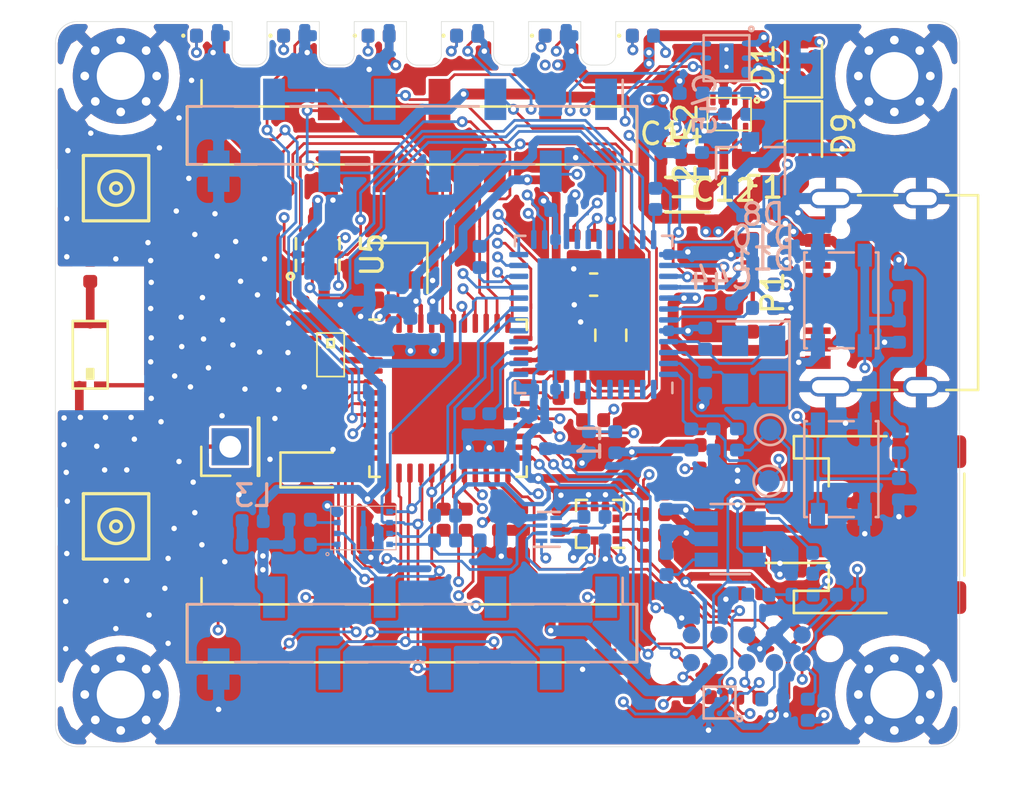
<source format=kicad_pcb>
(kicad_pcb (version 20171130) (host pcbnew "(5.1.6)-1")
  (title_block (title BeagleConnect) (date 2020-04-14) (rev B) (company BeagleBoard.org) (comment 1 "Schematic by Analog Life, LLC") (comment 2 "Layout by Analog Life, LLC"))
  (layers (0 F.Cu signal) (1 GND power hide) (2 PWR power hide) (31 B.Cu signal) (34 B.Paste user hide) (35 F.Paste user hide) (36 B.SilkS user hide) (37 F.SilkS user) (38 B.Mask user hide) (39 F.Mask user hide) (44 Edge.Cuts user))
  (net 0 "")
  (net 1 GND)
  (net 2 /RF/VDDR)
  (net 3 /RF/RX_TX)
  (net 4 "/Boost Converters/3V3_BUCK_VOUT")
  (net 5 /RF/DCDC_SW)
  (net 6 VDD)
  (net 7 "/USB Input/MSP430_TCK")
  (net 8 "/USB Input/MSP430_TDO")
  (net 9 "/USB Input/MSP430_TMS")
  (net 10 "/USB Input/MSP430_TDI")
  (net 11 /RF/RF_2_4GHZ_P)
  (net 12 /RF/RF_2_4GHZ_N)
  (net 13 /RF/RF_SUB_1GHZ_P)
  (net 14 /RF/RF_SUB_1GHZ_N)
  (net 15 "/USB Input/D-")
  (net 16 "/USB Input/D+")
  (net 17 RESET_N)
  (net 18 VDDS)
  (net 19 3V3)
  (net 20 V_ALT)
  (net 21 LED1)
  (net 22 LED2)
  (net 23 900M)
  (net 24 2.4G)
  (net 25 5V)
  (net 26 CC1352_TDI)
  (net 27 CC1352_TMS)
  (net 28 CC1352_TDO)
  (net 29 CC1352_TCK)
  (net 30 MISO)
  (net 31 CS_MB2)
  (net 32 SCK)
  (net 33 AN_MB2)
  (net 34 RST_MB2)
  (net 35 MOSI)
  (net 36 INT_MB2)
  (net 37 CC1352_RX_MB2_TX)
  (net 38 SDA)
  (net 39 PWM_MB2)
  (net 40 CC1352_TX_MB2_RX)
  (net 41 SCL)
  (net 42 CC1352_TX_MB1_RX)
  (net 43 PWM_MB1)
  (net 44 CC1352_RX_MB1_TX)
  (net 45 INT_MB1)
  (net 46 RST_MB1)
  (net 47 AN_MB1)
  (net 48 CS_MB1)
  (net 49 CC1352_TX_MSP430_RX)
  (net 50 CC1352_RX_MSP430_TX)
  (net 51 "/USB Input/VBUS")
  (net 52 "/USB Input/MSP_PUR")
  (net 53 "/USB Input/XTAL1")
  (net 54 "/USB Input/XTAL2")
  (net 55 "/USB Input/D_N")
  (net 56 "/USB Input/D_P")
  (net 57 INT_SENSOR)
  (net 58 INT_HDC2010)
  (net 59 INT_LIS2DE12_2)
  (net 60 ALT_IN)
  (net 61 ~CHG)
  (net 62 ~FLASH_CS)
  (net 63 "Net-(AE1-Pad3)")
  (net 64 "Net-(AE1-Pad1)")
  (net 65 "Net-(AE2-Pad1)")
  (net 66 "Net-(B1-Pad1)")
  (net 67 "Net-(B1-Pad4)")
  (net 68 "Net-(C5-Pad2)")
  (net 69 "Net-(C8-Pad2)")
  (net 70 "Net-(C9-Pad2)")
  (net 71 "Net-(C13-Pad2)")
  (net 72 "Net-(C15-Pad1)")
  (net 73 "Net-(C16-Pad1)")
  (net 74 "Net-(C17-Pad2)")
  (net 75 "Net-(C26-Pad2)")
  (net 76 "Net-(C28-Pad2)")
  (net 77 "Net-(C31-Pad2)")
  (net 78 "Net-(C32-Pad1)")
  (net 79 "Net-(C33-Pad2)")
  (net 80 "Net-(C36-Pad2)")
  (net 81 USER_BOOT)
  (net 82 "Net-(D2-Pad1)")
  (net 83 "Net-(D3-Pad1)")
  (net 84 "Net-(D4-Pad1)")
  (net 85 "Net-(D5-Pad1)")
  (net 86 "Net-(D6-Pad1)")
  (net 87 "Net-(D7-Pad1)")
  (net 88 "Net-(J2-Pad7)")
  (net 89 "Net-(J2-Pad9)")
  (net 90 "Net-(J3-Pad5)")
  (net 91 "Net-(J3-Pad6)")
  (net 92 "/USB Input/MSP430_TEST")
  (net 93 "/USB Input/~MSP430_RST")
  (net 94 "Net-(J3-Pad10)")
  (net 95 "Net-(J3-Pad2)")
  (net 96 "Net-(J3-Pad3)")
  (net 97 "Net-(J3-Pad8)")
  (net 98 "Net-(L2-Pad1)")
  (net 99 "Net-(R23-Pad2)")
  (net 100 "Net-(R28-Pad2)")
  (net 101 "Net-(R29-Pad2)")
  (net 102 "Net-(R31-Pad1)")
  (net 103 "Net-(R37-Pad1)")
  (net 104 "Net-(R38-Pad1)")
  (net 105 "Net-(R43-Pad2)")
  (net 106 "Net-(R48-Pad2)")
  (net 107 "Net-(R51-Pad1)")
  (net 108 "Net-(R54-Pad1)")
  (net 109 "Net-(R55-Pad2)")
  (net 110 "Net-(R55-Pad1)")
  (net 111 "Net-(R24-Pad2)")
  (net 112 "Net-(R25-Pad2)")
  (net 113 MB1_CTRL)
  (net 114 "Net-(U1-Pad32)")
  (net 115 "Net-(U1-Pad31)")
  (net 116 "Net-(U1-Pad17)")
  (net 117 "Net-(U1-Pad16)")
  (net 118 "Net-(R27-Pad2)")
  (net 119 "Net-(R26-Pad2)")
  (net 120 "Net-(U1-Pad9)")
  (net 121 "Net-(U1-Pad8)")
  (net 122 "Net-(U1-Pad6)")
  (net 123 "Net-(U1-Pad5)")
  (net 124 "Net-(U1-Pad4)")
  (net 125 "Net-(U1-Pad3)")
  (net 126 "Net-(U1-Pad2)")
  (net 127 "Net-(U1-Pad1)")
  (net 128 "Net-(R32-Pad1)")
  (net 129 "Net-(U3-Pad4)")
  (net 130 "Net-(U4-Pad47)")
  (net 131 "Net-(U4-Pad46)")
  (net 132 "Net-(R40-Pad1)")
  (net 133 "Net-(R39-Pad1)")
  (net 134 "Net-(R49-Pad1)")
  (net 135 INT_LIS2DE12_1)
  (net 136 "Net-(R53-Pad2)")
  (net 137 "Net-(Q1-Pad3)")
  (net 138 "Net-(R39-Pad2)")
  (net 139 "Net-(R40-Pad2)")
  (net 140 "Net-(Y1-Pad4)")
  (net 141 "Net-(Y1-Pad2)")
  (net 142 "Net-(P1-PadB5)")
  (net 143 "Net-(P1-PadA5)")
  (net 144 "Net-(U3-Pad8)")
  (net 145 "Net-(C44-Pad2)")
  (module Package_LGA:LGA-12_2x2mm_P0.5mm (layer F.Cu) (at 24.994005 -10.235605 180)
    (fp_text reference U9)
    (fp_text value LIS2DE12)
    (pad 12 smd rect (at -0.25 -0.7625 270) (size 0.375 0.35) (layers F.Cu F.Paste F.Mask) (net 135 INT_LIS2DE12_1))
    (pad 11 smd rect (at 0.25 -0.7625 270) (size 0.375 0.35) (layers F.Cu F.Paste F.Mask) (net 59 INT_LIS2DE12_2))
    (pad 6 smd rect (at 0.25 0.7625 270) (size 0.375 0.35) (layers F.Cu F.Paste F.Mask) (net 1 GND))
    (pad 5 smd rect (at -0.25 0.7625 270) (size 0.375 0.35) (layers F.Cu F.Paste F.Mask) (net 1 GND))
    (pad 10 smd rect (at 0.7625 -0.75 180) (size 0.375 0.35) (layers F.Cu F.Paste F.Mask) (net 19 3V3))
    (pad 1 smd rect (at -0.7625 -0.75 180) (size 0.375 0.35) (layers F.Cu F.Paste F.Mask) (net 41 SCL))
    (pad 7 smd rect (at 0.7625 0.75 180) (size 0.375 0.35) (layers F.Cu F.Paste F.Mask) (net 1 GND))
    (pad 4 smd rect (at -0.7625 0.75 180) (size 0.375 0.35) (layers F.Cu F.Paste F.Mask) (net 38 SDA))
    (pad 8 smd rect (at 0.7625 0.25 180) (size 0.375 0.35) (layers F.Cu F.Paste F.Mask) (net 1 GND))
    (pad 9 smd rect (at 0.7625 -0.25 180) (size 0.375 0.35) (layers F.Cu F.Paste F.Mask) (net 19 3V3))
    (pad 3 smd rect (at -0.7625 0.25 180) (size 0.375 0.35) (layers F.Cu F.Paste F.Mask) (net 108 "Net-(R54-Pad1)"))
    (pad 2 smd rect (at -0.7625 -0.25 180) (size 0.375 0.35) (layers F.Cu F.Paste F.Mask) (net 136 "Net-(R53-Pad2)"))
  )
  (module Capacitor_SMD:C_0402_1005Metric (layer B.Cu) (at 24.740005 -9.473605 180)
    (fp_text reference C43 hide)
    (fp_text value 0.1U)
    (pad 2 smd roundrect (at 0.485 0 180) (size 0.59 0.64) (layers B.Cu B.Paste B.Mask) (net 19 3V3))
    (pad 1 smd roundrect (at -0.485 0 180) (size 0.59 0.64) (layers B.Cu B.Paste B.Mask) (net 1 GND))
  )
  (module Resistor_SMD:R_0402_1005Metric (layer B.Cu) (at 28.65 -26.8 270)
    (fp_text reference R14)
    (fp_text value 1M)
    (pad 2 smd roundrect (at 0.485 0 270) (size 0.59 0.64) (layers B.Cu B.Paste B.Mask) (net 52 "/USB Input/MSP_PUR"))
    (pad 1 smd roundrect (at -0.485 0 270) (size 0.59 0.64) (layers B.Cu B.Paste B.Mask) (net 1 GND))
  )
  (module Resistor_SMD:R_0402_1005Metric (layer B.Cu) (at 29.675 -26.8 90)
    (fp_text reference R13)
    (fp_text value 100R)
    (pad 2 smd roundrect (at 0.485 0 90) (size 0.59 0.64) (layers B.Cu B.Paste B.Mask) (net 137 "Net-(Q1-Pad3)"))
    (pad 1 smd roundrect (at -0.485 0 90) (size 0.59 0.64) (layers B.Cu B.Paste B.Mask) (net 52 "/USB Input/MSP_PUR"))
  )
  (module Capacitor_SMD:C_0402_1005Metric (layer F.Cu) (at 28.275 -26.975)
    (fp_text reference C14 (at 0 -1.17) (layer F.SilkS))
    (fp_text value 10U)
    (pad 2 smd roundrect (at 0.485 0) (size 0.59 0.64) (layers F.Cu F.Paste F.Mask) (net 1 GND))
    (pad 1 smd roundrect (at -0.485 0) (size 0.59 0.64) (layers F.Cu F.Paste F.Mask) (net 4 "/Boost Converters/3V3_BUCK_VOUT"))
  )
  (module Connector_PinHeader_2.54mm:PinHeader_1x01_P2.54mm_Vertical (layer F.Cu) (at 8.025 -13.775 90)
    (fp_text reference AE2 hide)
    (fp_text value Antenna)
    (pad 1 thru_hole rect (at 0 0 90) (size 1.7 1.7) (drill 1) (layers *.Cu *.Mask) (net 65 "Net-(AE2-Pad1)"))
  )
  (module leash:A-1JB (layer F.Cu) (at 2.785005 -25.65)
    (fp_text reference J6 hide)
    (fp_text value UFL)
    (pad 4 smd rect (at 0 1.475) (size 2.2 1.05) (layers F.Cu F.Paste F.Mask) (net 1 GND))
    (pad 3 smd rect (at -1.525 0) (size 1.05 1) (layers F.Cu F.Paste F.Mask) (net 1 GND))
    (pad 2 smd rect (at 0 -1.475) (size 2.2 1.05) (layers F.Cu F.Paste F.Mask) (net 1 GND))
    (pad 1 smd rect (at 1.525 0) (size 1.05 1) (layers F.Cu F.Paste F.Mask) (net 79 "Net-(C33-Pad2)"))
  )
  (module Capacitor_SMD:C_0402_1005Metric (layer B.Cu) (at 30.55 -20.35 180)
    (fp_text reference C44 (at 0 1.17 180) (layer B.SilkS) (effects (justify mirror)))
    (fp_text value 220N)
    (pad 2 smd roundrect (at 0.485 0 180) (size 0.59 0.64) (layers B.Cu B.Paste B.Mask) (net 145 "Net-(C44-Pad2)"))
    (pad 1 smd roundrect (at -0.485 0 180) (size 0.59 0.64) (layers B.Cu B.Paste B.Mask) (net 1 GND))
  )
  (module Capacitor_SMD:C_0402_1005Metric (layer B.Cu) (at 28.65 -29.515 90)
    (fp_text reference C45 (at 0 1.17 90) (layer B.SilkS) (effects (justify mirror)))
    (fp_text value 10U)
    (pad 1 smd roundrect (at -0.485 0 90) (size 0.59 0.64) (layers B.Cu B.Paste B.Mask) (net 4 "/Boost Converters/3V3_BUCK_VOUT"))
    (pad 2 smd roundrect (at 0.485 0 90) (size 0.59 0.64) (layers B.Cu B.Paste B.Mask) (net 1 GND))
  )
  (module Capacitor_SMD:C_0603_1608Metric (layer F.Cu) (at 30.7 -26.975 180)
    (fp_text reference C12 (at 0 -1.43 180) (layer F.SilkS))
    (fp_text value 10U)
    (pad 1 smd roundrect (at -0.7875 0 180) (size 0.875 0.95) (layers F.Cu F.Paste F.Mask) (net 20 V_ALT))
    (pad 2 smd roundrect (at 0.7875 0 180) (size 0.875 0.95) (layers F.Cu F.Paste F.Mask) (net 1 GND))
  )
  (module leash:L2X1.6X1MM (layer F.Cu) (at 29 -25.35 270)
    (fp_text reference L2 (at -0.55 0.1 270) (layer F.SilkS))
    (fp_text value 0.47U)
    (pad 1 smd roundrect (at 0 -0.8 270) (size 1.4 0.8) (layers F.Cu F.Paste F.Mask) (net 98 "Net-(L2-Pad1)"))
    (pad 2 smd roundrect (at 0 0.8 270) (size 1.4 0.8) (layers F.Cu F.Paste F.Mask) (net 4 "/Boost Converters/3V3_BUCK_VOUT"))
  )
  (module leash:QFN10_0.6_2X1.5X0.5MM (layer F.Cu) (at 12.040005 -22.6 90)
    (fp_text reference U5 (at 0 2.5 -90) (layer F.SilkS))
    (fp_text value TS5A23157)
    (pad 10 smd roundrect (at 0 -0.9 180) (size 0.6 0.3) (layers F.Cu F.Paste F.Mask) (net 138 "Net-(R39-Pad2)"))
    (pad 9 smd roundrect (at 0.675 -0.75 90) (size 0.55 0.25) (layers F.Cu F.Paste F.Mask) (net 44 CC1352_RX_MB1_TX))
    (pad 8 smd roundrect (at 0.675 -0.25 90) (size 0.55 0.25) (layers F.Cu F.Paste F.Mask) (net 18 VDDS))
    (pad 7 smd roundrect (at 0.675 0.25 90) (size 0.55 0.25) (layers F.Cu F.Paste F.Mask) (net 42 CC1352_TX_MB1_RX))
    (pad 6 smd roundrect (at 0.675 0.75 90) (size 0.55 0.25) (layers F.Cu F.Paste F.Mask) (net 139 "Net-(R40-Pad2)"))
    (pad 5 smd roundrect (at 0 0.9 180) (size 0.6 0.3) (layers F.Cu F.Paste F.Mask) (net 113 MB1_CTRL))
    (pad 4 smd roundrect (at -0.675 0.75 90) (size 0.55 0.25) (layers F.Cu F.Paste F.Mask) (net 49 CC1352_TX_MSP430_RX))
    (pad 3 smd roundrect (at -0.675 0.25 90) (size 0.55 0.25) (layers F.Cu F.Paste F.Mask) (net 1 GND))
    (pad 2 smd roundrect (at -0.675 -0.25 90) (size 0.55 0.25) (layers F.Cu F.Paste F.Mask) (net 50 CC1352_RX_MSP430_TX))
    (pad 1 smd roundrect (at -0.675 -0.75 90) (size 0.55 0.25) (layers F.Cu F.Paste F.Mask) (net 113 MB1_CTRL))
  )
  (module leash:TPS62821DLC (layer F.Cu) (at 30.925 -29.05 270)
    (fp_text reference U3 hide)
    (fp_text value TPS62821)
    (pad 8 smd roundrect (at 0.675 -0.75 270) (size 0.55 0.25) (layers F.Cu F.Paste F.Mask) (roundrect_rratio 0.2) (net 144 "Net-(U3-Pad8)"))
    (pad 7 smd roundrect (at 0.675 -0.25 270) (size 0.55 0.25) (layers F.Cu F.Paste F.Mask) (roundrect_rratio 0.2) (net 20 V_ALT))
    (pad 6 smd roundrect (at 0.675 0.25 270) (size 0.55 0.25) (layers F.Cu F.Paste F.Mask) (roundrect_rratio 0.2) (net 98 "Net-(L2-Pad1)"))
    (pad 5 smd roundrect (at 0.675 0.75 270) (size 0.55 0.25) (layers F.Cu F.Paste F.Mask) (roundrect_rratio 0.2) (net 1 GND))
    (pad 4 smd roundrect (at -0.675 0.75 270) (size 0.55 0.25) (layers F.Cu F.Paste F.Mask) (roundrect_rratio 0.2) (net 129 "Net-(U3-Pad4)"))
    (pad 3 smd roundrect (at -0.675 0.25 270) (size 0.55 0.25) (layers F.Cu F.Paste F.Mask) (roundrect_rratio 0.2) (net 1 GND))
    (pad 2 smd roundrect (at -0.675 -0.25 270) (size 0.55 0.25) (layers F.Cu F.Paste F.Mask) (roundrect_rratio 0.2) (net 71 "Net-(C13-Pad2)"))
    (pad 1 smd roundrect (at -0.675 -0.75 270) (size 0.55 0.25) (layers F.Cu F.Paste F.Mask) (roundrect_rratio 0.2) (net 20 V_ALT))
  )
  (module Connector_USB:USB_C_Receptacle_Palconn_UTC16-G (layer F.Cu) (at 37.503505 -20.854105 90)
    (fp_text reference P1 (at 0 -4.58 90) (layer F.SilkS))
    (fp_text value USB_C_Plug_USB2.0)
    (pad A12 smd rect (at 3.2 -2.51 90) (size 0.6 1.16) (layers F.Cu F.Paste F.Mask) (net 1 GND))
    (pad A9 smd rect (at 2.4 -2.51 90) (size 0.6 1.16) (layers F.Cu F.Paste F.Mask) (net 51 "/USB Input/VBUS"))
    (pad B1 smd rect (at 3.2 -2.51 90) (size 0.6 1.16) (layers F.Cu F.Paste F.Mask) (net 1 GND))
    (pad B4 smd rect (at 2.4 -2.51 90) (size 0.6 1.16) (layers F.Cu F.Paste F.Mask) (net 51 "/USB Input/VBUS"))
    (pad B12 smd rect (at -3.2 -2.51 90) (size 0.6 1.16) (layers F.Cu F.Paste F.Mask) (net 1 GND))
    (pad A1 smd rect (at -3.2 -2.51 90) (size 0.6 1.16) (layers F.Cu F.Paste F.Mask) (net 1 GND))
    (pad B9 smd rect (at -2.4 -2.51 90) (size 0.6 1.16) (layers F.Cu F.Paste F.Mask) (net 51 "/USB Input/VBUS"))
    (pad A4 smd rect (at -2.4 -2.51 90) (size 0.6 1.16) (layers F.Cu F.Paste F.Mask) (net 51 "/USB Input/VBUS"))
    (pad "" np_thru_hole circle (at -2.89 -1.45 270) (size 0.6 0.6) (drill 0.6) (layers *.Cu *.Mask))
    (pad "" np_thru_hole circle (at 2.89 -1.45 270) (size 0.6 0.6) (drill 0.6) (layers *.Cu *.Mask))
    (pad B5 smd rect (at 1.75 -2.51 270) (size 0.3 1.16) (layers F.Cu F.Paste F.Mask) (net 142 "Net-(P1-PadB5)"))
    (pad B6 smd rect (at 0.75 -2.51 270) (size 0.3 1.16) (layers F.Cu F.Paste F.Mask))
    (pad A8 smd rect (at 1.25 -2.51 270) (size 0.3 1.16) (layers F.Cu F.Paste F.Mask))
    (pad A5 smd rect (at -1.25 -2.51 270) (size 0.3 1.16) (layers F.Cu F.Paste F.Mask) (net 143 "Net-(P1-PadA5)"))
    (pad B8 smd rect (at -1.75 -2.51 270) (size 0.3 1.16) (layers F.Cu F.Paste F.Mask))
    (pad A7 smd rect (at 0.25 -2.51 270) (size 0.3 1.16) (layers F.Cu F.Paste F.Mask) (net 55 "/USB Input/D_N"))
    (pad A6 smd rect (at -0.25 -2.51 270) (size 0.3 1.16) (layers F.Cu F.Paste F.Mask) (net 56 "/USB Input/D_P"))
    (pad B7 smd rect (at -0.75 -2.51 270) (size 0.3 1.16) (layers F.Cu F.Paste F.Mask))
    (pad S1 thru_hole oval (at 4.32 2.24 180) (size 1.7 0.9) (drill oval 1.4 0.6) (layers *.Cu *.Mask) (net 1 GND))
    (pad S1 thru_hole oval (at -4.32 2.24 180) (size 1.7 0.9) (drill oval 1.4 0.6) (layers *.Cu *.Mask) (net 1 GND))
    (pad S1 thru_hole oval (at 4.32 -1.93 180) (size 2 0.9) (drill oval 1.7 0.6) (layers *.Cu *.Mask) (net 1 GND))
    (pad S1 thru_hole oval (at -4.32 -1.93 180) (size 2 0.9) (drill oval 1.7 0.6) (layers *.Cu *.Mask) (net 1 GND))
  )
  (module Button_Switch_SMD:SW_SPST_PTS810 (layer B.Cu) (at 36.068405 -20.497205 90)
    (fp_text reference SW1 hide)
    (fp_text value SW_SPST)
    (pad 2 smd rect (at 2.075 -1.075 90) (size 1.05 0.65) (layers B.Cu B.Paste B.Mask) (net 1 GND))
    (pad 2 smd rect (at -2.075 -1.075 90) (size 1.05 0.65) (layers B.Cu B.Paste B.Mask) (net 1 GND))
    (pad 1 smd rect (at 2.075 1.075 90) (size 1.05 0.65) (layers B.Cu B.Paste B.Mask) (net 17 RESET_N))
    (pad 1 smd rect (at -2.075 1.075 90) (size 1.05 0.65) (layers B.Cu B.Paste B.Mask) (net 17 RESET_N))
  )
  (module Diode_SMD:D_0402_1005Metric (layer B.Cu) (at 32.487005 -22.237105 180)
    (fp_text reference D10 (at 0 1.17) (layer B.SilkS) (effects (justify mirror)))
    (fp_text value ESDPSA0402V05)
    (pad 2 smd roundrect (at 0.485 0 180) (size 0.59 0.64) (layers B.Cu B.Paste B.Mask) (net 1 GND))
    (pad 1 smd roundrect (at -0.485 0 180) (size 0.59 0.64) (layers B.Cu B.Paste B.Mask) (net 55 "/USB Input/D_N"))
  )
  (module Diode_SMD:D_0402_1005Metric (layer B.Cu) (at 32.475 -23.275 180)
    (fp_text reference D8 (at 0 1.17 180) (layer B.SilkS) (effects (justify mirror)))
    (fp_text value ESDPSA0402V05)
    (pad 2 smd roundrect (at 0.485 0 180) (size 0.59 0.64) (layers B.Cu B.Paste B.Mask) (net 1 GND))
    (pad 1 smd roundrect (at -0.485 0 180) (size 0.59 0.64) (layers B.Cu B.Paste B.Mask) (net 51 "/USB Input/VBUS"))
  )
  (module Diode_SMD:D_0402_1005Metric (layer B.Cu) (at 32.487005 -21.221105 180)
    (fp_text reference D11 (at 0 1.17 180) (layer B.SilkS) (effects (justify mirror)))
    (fp_text value ESDPSA0402V05)
    (pad 2 smd roundrect (at 0.485 0 180) (size 0.59 0.64) (layers B.Cu B.Paste B.Mask) (net 1 GND))
    (pad 1 smd roundrect (at -0.485 0 180) (size 0.59 0.64) (layers B.Cu B.Paste B.Mask) (net 56 "/USB Input/D_P"))
  )
  (module Diode_SMD:D_SOD-323 (layer F.Cu) (at 34.328505 -31.317605 90)
    (fp_text reference D1 (at 0 -1.85 90) (layer F.SilkS))
    (fp_text value BAT54)
    (pad 2 smd rect (at 1.05 0 90) (size 0.6 0.45) (layers F.Cu F.Paste F.Mask) (net 60 ALT_IN))
    (pad 1 smd rect (at -1.05 0 90) (size 0.6 0.45) (layers F.Cu F.Paste F.Mask) (net 20 V_ALT))
  )
  (module Diode_SMD:D_SOD-323 (layer F.Cu) (at 34.328505 -28.142605 270)
    (fp_text reference D9 (at 0 -1.85 270) (layer F.SilkS))
    (fp_text value BAT54)
    (pad 2 smd rect (at 1.05 0 270) (size 0.6 0.45) (layers F.Cu F.Paste F.Mask) (net 25 5V))
    (pad 1 smd rect (at -1.05 0 270) (size 0.6 0.45) (layers F.Cu F.Paste F.Mask) (net 20 V_ALT))
  )
  (module Inductor_SMD:L_0402_1005Metric (layer B.Cu) (at 25.692505 -13.982105 270)
    (fp_text reference L1 (at 0 1.17 270) (layer B.SilkS) (effects (justify mirror)))
    (fp_text value "6.8 uH")
    (pad 2 smd roundrect (at 0.485 0 270) (size 0.59 0.64) (layers B.Cu B.Paste B.Mask) (net 19 3V3))
    (pad 1 smd roundrect (at -0.485 0 270) (size 0.59 0.64) (layers B.Cu B.Paste B.Mask) (net 68 "Net-(C5-Pad2)"))
  )
  (module Inductor_SMD:L_0402_1005Metric (layer B.Cu) (at 9.055505 -10.362605 180)
    (fp_text reference L3 (at 0 1.17 180) (layer B.SilkS) (effects (justify mirror)))
    (fp_text value "6.8 uH")
    (pad 2 smd roundrect (at 0.485 0 180) (size 0.59 0.64) (layers B.Cu B.Paste B.Mask) (net 6 VDD))
    (pad 1 smd roundrect (at -0.485 0 180) (size 0.59 0.64) (layers B.Cu B.Paste B.Mask) (net 18 VDDS))
  )
  (module Resistor_SMD:R_0402_1005Metric (layer F.Cu) (at 32.487005 -24.523105)
    (fp_text reference F1 (at 0 -1.17) (layer F.SilkS))
    (fp_text value 500mA)
    (pad 2 smd roundrect (at 0.485 0) (size 0.59 0.64) (layers F.Cu F.Paste F.Mask) (net 51 "/USB Input/VBUS"))
    (pad 1 smd roundrect (at -0.485 0) (size 0.59 0.64) (layers F.Cu F.Paste F.Mask) (net 25 5V))
  )
  (module Resistor_SMD:R_0402_1005Metric (layer F.Cu) (at 27.775 -28.65 270)
    (fp_text reference F2 (at 0 -1.17 270) (layer F.SilkS))
    (fp_text value 500mA)
    (pad 2 smd roundrect (at 0.485 0 270) (size 0.59 0.64) (layers F.Cu F.Paste F.Mask) (net 4 "/Boost Converters/3V3_BUCK_VOUT"))
    (pad 1 smd roundrect (at -0.485 0 270) (size 0.59 0.64) (layers F.Cu F.Paste F.Mask) (net 19 3V3))
  )
  (module Capacitor_SMD:C_0402_1005Metric (layer F.Cu) (at 12.421005 -24.459605 180)
    (fp_text reference C25)
    (fp_text value 0.1U)
    (pad 2 smd roundrect (at 0.485 0 180) (size 0.59 0.64) (layers F.Cu F.Paste F.Mask) (net 18 VDDS))
    (pad 1 smd roundrect (at -0.485 0 180) (size 0.59 0.64) (layers F.Cu F.Paste F.Mask) (net 1 GND))
  )
  (module Capacitor_SMD:C_0402_1005Metric (layer F.Cu) (at 30.074005 -11.696105 180)
    (fp_text reference C41)
    (fp_text value 0.1U)
    (pad 2 smd roundrect (at 0.485 0 180) (size 0.59 0.64) (layers F.Cu F.Paste F.Mask) (net 19 3V3))
    (pad 1 smd roundrect (at -0.485 0 180) (size 0.59 0.64) (layers F.Cu F.Paste F.Mask) (net 1 GND))
  )
  (module Capacitor_SMD:C_0402_1005Metric (layer F.Cu) (at 23.089005 -10.426105 270)
    (fp_text reference C42)
    (fp_text value 0.1U)
    (pad 2 smd roundrect (at 0.485 0 270) (size 0.59 0.64) (layers F.Cu F.Paste F.Mask) (net 19 3V3))
    (pad 1 smd roundrect (at -0.485 0 270) (size 0.59 0.64) (layers F.Cu F.Paste F.Mask) (net 1 GND))
  )
  (module Capacitor_SMD:C_0402_1005Metric (layer B.Cu) (at 30.201005 -14.109105 90)
    (fp_text reference C2)
    (fp_text value 1N)
    (pad 2 smd roundrect (at 0.485 0 90) (size 0.59 0.64) (layers B.Cu B.Paste B.Mask) (net 93 "/USB Input/~MSP430_RST"))
    (pad 1 smd roundrect (at -0.485 0 90) (size 0.59 0.64) (layers B.Cu B.Paste B.Mask) (net 1 GND))
  )
  (module Package_TO_SOT_SMD:SOT-23 (layer B.Cu) (at 31.9 -26.775 90)
    (fp_text reference Q1)
    (fp_text value BSS84)
    (pad 3 smd rect (at 1 0 90) (size 0.9 0.8) (layers B.Cu B.Paste B.Mask) (net 137 "Net-(Q1-Pad3)"))
    (pad 2 smd rect (at -1 -0.95 90) (size 0.9 0.8) (layers B.Cu B.Paste B.Mask) (net 19 3V3))
    (pad 1 smd rect (at -1 0.95 90) (size 0.9 0.8) (layers B.Cu B.Paste B.Mask) (net 81 USER_BOOT))
  )
  (module Resistor_SMD:R_0402_1005Metric (layer F.Cu) (at 27.470505 -9.727605 180)
    (fp_text reference R53)
    (fp_text value 2.21K)
    (pad 2 smd roundrect (at 0.485 0 180) (size 0.59 0.64) (layers F.Cu F.Paste F.Mask) (net 136 "Net-(R53-Pad2)"))
    (pad 1 smd roundrect (at -0.485 0 180) (size 0.59 0.64) (layers F.Cu F.Paste F.Mask) (net 19 3V3))
  )
  (module Resistor_SMD:R_0402_1005Metric (layer F.Cu) (at 24.676505 -14.998105 180)
    (fp_text reference R49)
    (fp_text value 0)
    (pad 2 smd roundrect (at 0.485 0 180) (size 0.59 0.64) (layers F.Cu F.Paste F.Mask) (net 36 INT_MB2))
    (pad 1 smd roundrect (at -0.485 0 180) (size 0.59 0.64) (layers F.Cu F.Paste F.Mask) (net 134 "Net-(R49-Pad1)"))
  )
  (module Resistor_SMD:R_0402_1005Metric (layer F.Cu) (at 11.849505 -20.395605)
    (fp_text reference R42)
    (fp_text value 2.21K)
    (pad 2 smd roundrect (at 0.485 0) (size 0.59 0.64) (layers F.Cu F.Paste F.Mask) (net 1 GND))
    (pad 1 smd roundrect (at -0.485 0) (size 0.59 0.64) (layers F.Cu F.Paste F.Mask) (net 113 MB1_CTRL))
  )
  (module Resistor_SMD:R_0402_1005Metric (layer F.Cu) (at 18.834505 -10.426105 270)
    (fp_text reference R40)
    (fp_text value 0)
    (pad 2 smd roundrect (at 0.485 0 270) (size 0.59 0.64) (layers F.Cu F.Paste F.Mask) (net 139 "Net-(R40-Pad2)"))
    (pad 1 smd roundrect (at -0.485 0 270) (size 0.59 0.64) (layers F.Cu F.Paste F.Mask) (net 132 "Net-(R40-Pad1)"))
  )
  (module Resistor_SMD:R_0402_1005Metric (layer F.Cu) (at 17.818505 -10.426105 270)
    (fp_text reference R39)
    (fp_text value 0)
    (pad 2 smd roundrect (at 0.485 0 270) (size 0.59 0.64) (layers F.Cu F.Paste F.Mask) (net 138 "Net-(R39-Pad2)"))
    (pad 1 smd roundrect (at -0.485 0 270) (size 0.59 0.64) (layers F.Cu F.Paste F.Mask) (net 133 "Net-(R39-Pad1)"))
  )
  (module Resistor_SMD:R_0402_1005Metric (layer B.Cu) (at 19.914005 -14.807605 90)
    (fp_text reference R26)
    (fp_text value 0)
    (pad 2 smd roundrect (at 0.485 0 90) (size 0.59 0.64) (layers B.Cu B.Paste B.Mask) (net 119 "Net-(R26-Pad2)"))
    (pad 1 smd roundrect (at -0.485 0 90) (size 0.59 0.64) (layers B.Cu B.Paste B.Mask) (net 1 GND))
  )
  (module Resistor_SMD:R_0402_1005Metric (layer F.Cu) (at 29.575 -2.275 180)
    (fp_text reference R10)
    (fp_text value 0)
    (pad 2 smd roundrect (at 0.485 0 180) (size 0.59 0.64) (layers F.Cu F.Paste F.Mask) (net 9 "/USB Input/MSP430_TMS"))
    (pad 1 smd roundrect (at -0.485 0 180) (size 0.59 0.64) (layers F.Cu F.Paste F.Mask) (net 90 "Net-(J3-Pad5)"))
  )
  (module Resistor_SMD:R_0402_1005Metric (layer B.Cu) (at 34.265005 -8.902105 180)
    (fp_text reference R32)
    (fp_text value 47K)
    (pad 2 smd roundrect (at 0.485 0 180) (size 0.59 0.64) (layers B.Cu B.Paste B.Mask) (net 60 ALT_IN))
    (pad 1 smd roundrect (at -0.485 0 180) (size 0.59 0.64) (layers B.Cu B.Paste B.Mask) (net 128 "Net-(R32-Pad1)"))
  )
  (module Resistor_SMD:R_0402_1005Metric (layer B.Cu) (at 9.055505 -9.283105)
    (fp_text reference R36)
    (fp_text value 0)
    (pad 2 smd roundrect (at 0.485 0) (size 0.59 0.64) (layers B.Cu B.Paste B.Mask) (net 19 3V3))
    (pad 1 smd roundrect (at -0.485 0) (size 0.59 0.64) (layers B.Cu B.Paste B.Mask) (net 6 VDD))
  )
  (module Resistor_SMD:R_0402_1005Metric (layer B.Cu) (at 34.525 -1.7 270)
    (fp_text reference R7)
    (fp_text value 0)
    (pad 2 smd roundrect (at 0.485 0 270) (size 0.59 0.64) (layers B.Cu B.Paste B.Mask) (net 8 "/USB Input/MSP430_TDO"))
    (pad 1 smd roundrect (at -0.485 0 270) (size 0.59 0.64) (layers B.Cu B.Paste B.Mask) (net 93 "/USB Input/~MSP430_RST"))
  )
  (module Resistor_SMD:R_0402_1005Metric (layer B.Cu) (at 32.9 -2.175)
    (fp_text reference R8)
    (fp_text value 0)
    (pad 2 smd roundrect (at 0.485 0) (size 0.59 0.64) (layers B.Cu B.Paste B.Mask) (net 1 GND))
    (pad 1 smd roundrect (at -0.485 0) (size 0.59 0.64) (layers B.Cu B.Paste B.Mask) (net 95 "Net-(J3-Pad2)"))
  )
  (module Resistor_SMD:R_0402_1005Metric (layer F.Cu) (at 31.8 -2.25 180)
    (fp_text reference R9)
    (fp_text value 0)
    (pad 2 smd roundrect (at 0.485 0 180) (size 0.59 0.64) (layers F.Cu F.Paste F.Mask) (net 10 "/USB Input/MSP430_TDI"))
    (pad 1 smd roundrect (at -0.485 0 180) (size 0.59 0.64) (layers F.Cu F.Paste F.Mask) (net 96 "Net-(J3-Pad3)"))
  )
  (module Resistor_SMD:R_0402_1005Metric (layer B.Cu) (at 32.025 -24.4 180)
    (fp_text reference R11)
    (fp_text value 47K)
    (pad 2 smd roundrect (at 0.485 0 180) (size 0.59 0.64) (layers B.Cu B.Paste B.Mask) (net 19 3V3))
    (pad 1 smd roundrect (at -0.485 0 180) (size 0.59 0.64) (layers B.Cu B.Paste B.Mask) (net 81 USER_BOOT))
  )
  (module Resistor_SMD:R_0402_1005Metric (layer B.Cu) (at 36.322 -6.985)
    (fp_text reference R12)
    (fp_text value 0)
    (pad 2 smd roundrect (at 0.485 0) (size 0.59 0.64) (layers B.Cu B.Paste B.Mask) (net 93 "/USB Input/~MSP430_RST"))
    (pad 1 smd roundrect (at -0.485 0) (size 0.59 0.64) (layers B.Cu B.Paste B.Mask) (net 94 "Net-(J3-Pad10)"))
  )
  (module Resistor_SMD:R_0402_1005Metric (layer B.Cu) (at 32.258 -6.985 180)
    (fp_text reference R15)
    (fp_text value 0)
    (pad 2 smd roundrect (at 0.485 0 180) (size 0.59 0.64) (layers B.Cu B.Paste B.Mask) (net 97 "Net-(J3-Pad8)"))
    (pad 1 smd roundrect (at -0.485 0 180) (size 0.59 0.64) (layers B.Cu B.Paste B.Mask) (net 92 "/USB Input/MSP430_TEST"))
  )
  (module Resistor_SMD:R_0402_1005Metric (layer B.Cu) (at 34.29 -6.985 180)
    (fp_text reference R16)
    (fp_text value 0)
    (pad 2 smd roundrect (at 0.485 0 180) (size 0.59 0.64) (layers B.Cu B.Paste B.Mask) (net 92 "/USB Input/MSP430_TEST"))
    (pad 1 smd roundrect (at -0.485 0 180) (size 0.59 0.64) (layers B.Cu B.Paste B.Mask) (net 7 "/USB Input/MSP430_TCK"))
  )
  (module Resistor_SMD:R_0402_1005Metric (layer B.Cu) (at 29.185005 -14.109105 270)
    (fp_text reference R17)
    (fp_text value 47K)
    (pad 2 smd roundrect (at 0.485 0 270) (size 0.59 0.64) (layers B.Cu B.Paste B.Mask) (net 19 3V3))
    (pad 1 smd roundrect (at -0.485 0 270) (size 0.59 0.64) (layers B.Cu B.Paste B.Mask) (net 93 "/USB Input/~MSP430_RST"))
  )
  (module Resistor_SMD:R_0402_1005Metric (layer B.Cu) (at 31.280505 -14.109105 90)
    (fp_text reference R24)
    (fp_text value 0)
    (pad 2 smd roundrect (at 0.485 0 90) (size 0.59 0.64) (layers B.Cu B.Paste B.Mask) (net 111 "Net-(R24-Pad2)"))
    (pad 1 smd roundrect (at -0.485 0 90) (size 0.59 0.64) (layers B.Cu B.Paste B.Mask) (net 92 "/USB Input/MSP430_TEST"))
  )
  (module Resistor_SMD:R_0402_1005Metric (layer B.Cu) (at 18.961505 -14.807605 90)
    (fp_text reference R27)
    (fp_text value 0)
    (pad 2 smd roundrect (at 0.485 0 90) (size 0.59 0.64) (layers B.Cu B.Paste B.Mask) (net 118 "Net-(R27-Pad2)"))
    (pad 1 smd roundrect (at -0.485 0 90) (size 0.59 0.64) (layers B.Cu B.Paste B.Mask) (net 1 GND))
  )
  (module Resistor_SMD:R_0402_1005Metric (layer B.Cu) (at 27.534005 -25.158105 270)
    (fp_text reference R25)
    (fp_text value 0)
    (pad 2 smd roundrect (at 0.485 0 270) (size 0.59 0.64) (layers B.Cu B.Paste B.Mask) (net 112 "Net-(R25-Pad2)"))
    (pad 1 smd roundrect (at -0.485 0 270) (size 0.59 0.64) (layers B.Cu B.Paste B.Mask) (net 81 USER_BOOT))
  )
  (module TestPoint:TestPoint_Pad_D1.0mm (layer B.Cu) (at 32.804505 -14.553605 90)
    (fp_text reference TP2)
    (fp_text value TestPoint)
    (pad 1 smd circle (at 0 0 90) (size 1 1) (layers B.Cu B.Mask) (net 92 "/USB Input/MSP430_TEST"))
  )
  (module TestPoint:TestPoint_Pad_D1.0mm (layer B.Cu) (at 32.741005 -12.204105 90)
    (fp_text reference TP1)
    (fp_text value TestPoint)
    (pad 1 smd circle (at 0 0 90) (size 1 1) (layers B.Cu B.Mask) (net 93 "/USB Input/~MSP430_RST"))
  )
  (module Crystal:Crystal_SMD_2012-2Pin_2.0x1.2mm (layer F.Cu) (at 11.532005 -12.712105)
    (fp_text reference Y2 hide)
    (fp_text value Crystal)
    (pad 2 smd rect (at 0.7 0) (size 0.6 1.1) (layers F.Cu F.Paste F.Mask) (net 73 "Net-(C16-Pad1)"))
    (pad 1 smd rect (at -0.7 0) (size 0.6 1.1) (layers F.Cu F.Paste F.Mask) (net 72 "Net-(C15-Pad1)"))
  )
  (module leash:MikroBus-SMD (layer B.Cu) (at 16.383 -16.649105 90)
    (fp_text reference J5 hide)
    (fp_text value mikroBUS)
    (pad 5 smd rect (at -9.78 -1.27 90) (size 1.9 1) (layers B.Cu B.Paste B.Mask) (net 30 MISO))
    (pad 3 smd rect (at -9.78 3.81 90) (size 1.9 1) (layers B.Cu B.Paste B.Mask) (net 31 CS_MB2))
    (pad 7 smd rect (at -9.78 -6.35 90) (size 1.9 1) (layers B.Cu B.Paste B.Mask) (net 19 3V3))
    (pad 4 smd rect (at -13.08 1.27 90) (size 1.9 1) (layers B.Cu B.Paste B.Mask) (net 32 SCK))
    (pad 1 smd rect (at -9.78 8.89 90) (size 1.9 1) (layers B.Cu B.Paste B.Mask) (net 33 AN_MB2))
    (pad 2 smd rect (at -13.08 6.35 90) (size 1.9 1) (layers B.Cu B.Paste B.Mask) (net 34 RST_MB2))
    (pad 6 smd rect (at -13.08 -3.81 90) (size 1.9 1) (layers B.Cu B.Paste B.Mask) (net 35 MOSI))
    (pad 8 smd rect (at -13.08 -8.89 90) (size 1.9 1) (layers B.Cu B.Paste B.Mask) (net 1 GND))
    (pad 15 smd rect (at 9.78 6.35 90) (size 1.9 1) (layers B.Cu B.Paste B.Mask) (net 36 INT_MB2))
    (pad 13 smd rect (at 9.78 1.27 90) (size 1.9 1) (layers B.Cu B.Paste B.Mask) (net 37 CC1352_RX_MB2_TX))
    (pad 11 smd rect (at 9.78 -3.81 90) (size 1.9 1) (layers B.Cu B.Paste B.Mask) (net 38 SDA))
    (pad 9 smd rect (at 9.78 -8.89 90) (size 1.9 1) (layers B.Cu B.Paste B.Mask) (net 1 GND))
    (pad 16 smd rect (at 13.08 8.89 90) (size 1.9 1) (layers B.Cu B.Paste B.Mask) (net 39 PWM_MB2))
    (pad 14 smd rect (at 13.08 3.81 90) (size 1.9 1) (layers B.Cu B.Paste B.Mask) (net 40 CC1352_TX_MB2_RX))
    (pad 12 smd rect (at 13.08 -1.27 90) (size 1.9 1) (layers B.Cu B.Paste B.Mask) (net 41 SCL))
    (pad 10 smd rect (at 13.08 -6.35 90) (size 1.9 1) (layers B.Cu B.Paste B.Mask) (net 25 5V))
  )
  (module leash:MikroBus-SMD (layer F.Cu) (at 16.358005 -16.638 90)
    (fp_text reference J4 hide)
    (fp_text value mikroBUS)
    (pad 5 smd rect (at -9.78 1.27 90) (size 1.9 1) (layers F.Cu F.Paste F.Mask) (net 30 MISO))
    (pad 3 smd rect (at -9.78 -3.81 90) (size 1.9 1) (layers F.Cu F.Paste F.Mask) (net 48 CS_MB1))
    (pad 7 smd rect (at -9.78 6.35 90) (size 1.9 1) (layers F.Cu F.Paste F.Mask) (net 19 3V3))
    (pad 4 smd rect (at -13.08 -1.27 90) (size 1.9 1) (layers F.Cu F.Paste F.Mask) (net 32 SCK))
    (pad 1 smd rect (at -9.78 -8.89 90) (size 1.9 1) (layers F.Cu F.Paste F.Mask) (net 47 AN_MB1))
    (pad 2 smd rect (at -13.08 -6.35 90) (size 1.9 1) (layers F.Cu F.Paste F.Mask) (net 46 RST_MB1))
    (pad 6 smd rect (at -13.08 3.81 90) (size 1.9 1) (layers F.Cu F.Paste F.Mask) (net 35 MOSI))
    (pad 8 smd rect (at -13.08 8.89 90) (size 1.9 1) (layers F.Cu F.Paste F.Mask) (net 1 GND))
    (pad 15 smd rect (at 9.78 -6.35 90) (size 1.9 1) (layers F.Cu F.Paste F.Mask) (net 45 INT_MB1))
    (pad 13 smd rect (at 9.78 -1.27 90) (size 1.9 1) (layers F.Cu F.Paste F.Mask) (net 44 CC1352_RX_MB1_TX))
    (pad 11 smd rect (at 9.78 3.81 90) (size 1.9 1) (layers F.Cu F.Paste F.Mask) (net 38 SDA))
    (pad 9 smd rect (at 9.78 8.89 90) (size 1.9 1) (layers F.Cu F.Paste F.Mask) (net 1 GND))
    (pad 16 smd rect (at 13.08 -8.89 90) (size 1.9 1) (layers F.Cu F.Paste F.Mask) (net 43 PWM_MB1))
    (pad 14 smd rect (at 13.08 -3.81 90) (size 1.9 1) (layers F.Cu F.Paste F.Mask) (net 42 CC1352_TX_MB1_RX))
    (pad 12 smd rect (at 13.08 1.27 90) (size 1.9 1) (layers F.Cu F.Paste F.Mask) (net 41 SCL))
    (pad 10 smd rect (at 13.08 6.35 90) (size 1.9 1) (layers F.Cu F.Paste F.Mask) (net 25 5V))
  )
  (module leash:Tag-Connect-10 (layer B.Cu) (at 35.535005 -4.5 180)
    (fp_text reference J3 hide)
    (fp_text value TAG-CONNECT-10)
    (pad 4 smd circle (at 5.08 -0.635 180) (size 0.7874 0.7874) (layers B.Cu B.Mask) (net 19 3V3))
    (pad 5 smd circle (at 6.35 -0.635 180) (size 0.7874 0.7874) (layers B.Cu B.Mask) (net 90 "Net-(J3-Pad5)"))
    (pad 6 smd circle (at 6.35 0.635 180) (size 0.7874 0.7874) (layers B.Cu B.Mask) (net 91 "Net-(J3-Pad6)"))
    (pad 7 smd circle (at 5.08 0.635 180) (size 0.7874 0.7874) (layers B.Cu B.Mask) (net 92 "/USB Input/MSP430_TEST"))
    (pad "" np_thru_hole circle (at 0 0 180) (size 0.9906 0.9906) (drill 0.9906) (layers *.Cu *.Mask))
    (pad "" np_thru_hole circle (at 7.62 1.016 180) (size 0.9906 0.9906) (drill 0.9906) (layers *.Cu *.Mask))
    (pad "" np_thru_hole circle (at 7.62 -1.016 180) (size 0.9906 0.9906) (drill 0.9906) (layers *.Cu *.Mask))
    (pad 1 smd circle (at 1.27 -0.635 180) (size 0.7874 0.7874) (layers B.Cu B.Mask) (net 93 "/USB Input/~MSP430_RST"))
    (pad 10 smd circle (at 1.27 0.635 180) (size 0.7874 0.7874) (layers B.Cu B.Mask) (net 94 "Net-(J3-Pad10)"))
    (pad 2 smd circle (at 2.54 -0.635 180) (size 0.7874 0.7874) (layers B.Cu B.Mask) (net 95 "Net-(J3-Pad2)"))
    (pad 9 smd circle (at 2.54 0.635 180) (size 0.7874 0.7874) (layers B.Cu B.Mask) (net 1 GND))
    (pad 3 smd circle (at 3.81 -0.635 180) (size 0.7874 0.7874) (layers B.Cu B.Mask) (net 96 "Net-(J3-Pad3)"))
    (pad 8 smd circle (at 3.81 0.635 180) (size 0.7874 0.7874) (layers B.Cu B.Mask) (net 97 "Net-(J3-Pad8)"))
  )
  (module Resistor_SMD:R_0402_1005Metric (layer B.Cu) (at 19.469505 -22.491105 270)
    (fp_text reference R23 hide)
    (fp_text value 0)
    (pad 2 smd roundrect (at 0.485 0 270) (size 0.59 0.64) (layers B.Cu B.Paste B.Mask) (net 99 "Net-(R23-Pad2)"))
    (pad 1 smd roundrect (at -0.485 0 270) (size 0.59 0.64) (layers B.Cu B.Paste B.Mask) (net 17 RESET_N))
  )
  (module Package_TO_SOT_SMD:SOT-23-6 (layer B.Cu) (at 30.967949 -9.537105 180)
    (fp_text reference U2 hide)
    (fp_text value BQ21040)
    (pad 5 smd rect (at 1.1 0 180) (size 1.06 0.65) (layers B.Cu B.Paste B.Mask) (net 1 GND))
    (pad 6 smd rect (at 1.1 0.95 180) (size 1.06 0.65) (layers B.Cu B.Paste B.Mask) (net 25 5V))
    (pad 4 smd rect (at 1.1 -0.95 180) (size 1.06 0.65) (layers B.Cu B.Paste B.Mask) (net 102 "Net-(R31-Pad1)"))
    (pad 3 smd rect (at -1.1 -0.95 180) (size 1.06 0.65) (layers B.Cu B.Paste B.Mask) (net 61 ~CHG))
    (pad 2 smd rect (at -1.1 0 180) (size 1.06 0.65) (layers B.Cu B.Paste B.Mask) (net 60 ALT_IN))
    (pad 1 smd rect (at -1.1 0.95 180) (size 1.06 0.65) (layers B.Cu B.Paste B.Mask) (net 128 "Net-(R32-Pad1)"))
  )
  (module Resistor_SMD:R_0402_1005Metric (layer B.Cu) (at 28.046949 -8.394105 90)
    (fp_text reference R31 hide)
    (fp_text value 1K)
    (pad 2 smd roundrect (at 0.485 0 90) (size 0.59 0.64) (layers B.Cu B.Paste B.Mask) (net 1 GND))
    (pad 1 smd roundrect (at -0.485 0 90) (size 0.59 0.64) (layers B.Cu B.Paste B.Mask) (net 102 "Net-(R31-Pad1)"))
  )
  (module Resistor_SMD:R_0402_1005Metric (layer B.Cu) (at 26.962505 -32.651105)
    (fp_text reference R6 hide)
    (fp_text value 1K)
    (pad 2 smd roundrect (at 0.485 0) (size 0.59 0.64) (layers B.Cu B.Paste B.Mask) (net 61 ~CHG))
    (pad 1 smd roundrect (at -0.485 0) (size 0.59 0.64) (layers B.Cu B.Paste B.Mask) (net 87 "Net-(D7-Pad1)"))
  )
  (module LED_SMD:LED_0402_1005Metric (layer F.Cu) (at 26.962505 -32.651105)
    (fp_text reference D7 hide)
    (fp_text value LED)
    (pad 2 smd roundrect (at 0.485 0) (size 0.59 0.64) (layers F.Cu F.Paste F.Mask) (net 19 3V3))
    (pad 1 smd roundrect (at -0.485 0) (size 0.59 0.64) (layers F.Cu F.Paste F.Mask) (net 87 "Net-(D7-Pad1)"))
  )
  (module Capacitor_SMD:C_0402_1005Metric (layer B.Cu) (at 34.265005 -7.949605 180)
    (fp_text reference C11 hide)
    (fp_text value 10U)
    (pad 2 smd roundrect (at 0.485 0 180) (size 0.59 0.64) (layers B.Cu B.Paste B.Mask) (net 60 ALT_IN))
    (pad 1 smd roundrect (at -0.485 0 180) (size 0.59 0.64) (layers B.Cu B.Paste B.Mask) (net 1 GND))
  )
  (module Capacitor_SMD:C_0402_1005Metric (layer B.Cu) (at 28.046949 -10.426105 90)
    (fp_text reference C10 hide)
    (fp_text value 10U)
    (pad 2 smd roundrect (at 0.485 0 90) (size 0.59 0.64) (layers B.Cu B.Paste B.Mask) (net 25 5V))
    (pad 1 smd roundrect (at -0.485 0 90) (size 0.59 0.64) (layers B.Cu B.Paste B.Mask) (net 1 GND))
  )
  (module leash:USON6 (layer B.Cu) (at 30.7975 -31.623 180)
    (fp_text reference U7 hide)
    (fp_text value OPT3001)
    (pad 7 thru_hole circle (at 0 -0.4 180) (size 0.2 0.2) (drill 0.2) (layers *.Cu *.Mask))
    (pad 7 thru_hole circle (at 0 0.4 180) (size 0.2 0.2) (drill 0.2) (layers *.Cu *.Mask))
    (pad 7 smd rect (at 0 0 180) (size 0.65 1.35) (layers B.Cu B.Paste B.Mask))
    (pad 6 smd roundrect (at 0.95 0.65 180) (size 0.5 0.25) (layers B.Cu B.Paste B.Mask) (roundrect_rratio 0.5) (net 38 SDA))
    (pad 5 smd roundrect (at 0.95 0 180) (size 0.5 0.25) (layers B.Cu B.Paste B.Mask) (roundrect_rratio 0.5) (net 134 "Net-(R49-Pad1)"))
    (pad 4 smd roundrect (at 0.95 -0.65 180) (size 0.5 0.25) (layers B.Cu B.Paste B.Mask) (roundrect_rratio 0.5) (net 41 SCL))
    (pad 3 smd roundrect (at -0.95 -0.65 180) (size 0.5 0.25) (layers B.Cu B.Paste B.Mask) (roundrect_rratio 0.5) (net 1 GND))
    (pad 2 smd roundrect (at -0.95 0 180) (size 0.5 0.25) (layers B.Cu B.Paste B.Mask) (roundrect_rratio 0.5) (net 106 "Net-(R48-Pad2)"))
    (pad 1 smd roundrect (at -0.95 0.675 180) (size 0.5 0.25) (layers B.Cu B.Paste B.Mask) (roundrect_rratio 0.5) (net 19 3V3))
  )
  (module Resistor_SMD:R_0402_1005Metric (layer B.Cu) (at 33.4645 -31.623 180)
    (fp_text reference R48 hide)
    (fp_text value 0)
    (pad 2 smd roundrect (at 0.485 0 180) (size 0.59 0.64) (layers B.Cu B.Paste B.Mask) (net 106 "Net-(R48-Pad2)"))
    (pad 1 smd roundrect (at -0.485 0 180) (size 0.59 0.64) (layers B.Cu B.Paste B.Mask) (net 1 GND))
  )
  (module Resistor_SMD:R_0402_1005Metric (layer F.Cu) (at 27.470505 -10.680105)
    (fp_text reference R54 hide)
    (fp_text value 0)
    (pad 2 smd roundrect (at 0.485 0) (size 0.59 0.64) (layers F.Cu F.Paste F.Mask) (net 1 GND))
    (pad 1 smd roundrect (at -0.485 0) (size 0.59 0.64) (layers F.Cu F.Paste F.Mask) (net 108 "Net-(R54-Pad1)"))
  )
  (module Resistor_SMD:R_0402_1005Metric (layer F.Cu) (at 30.074005 -12.775605)
    (fp_text reference R51 hide)
    (fp_text value 0)
    (pad 2 smd roundrect (at 0.485 0) (size 0.59 0.64) (layers F.Cu F.Paste F.Mask) (net 1 GND))
    (pad 1 smd roundrect (at -0.485 0) (size 0.59 0.64) (layers F.Cu F.Paste F.Mask) (net 107 "Net-(R51-Pad1)"))
  )
  (module Capacitor_SMD:C_0402_1005Metric (layer B.Cu) (at 29.820005 -18.744605 270)
    (fp_text reference C4 hide)
    (fp_text value 18P)
    (pad 2 smd roundrect (at 0.485 0 270) (size 0.59 0.64) (layers B.Cu B.Paste B.Mask) (net 53 "/USB Input/XTAL1"))
    (pad 1 smd roundrect (at -0.485 0 270) (size 0.59 0.64) (layers B.Cu B.Paste B.Mask) (net 1 GND))
  )
  (module Capacitor_SMD:C_0402_1005Metric (layer B.Cu) (at 29.820005 -16.712605 90)
    (fp_text reference C3 hide)
    (fp_text value 18P)
    (pad 2 smd roundrect (at 0.485 0 90) (size 0.59 0.64) (layers B.Cu B.Paste B.Mask) (net 54 "/USB Input/XTAL2"))
    (pad 1 smd roundrect (at -0.485 0 90) (size 0.59 0.64) (layers B.Cu B.Paste B.Mask) (net 1 GND))
  )
  (module Package_SON:X2SON-8_1.4x1mm_P0.35mm (layer B.Cu) (at 22.644505 -9.981605)
    (fp_text reference U10 hide)
    (fp_text value SN74AUP2G32)
    (pad 8 smd rect (at 0.335 0.525 90) (size 0.2 0.53) (layers B.Cu B.Paste B.Mask) (net 19 3V3))
    (pad 7 smd rect (at 0.335 0.175 90) (size 0.2 0.53) (layers B.Cu B.Paste B.Mask) (net 110 "Net-(R55-Pad1)"))
    (pad 6 smd rect (at 0.335 -0.175 90) (size 0.2 0.53) (layers B.Cu B.Paste B.Mask) (net 109 "Net-(R55-Pad2)"))
    (pad 5 smd rect (at 0.335 -0.525 90) (size 0.2 0.53) (layers B.Cu B.Paste B.Mask) (net 135 INT_LIS2DE12_1))
    (pad 4 smd rect (at -0.335 -0.525 90) (size 0.2 0.53) (layers B.Cu B.Paste B.Mask) (net 1 GND))
    (pad 3 smd rect (at -0.335 -0.175 90) (size 0.2 0.53) (layers B.Cu B.Paste B.Mask) (net 57 INT_SENSOR))
    (pad 2 smd rect (at -0.335 0.175 90) (size 0.2 0.53) (layers B.Cu B.Paste B.Mask) (net 59 INT_LIS2DE12_2))
    (pad 1 smd rect (at -0.335 0.525 90) (size 0.2 0.53) (layers B.Cu B.Paste B.Mask) (net 58 INT_HDC2010))
  )
  (module Package_DFN_QFN:QFN-48-1EP_7x7mm_P0.5mm_EP5.15x5.15mm (layer F.Cu) (at 18.021005 -16.005605)
    (fp_text reference U4 hide)
    (fp_text value CC1352R)
    (pad 49 smd rect (at 0 0) (size 5.15 5.15) (layers F.Cu F.Mask) (net 1 GND))
    (pad 48 smd roundrect (at -2.75 -3.4375) (size 0.25 0.875) (layers F.Cu F.Paste F.Mask) (net 2 /RF/VDDR))
    (pad 47 smd roundrect (at -2.25 -3.4375) (size 0.25 0.875) (layers F.Cu F.Paste F.Mask) (net 130 "Net-(U4-Pad47)"))
    (pad 46 smd roundrect (at -1.75 -3.4375) (size 0.25 0.875) (layers F.Cu F.Paste F.Mask) (net 131 "Net-(U4-Pad46)"))
    (pad 45 smd roundrect (at -1.25 -3.4375) (size 0.25 0.875) (layers F.Cu F.Paste F.Mask) (net 2 /RF/VDDR))
    (pad 44 smd roundrect (at -0.75 -3.4375) (size 0.25 0.875) (layers F.Cu F.Paste F.Mask) (net 18 VDDS))
    (pad 43 smd roundrect (at -0.25 -3.4375) (size 0.25 0.875) (layers F.Cu F.Paste F.Mask) (net 43 PWM_MB1))
    (pad 42 smd roundrect (at 0.25 -3.4375) (size 0.25 0.875) (layers F.Cu F.Paste F.Mask) (net 45 INT_MB1))
    (pad 41 smd roundrect (at 0.75 -3.4375) (size 0.25 0.875) (layers F.Cu F.Paste F.Mask) (net 48 CS_MB1))
    (pad 40 smd roundrect (at 1.25 -3.4375) (size 0.25 0.875) (layers F.Cu F.Paste F.Mask) (net 31 CS_MB2))
    (pad 39 smd roundrect (at 1.75 -3.4375) (size 0.25 0.875) (layers F.Cu F.Paste F.Mask) (net 38 SDA))
    (pad 38 smd roundrect (at 2.25 -3.4375) (size 0.25 0.875) (layers F.Cu F.Paste F.Mask) (net 41 SCL))
    (pad 37 smd roundrect (at 2.75 -3.4375) (size 0.25 0.875) (layers F.Cu F.Paste F.Mask) (net 33 AN_MB2))
    (pad 36 smd roundrect (at 3.4375 -2.75) (size 0.875 0.25) (layers F.Cu F.Paste F.Mask) (net 47 AN_MB1))
    (pad 35 smd roundrect (at 3.4375 -2.25) (size 0.875 0.25) (layers F.Cu F.Paste F.Mask) (net 17 RESET_N))
    (pad 34 smd roundrect (at 3.4375 -1.75) (size 0.875 0.25) (layers F.Cu F.Paste F.Mask) (net 18 VDDS))
    (pad 33 smd roundrect (at 3.4375 -1.25) (size 0.875 0.25) (layers F.Cu F.Paste F.Mask) (net 5 /RF/DCDC_SW))
    (pad 32 smd roundrect (at 3.4375 -0.75) (size 0.875 0.25) (layers F.Cu F.Paste F.Mask) (net 104 "Net-(R38-Pad1)"))
    (pad 31 smd roundrect (at 3.4375 -0.25) (size 0.875 0.25) (layers F.Cu F.Paste F.Mask) (net 103 "Net-(R37-Pad1)"))
    (pad 30 smd roundrect (at 3.4375 0.25) (size 0.875 0.25) (layers F.Cu F.Paste F.Mask) (net 36 INT_MB2))
    (pad 29 smd roundrect (at 3.4375 0.75) (size 0.875 0.25) (layers F.Cu F.Paste F.Mask) (net 39 PWM_MB2))
    (pad 28 smd roundrect (at 3.4375 1.25) (size 0.875 0.25) (layers F.Cu F.Paste F.Mask) (net 22 LED2))
    (pad 27 smd roundrect (at 3.4375 1.75) (size 0.875 0.25) (layers F.Cu F.Paste F.Mask) (net 26 CC1352_TDI))
    (pad 26 smd roundrect (at 3.4375 2.25) (size 0.875 0.25) (layers F.Cu F.Paste F.Mask) (net 28 CC1352_TDO))
    (pad 25 smd roundrect (at 3.4375 2.75) (size 0.875 0.25) (layers F.Cu F.Paste F.Mask) (net 29 CC1352_TCK))
    (pad 24 smd roundrect (at 2.75 3.4375) (size 0.25 0.875) (layers F.Cu F.Paste F.Mask) (net 27 CC1352_TMS))
    (pad 23 smd roundrect (at 2.25 3.4375) (size 0.25 0.875) (layers F.Cu F.Paste F.Mask) (net 74 "Net-(C17-Pad2)"))
    (pad 22 smd roundrect (at 1.75 3.4375) (size 0.25 0.875) (layers F.Cu F.Paste F.Mask) (net 18 VDDS))
    (pad 21 smd roundrect (at 1.25 3.4375) (size 0.25 0.875) (layers F.Cu F.Paste F.Mask) (net 81 USER_BOOT))
    (pad 20 smd roundrect (at 0.75 3.4375) (size 0.25 0.875) (layers F.Cu F.Paste F.Mask) (net 21 LED1))
    (pad 19 smd roundrect (at 0.25 3.4375) (size 0.25 0.875) (layers F.Cu F.Paste F.Mask) (net 132 "Net-(R40-Pad1)"))
    (pad 18 smd roundrect (at -0.25 3.4375) (size 0.25 0.875) (layers F.Cu F.Paste F.Mask) (net 133 "Net-(R39-Pad1)"))
    (pad 17 smd roundrect (at -0.75 3.4375) (size 0.25 0.875) (layers F.Cu F.Paste F.Mask) (net 30 MISO))
    (pad 16 smd roundrect (at -1.25 3.4375) (size 0.25 0.875) (layers F.Cu F.Paste F.Mask) (net 32 SCK))
    (pad 15 smd roundrect (at -1.75 3.4375) (size 0.25 0.875) (layers F.Cu F.Paste F.Mask) (net 35 MOSI))
    (pad 14 smd roundrect (at -2.25 3.4375) (size 0.25 0.875) (layers F.Cu F.Paste F.Mask) (net 62 ~FLASH_CS))
    (pad 13 smd roundrect (at -2.75 3.4375) (size 0.25 0.875) (layers F.Cu F.Paste F.Mask) (net 18 VDDS))
    (pad 12 smd roundrect (at -3.4375 2.75) (size 0.875 0.25) (layers F.Cu F.Paste F.Mask) (net 57 INT_SENSOR))
    (pad 11 smd roundrect (at -3.4375 2.25) (size 0.875 0.25) (layers F.Cu F.Paste F.Mask) (net 46 RST_MB1))
    (pad 10 smd roundrect (at -3.4375 1.75) (size 0.875 0.25) (layers F.Cu F.Paste F.Mask) (net 34 RST_MB2))
    (pad 9 smd roundrect (at -3.4375 1.25) (size 0.875 0.25) (layers F.Cu F.Paste F.Mask) (net 24 2.4G))
    (pad 8 smd roundrect (at -3.4375 0.75) (size 0.875 0.25) (layers F.Cu F.Paste F.Mask) (net 23 900M))
    (pad 7 smd roundrect (at -3.4375 0.25) (size 0.875 0.25) (layers F.Cu F.Paste F.Mask) (net 73 "Net-(C16-Pad1)"))
    (pad 6 smd roundrect (at -3.4375 -0.25) (size 0.875 0.25) (layers F.Cu F.Paste F.Mask) (net 72 "Net-(C15-Pad1)"))
    (pad 5 smd roundrect (at -3.4375 -0.75) (size 0.875 0.25) (layers F.Cu F.Paste F.Mask) (net 3 /RF/RX_TX))
    (pad 4 smd roundrect (at -3.4375 -1.25) (size 0.875 0.25) (layers F.Cu F.Paste F.Mask) (net 14 /RF/RF_SUB_1GHZ_N))
    (pad 3 smd roundrect (at -3.4375 -1.75) (size 0.875 0.25) (layers F.Cu F.Paste F.Mask) (net 13 /RF/RF_SUB_1GHZ_P))
    (pad 2 smd roundrect (at -3.4375 -2.25) (size 0.875 0.25) (layers F.Cu F.Paste F.Mask) (net 12 /RF/RF_2_4GHZ_N))
    (pad 1 smd roundrect (at -3.4375 -2.75) (size 0.875 0.25) (layers F.Cu F.Paste F.Mask) (net 11 /RF/RF_2_4GHZ_P))
  )
  (module Resistor_SMD:R_0402_1005Metric (layer B.Cu) (at 24.740005 -10.553105 180)
    (fp_text reference R55 hide)
    (fp_text value 0)
    (pad 2 smd roundrect (at 0.485 0 180) (size 0.59 0.64) (layers B.Cu B.Paste B.Mask) (net 109 "Net-(R55-Pad2)"))
    (pad 1 smd roundrect (at -0.485 0 180) (size 0.59 0.64) (layers B.Cu B.Paste B.Mask) (net 110 "Net-(R55-Pad1)"))
  )
  (module leash:HDC2010 (layer B.Cu) (at 30.48 -2.032 90)
    (fp_text reference U8 hide)
    (fp_text value HDC2010)
    (pad A2 smd circle (at 0.5 0.5 90) (size 0.263 0.263) (layers B.Cu B.Paste B.Mask) (net 38 SDA))
    (pad B2 smd circle (at 0.5 0 90) (size 0.263 0.263) (layers B.Cu B.Paste B.Mask) (net 41 SCL))
    (pad C2 smd circle (at 0.5 -0.5 90) (size 0.263 0.263) (layers B.Cu B.Paste B.Mask) (net 58 INT_HDC2010))
    (pad C1 smd circle (at -0.5 -0.5 90) (size 0.263 0.263) (layers B.Cu B.Paste B.Mask) (net 1 GND))
    (pad B1 smd circle (at -0.5 0 90) (size 0.263 0.263) (layers B.Cu B.Paste B.Mask) (net 107 "Net-(R51-Pad1)"))
    (pad A1 smd circle (at -0.5 0.5 90) (size 0.263 0.263) (layers B.Cu B.Paste B.Mask) (net 19 3V3))
  )
  (module Resistor_SMD:R_0402_1005Metric (layer F.Cu) (at 27.470505 -11.632605 180)
    (fp_text reference R52 hide)
    (fp_text value 2.21K)
    (pad 2 smd roundrect (at 0.485 0 180) (size 0.59 0.64) (layers F.Cu F.Paste F.Mask) (net 38 SDA))
    (pad 1 smd roundrect (at -0.485 0 180) (size 0.59 0.64) (layers F.Cu F.Paste F.Mask) (net 19 3V3))
  )
  (module Resistor_SMD:R_0402_1005Metric (layer F.Cu) (at 27.470505 -8.775105 180)
    (fp_text reference R50 hide)
    (fp_text value 2.21K)
    (pad 2 smd roundrect (at 0.485 0 180) (size 0.59 0.64) (layers F.Cu F.Paste F.Mask) (net 41 SCL))
    (pad 1 smd roundrect (at -0.485 0 180) (size 0.59 0.64) (layers F.Cu F.Paste F.Mask) (net 19 3V3))
  )
  (module Capacitor_SMD:C_0402_1005Metric (layer F.Cu) (at 30.074005 -13.855105 180)
    (fp_text reference C40 hide)
    (fp_text value 0.1U)
    (pad 2 smd roundrect (at 0.485 0 180) (size 0.59 0.64) (layers F.Cu F.Paste F.Mask) (net 19 3V3))
    (pad 1 smd roundrect (at -0.485 0 180) (size 0.59 0.64) (layers F.Cu F.Paste F.Mask) (net 1 GND))
  )
  (module leash:Tag-Connect-10 (layer F.Cu) (at 35.535005 -4.5 180)
    (fp_text reference J2 hide)
    (fp_text value TAG-CONNECT-10)
    (pad 4 smd circle (at 5.08 0.635 180) (size 0.7874 0.7874) (layers F.Cu F.Mask) (net 29 CC1352_TCK))
    (pad 5 smd circle (at 6.35 0.635 180) (size 0.7874 0.7874) (layers F.Cu F.Mask) (net 1 GND))
    (pad 6 smd circle (at 6.35 -0.635 180) (size 0.7874 0.7874) (layers F.Cu F.Mask) (net 28 CC1352_TDO))
    (pad 7 smd circle (at 5.08 -0.635 180) (size 0.7874 0.7874) (layers F.Cu F.Mask) (net 88 "Net-(J2-Pad7)"))
    (pad "" np_thru_hole circle (at 0 0 180) (size 0.9906 0.9906) (drill 0.9906) (layers *.Cu *.Mask))
    (pad "" np_thru_hole circle (at 7.62 -1.016 180) (size 0.9906 0.9906) (drill 0.9906) (layers *.Cu *.Mask))
    (pad "" np_thru_hole circle (at 7.62 1.016 180) (size 0.9906 0.9906) (drill 0.9906) (layers *.Cu *.Mask))
    (pad 1 smd circle (at 1.27 0.635 180) (size 0.7874 0.7874) (layers F.Cu F.Mask) (net 19 3V3))
    (pad 10 smd circle (at 1.27 -0.635 180) (size 0.7874 0.7874) (layers F.Cu F.Mask) (net 17 RESET_N))
    (pad 2 smd circle (at 2.54 0.635 180) (size 0.7874 0.7874) (layers F.Cu F.Mask) (net 27 CC1352_TMS))
    (pad 9 smd circle (at 2.54 -0.635 180) (size 0.7874 0.7874) (layers F.Cu F.Mask) (net 89 "Net-(J2-Pad9)"))
    (pad 3 smd circle (at 3.81 0.635 180) (size 0.7874 0.7874) (layers F.Cu F.Mask) (net 1 GND))
    (pad 8 smd circle (at 3.81 -0.635 180) (size 0.7874 0.7874) (layers F.Cu F.Mask) (net 26 CC1352_TDI))
  )
  (module Crystal:Crystal_SMD_3225-4Pin_3.2x2.5mm (layer B.Cu) (at 32.042505 -17.538105 270)
    (fp_text reference Y1 hide)
    (fp_text value 24MHz)
    (pad 4 smd rect (at -1.1 0.85 270) (size 1.4 1.2) (layers B.Cu B.Paste B.Mask) (net 140 "Net-(Y1-Pad4)"))
    (pad 3 smd rect (at 1.1 0.85 270) (size 1.4 1.2) (layers B.Cu B.Paste B.Mask) (net 54 "/USB Input/XTAL2"))
    (pad 2 smd rect (at 1.1 -0.85 270) (size 1.4 1.2) (layers B.Cu B.Paste B.Mask) (net 141 "Net-(Y1-Pad2)"))
    (pad 1 smd rect (at -1.1 -0.85 270) (size 1.4 1.2) (layers B.Cu B.Paste B.Mask) (net 53 "/USB Input/XTAL1"))
  )
  (module Connector_JST:JST_PH_S2B-PH-SM4-TB_1x02-1MP_P2.00mm_Horizontal (layer F.Cu) (at 37.2 -10.2 90)
    (fp_text reference J1 hide)
    (fp_text value Conn_01x02_Male)
    (pad MP smd roundrect (at 3.35 2.9 90) (size 1.5 3.4) (layers F.Cu F.Paste F.Mask) (roundrect_rratio 0.166667))
    (pad MP smd roundrect (at -3.35 2.9 90) (size 1.5 3.4) (layers F.Cu F.Paste F.Mask) (roundrect_rratio 0.166667))
    (pad 2 smd roundrect (at 1 -2.85 90) (size 1 3.5) (layers F.Cu F.Paste F.Mask) (net 1 GND))
    (pad 1 smd roundrect (at -1 -2.85 90) (size 1 3.5) (layers F.Cu F.Paste F.Mask) (net 60 ALT_IN))
  )
  (module Resistor_SMD:R_0402_1005Metric (layer F.Cu) (at 24.740005 -22.999105 90)
    (fp_text reference R29 hide)
    (fp_text value 0)
    (pad 2 smd roundrect (at 0.485 0 90) (size 0.59 0.64) (layers F.Cu F.Paste F.Mask) (net 101 "Net-(R29-Pad2)"))
    (pad 1 smd roundrect (at -0.485 0 90) (size 0.59 0.64) (layers F.Cu F.Paste F.Mask) (net 1 GND))
  )
  (module Resistor_SMD:R_0402_1005Metric (layer F.Cu) (at 23.787505 -22.999105 90)
    (fp_text reference R28 hide)
    (fp_text value 0)
    (pad 2 smd roundrect (at 0.485 0 90) (size 0.59 0.64) (layers F.Cu F.Paste F.Mask) (net 100 "Net-(R28-Pad2)"))
    (pad 1 smd roundrect (at -0.485 0 90) (size 0.59 0.64) (layers F.Cu F.Paste F.Mask) (net 1 GND))
  )
  (module Resistor_SMD:R_0402_1005Metric (layer F.Cu) (at 30.525 -21.225)
    (fp_text reference R30 hide)
    (fp_text value 1.5K)
    (pad 2 smd roundrect (at 0.485 0) (size 0.59 0.64) (layers F.Cu F.Paste F.Mask) (net 16 "/USB Input/D+"))
    (pad 1 smd roundrect (at -0.485 0) (size 0.59 0.64) (layers F.Cu F.Paste F.Mask) (net 52 "/USB Input/MSP_PUR"))
  )
  (module Resistor_SMD:R_0402_1005Metric (layer F.Cu) (at 32.475 -20.15)
    (fp_text reference R22 hide)
    (fp_text value 1M)
    (pad 2 smd roundrect (at 0.485 0) (size 0.59 0.64) (layers F.Cu F.Paste F.Mask) (net 1 GND))
    (pad 1 smd roundrect (at -0.485 0) (size 0.59 0.64) (layers F.Cu F.Paste F.Mask) (net 16 "/USB Input/D+"))
  )
  (module Resistor_SMD:R_0402_1005Metric (layer F.Cu) (at 32.487005 -21.221105)
    (fp_text reference R21 hide)
    (fp_text value 10R0)
    (pad 2 smd roundrect (at 0.485 0) (size 0.59 0.64) (layers F.Cu F.Paste F.Mask) (net 56 "/USB Input/D_P"))
    (pad 1 smd roundrect (at -0.485 0) (size 0.59 0.64) (layers F.Cu F.Paste F.Mask) (net 16 "/USB Input/D+"))
  )
  (module Resistor_SMD:R_0402_1005Metric (layer F.Cu) (at 32.487005 -22.237105)
    (fp_text reference R20 hide)
    (fp_text value 10R0)
    (pad 2 smd roundrect (at 0.485 0) (size 0.59 0.64) (layers F.Cu F.Paste F.Mask) (net 55 "/USB Input/D_N"))
    (pad 1 smd roundrect (at -0.485 0) (size 0.59 0.64) (layers F.Cu F.Paste F.Mask) (net 15 "/USB Input/D-"))
  )
  (module Resistor_SMD:R_0402_1005Metric (layer F.Cu) (at 32.487005 -19.062105 180)
    (fp_text reference R19 hide)
    (fp_text value 5.1K)
    (pad 2 smd roundrect (at 0.485 0 180) (size 0.59 0.64) (layers F.Cu F.Paste F.Mask) (net 1 GND))
    (pad 1 smd roundrect (at -0.485 0 180) (size 0.59 0.64) (layers F.Cu F.Paste F.Mask) (net 143 "Net-(P1-PadA5)"))
  )
  (module Resistor_SMD:R_0402_1005Metric (layer F.Cu) (at 32.487005 -23.316605 180)
    (fp_text reference R18 hide)
    (fp_text value 5.1K)
    (pad 2 smd roundrect (at 0.485 0 180) (size 0.59 0.64) (layers F.Cu F.Paste F.Mask) (net 1 GND))
    (pad 1 smd roundrect (at -0.485 0 180) (size 0.59 0.64) (layers F.Cu F.Paste F.Mask) (net 142 "Net-(P1-PadB5)"))
  )
  (module Capacitor_SMD:C_0402_1005Metric (layer B.Cu) (at 20.866505 -14.807605 90)
    (fp_text reference C9 hide)
    (fp_text value 0.47U)
    (pad 2 smd roundrect (at 0.485 0 90) (size 0.59 0.64) (layers B.Cu B.Paste B.Mask) (net 70 "Net-(C9-Pad2)"))
    (pad 1 smd roundrect (at -0.485 0 90) (size 0.59 0.64) (layers B.Cu B.Paste B.Mask) (net 1 GND))
  )
  (module Capacitor_SMD:C_0402_1005Metric (layer B.Cu) (at 32.475 -20.15 180)
    (fp_text reference C8 hide)
    (fp_text value 220N)
    (pad 2 smd roundrect (at 0.485 0 180) (size 0.59 0.64) (layers B.Cu B.Paste B.Mask) (net 69 "Net-(C8-Pad2)"))
    (pad 1 smd roundrect (at -0.485 0 180) (size 0.59 0.64) (layers B.Cu B.Paste B.Mask) (net 1 GND))
  )
  (module Capacitor_SMD:C_0402_1005Metric (layer B.Cu) (at 22.517505 -14.172605 90)
    (fp_text reference C7 hide)
    (fp_text value 0.1U)
    (pad 2 smd roundrect (at 0.485 0 90) (size 0.59 0.64) (layers B.Cu B.Paste B.Mask) (net 19 3V3))
    (pad 1 smd roundrect (at -0.485 0 90) (size 0.59 0.64) (layers B.Cu B.Paste B.Mask) (net 1 GND))
  )
  (module Capacitor_SMD:C_0402_1005Metric (layer B.Cu) (at 23.216005 -24.650105)
    (fp_text reference C6 hide)
    (fp_text value 10U)
    (pad 2 smd roundrect (at 0.485 0) (size 0.59 0.64) (layers B.Cu B.Paste B.Mask) (net 19 3V3))
    (pad 1 smd roundrect (at -0.485 0) (size 0.59 0.64) (layers B.Cu B.Paste B.Mask) (net 1 GND))
  )
  (module Capacitor_SMD:C_0402_1005Metric (layer B.Cu) (at 24.486005 -13.982105 90)
    (fp_text reference C5 hide)
    (fp_text value 0.1U)
    (pad 2 smd roundrect (at 0.485 0 90) (size 0.59 0.64) (layers B.Cu B.Paste B.Mask) (net 68 "Net-(C5-Pad2)"))
    (pad 1 smd roundrect (at -0.485 0 90) (size 0.59 0.64) (layers B.Cu B.Paste B.Mask) (net 1 GND))
  )
  (module Capacitor_SMD:C_0402_1005Metric (layer F.Cu) (at 23.637505 -18.808105 180)
    (fp_text reference C20 hide)
    (fp_text value 0.1U)
    (pad 2 smd roundrect (at 0.485 0 180) (size 0.59 0.64) (layers F.Cu F.Paste F.Mask) (net 18 VDDS))
    (pad 1 smd roundrect (at -0.485 0 180) (size 0.59 0.64) (layers F.Cu F.Paste F.Mask) (net 1 GND))
  )
  (module Capacitor_SMD:C_0402_1005Metric (layer F.Cu) (at 15.342005 -10.426105 90)
    (fp_text reference C19 hide)
    (fp_text value 0.1U)
    (pad 2 smd roundrect (at 0.485 0 90) (size 0.59 0.64) (layers F.Cu F.Paste F.Mask) (net 18 VDDS))
    (pad 1 smd roundrect (at -0.485 0 90) (size 0.59 0.64) (layers F.Cu F.Paste F.Mask) (net 1 GND))
  )
  (module Resistor_SMD:R_0402_1005Metric (layer B.Cu) (at 38.710005 -13.982105 270)
    (fp_text reference R47 hide)
    (fp_text value 100K)
    (pad 2 smd roundrect (at 0.485 0 270) (size 0.59 0.64) (layers B.Cu B.Paste B.Mask) (net 81 USER_BOOT))
    (pad 1 smd roundrect (at -0.485 0 270) (size 0.59 0.64) (layers B.Cu B.Paste B.Mask) (net 19 3V3))
  )
  (module Resistor_SMD:R_0402_1005Metric (layer B.Cu) (at 38.710005 -21.198105 270)
    (fp_text reference R46 hide)
    (fp_text value 100K)
    (pad 2 smd roundrect (at 0.485 0 270) (size 0.59 0.64) (layers B.Cu B.Paste B.Mask) (net 17 RESET_N))
    (pad 1 smd roundrect (at -0.485 0 270) (size 0.59 0.64) (layers B.Cu B.Paste B.Mask) (net 19 3V3))
  )
  (module Resistor_SMD:R_0402_1005Metric (layer F.Cu) (at 7.266505 -16.166705 45)
    (fp_text reference L6 hide)
    (fp_text value 0)
    (pad 2 smd roundrect (at 0.485 0 45) (size 0.59 0.64) (layers F.Cu F.Paste F.Mask) (net 76 "Net-(C28-Pad2)"))
    (pad 1 smd roundrect (at -0.485 0 45) (size 0.59 0.64) (layers F.Cu F.Paste F.Mask) (net 78 "Net-(C32-Pad1)"))
  )
  (module Capacitor_SMD:C_0402_1005Metric (layer B.Cu) (at 38.710005 -11.823105 90)
    (fp_text reference C39 hide)
    (fp_text value 0.1U)
    (pad 2 smd roundrect (at 0.485 0 90) (size 0.59 0.64) (layers B.Cu B.Paste B.Mask) (net 81 USER_BOOT))
    (pad 1 smd roundrect (at -0.485 0 90) (size 0.59 0.64) (layers B.Cu B.Paste B.Mask) (net 1 GND))
  )
  (module Capacitor_SMD:C_0402_1005Metric (layer B.Cu) (at 38.710005 -19.062105 90)
    (fp_text reference C38 hide)
    (fp_text value 0.1U)
    (pad 2 smd roundrect (at 0.485 0 90) (size 0.59 0.64) (layers B.Cu B.Paste B.Mask) (net 17 RESET_N))
    (pad 1 smd roundrect (at -0.485 0 90) (size 0.59 0.64) (layers B.Cu B.Paste B.Mask) (net 1 GND))
  )
  (module Capacitor_SMD:C_0402_1005Metric (layer F.Cu) (at 5.25 -14.125 225)
    (fp_text reference C36 hide)
    (fp_text value 100P)
    (pad 2 smd roundrect (at 0.485 0 225) (size 0.59 0.64) (layers F.Cu F.Paste F.Mask) (net 80 "Net-(C36-Pad2)"))
    (pad 1 smd roundrect (at -0.485 0 225) (size 0.59 0.64) (layers F.Cu F.Paste F.Mask) (net 78 "Net-(C32-Pad1)"))
  )
  (module Capacitor_SMD:C_0402_1005Metric (layer F.Cu) (at 5.925 -14.125 315)
    (fp_text reference C35 hide)
    (fp_text value 1P)
    (pad 2 smd roundrect (at 0.485 0 315) (size 0.59 0.64) (layers F.Cu F.Paste F.Mask) (net 65 "Net-(AE2-Pad1)"))
    (pad 1 smd roundrect (at -0.485 0 315) (size 0.59 0.64) (layers F.Cu F.Paste F.Mask) (net 78 "Net-(C32-Pad1)"))
  )
  (module Button_Switch_SMD:SW_SPST_PTS810 (layer B.Cu) (at 36.068405 -12.749105 270)
    (fp_text reference SW2 hide)
    (fp_text value SW_SPST)
    (pad 2 smd rect (at 2.075 -1.075 270) (size 1.05 0.65) (layers B.Cu B.Paste B.Mask) (net 1 GND))
    (pad 2 smd rect (at -2.075 -1.075 270) (size 1.05 0.65) (layers B.Cu B.Paste B.Mask) (net 1 GND))
    (pad 1 smd rect (at 2.075 1.075 270) (size 1.05 0.65) (layers B.Cu B.Paste B.Mask) (net 81 USER_BOOT))
    (pad 1 smd rect (at -2.075 1.075 270) (size 1.05 0.65) (layers B.Cu B.Paste B.Mask) (net 81 USER_BOOT))
  )
  (module Capacitor_SMD:C_0402_1005Metric (layer F.Cu) (at 6.125 -21.725 225)
    (fp_text reference C34 hide)
    (fp_text value 1P)
    (pad 2 smd roundrect (at 0.485 0 225) (size 0.59 0.64) (layers F.Cu F.Paste F.Mask) (net 64 "Net-(AE1-Pad1)"))
    (pad 1 smd roundrect (at -0.485 0 225) (size 0.59 0.64) (layers F.Cu F.Paste F.Mask) (net 77 "Net-(C31-Pad2)"))
  )
  (module Capacitor_SMD:C_0402_1005Metric (layer F.Cu) (at 1.6 -21.855 90)
    (fp_text reference C37 hide)
    (fp_text value 1P)
    (pad 2 smd roundrect (at 0.485 0 90) (size 0.59 0.64) (layers F.Cu F.Paste F.Mask) (net 1 GND))
    (pad 1 smd roundrect (at -0.485 0 90) (size 0.59 0.64) (layers F.Cu F.Paste F.Mask) (net 63 "Net-(AE1-Pad3)"))
  )
  (module Capacitor_SMD:C_0402_1005Metric (layer F.Cu) (at 6.125 -22.4 135)
    (fp_text reference C33 hide)
    (fp_text value 1P)
    (pad 2 smd roundrect (at 0.485 0 135) (size 0.59 0.64) (layers F.Cu F.Paste F.Mask) (net 79 "Net-(C33-Pad2)"))
    (pad 1 smd roundrect (at -0.485 0 135) (size 0.59 0.64) (layers F.Cu F.Paste F.Mask) (net 77 "Net-(C31-Pad2)"))
  )
  (module leash:RFECA3216060A1T (layer F.Cu) (at 1.6 -18 270)
    (fp_text reference AE1 hide)
    (fp_text value Antenna_Dipole)
    (pad 3 smd rect (at -1.4 0 270) (size 0.35 1.6) (layers F.Cu F.Paste F.Mask) (net 63 "Net-(AE1-Pad3)"))
    (pad 2 smd rect (at 1.4 0.5 270) (size 0.35 0.65) (layers F.Cu F.Paste F.Mask) (net 1 GND))
    (pad 1 smd rect (at 1.4 -0.5 270) (size 0.35 0.65) (layers F.Cu F.Paste F.Mask) (net 64 "Net-(AE1-Pad1)"))
  )
  (module MountingHole:MountingHole_2.2mm_M2_Pad_Via (layer F.Cu) (at 38.5 -30.8)
    (fp_text reference H3 hide)
    (fp_text value "Mounting Hole")
    (pad 1 thru_hole circle (at 1.166726 -1.166726) (size 0.7 0.7) (drill 0.4) (layers *.Cu *.Mask) (net 1 GND))
    (pad 1 thru_hole circle (at 0 -1.65) (size 0.7 0.7) (drill 0.4) (layers *.Cu *.Mask) (net 1 GND))
    (pad 1 thru_hole circle (at -1.166726 -1.166726) (size 0.7 0.7) (drill 0.4) (layers *.Cu *.Mask) (net 1 GND))
    (pad 1 thru_hole circle (at -1.65 0) (size 0.7 0.7) (drill 0.4) (layers *.Cu *.Mask) (net 1 GND))
    (pad 1 thru_hole circle (at -1.166726 1.166726) (size 0.7 0.7) (drill 0.4) (layers *.Cu *.Mask) (net 1 GND))
    (pad 1 thru_hole circle (at 0 1.65) (size 0.7 0.7) (drill 0.4) (layers *.Cu *.Mask) (net 1 GND))
    (pad 1 thru_hole circle (at 1.166726 1.166726) (size 0.7 0.7) (drill 0.4) (layers *.Cu *.Mask) (net 1 GND))
    (pad 1 thru_hole circle (at 1.65 0) (size 0.7 0.7) (drill 0.4) (layers *.Cu *.Mask) (net 1 GND))
    (pad 1 thru_hole circle (at 0 0) (size 4.4 4.4) (drill 2.2) (layers *.Cu *.Mask) (net 1 GND))
  )
  (module MountingHole:MountingHole_2.2mm_M2_Pad_Via (layer F.Cu) (at 38.5 -2.4)
    (fp_text reference H4 hide)
    (fp_text value "Mounting Hole")
    (pad 1 thru_hole circle (at 1.166726 -1.166726) (size 0.7 0.7) (drill 0.4) (layers *.Cu *.Mask) (net 1 GND))
    (pad 1 thru_hole circle (at 0 -1.65) (size 0.7 0.7) (drill 0.4) (layers *.Cu *.Mask) (net 1 GND))
    (pad 1 thru_hole circle (at -1.166726 -1.166726) (size 0.7 0.7) (drill 0.4) (layers *.Cu *.Mask) (net 1 GND))
    (pad 1 thru_hole circle (at -1.65 0) (size 0.7 0.7) (drill 0.4) (layers *.Cu *.Mask) (net 1 GND))
    (pad 1 thru_hole circle (at -1.166726 1.166726) (size 0.7 0.7) (drill 0.4) (layers *.Cu *.Mask) (net 1 GND))
    (pad 1 thru_hole circle (at 0 1.65) (size 0.7 0.7) (drill 0.4) (layers *.Cu *.Mask) (net 1 GND))
    (pad 1 thru_hole circle (at 1.166726 1.166726) (size 0.7 0.7) (drill 0.4) (layers *.Cu *.Mask) (net 1 GND))
    (pad 1 thru_hole circle (at 1.65 0) (size 0.7 0.7) (drill 0.4) (layers *.Cu *.Mask) (net 1 GND))
    (pad 1 thru_hole circle (at 0 0) (size 4.4 4.4) (drill 2.2) (layers *.Cu *.Mask) (net 1 GND))
  )
  (module MountingHole:MountingHole_2.2mm_M2_Pad_Via (layer F.Cu) (at 3 -30.8)
    (fp_text reference H2 hide)
    (fp_text value "Mounting Hole")
    (pad 1 thru_hole circle (at 1.166726 -1.166726) (size 0.7 0.7) (drill 0.4) (layers *.Cu *.Mask) (net 1 GND))
    (pad 1 thru_hole circle (at 0 -1.65) (size 0.7 0.7) (drill 0.4) (layers *.Cu *.Mask) (net 1 GND))
    (pad 1 thru_hole circle (at -1.166726 -1.166726) (size 0.7 0.7) (drill 0.4) (layers *.Cu *.Mask) (net 1 GND))
    (pad 1 thru_hole circle (at -1.65 0) (size 0.7 0.7) (drill 0.4) (layers *.Cu *.Mask) (net 1 GND))
    (pad 1 thru_hole circle (at -1.166726 1.166726) (size 0.7 0.7) (drill 0.4) (layers *.Cu *.Mask) (net 1 GND))
    (pad 1 thru_hole circle (at 0 1.65) (size 0.7 0.7) (drill 0.4) (layers *.Cu *.Mask) (net 1 GND))
    (pad 1 thru_hole circle (at 1.166726 1.166726) (size 0.7 0.7) (drill 0.4) (layers *.Cu *.Mask) (net 1 GND))
    (pad 1 thru_hole circle (at 1.65 0) (size 0.7 0.7) (drill 0.4) (layers *.Cu *.Mask) (net 1 GND))
    (pad 1 thru_hole circle (at 0 0) (size 4.4 4.4) (drill 2.2) (layers *.Cu *.Mask) (net 1 GND))
  )
  (module MountingHole:MountingHole_2.2mm_M2_Pad_Via (layer F.Cu) (at 3 -2.4)
    (fp_text reference H1 hide)
    (fp_text value "Mounting Hole")
    (pad 1 thru_hole circle (at 1.166726 -1.166726) (size 0.7 0.7) (drill 0.4) (layers *.Cu *.Mask) (net 1 GND))
    (pad 1 thru_hole circle (at 0 -1.65) (size 0.7 0.7) (drill 0.4) (layers *.Cu *.Mask) (net 1 GND))
    (pad 1 thru_hole circle (at -1.166726 -1.166726) (size 0.7 0.7) (drill 0.4) (layers *.Cu *.Mask) (net 1 GND))
    (pad 1 thru_hole circle (at -1.65 0) (size 0.7 0.7) (drill 0.4) (layers *.Cu *.Mask) (net 1 GND))
    (pad 1 thru_hole circle (at -1.166726 1.166726) (size 0.7 0.7) (drill 0.4) (layers *.Cu *.Mask) (net 1 GND))
    (pad 1 thru_hole circle (at 0 1.65) (size 0.7 0.7) (drill 0.4) (layers *.Cu *.Mask) (net 1 GND))
    (pad 1 thru_hole circle (at 1.166726 1.166726) (size 0.7 0.7) (drill 0.4) (layers *.Cu *.Mask) (net 1 GND))
    (pad 1 thru_hole circle (at 1.65 0) (size 0.7 0.7) (drill 0.4) (layers *.Cu *.Mask) (net 1 GND))
    (pad 1 thru_hole circle (at 0 0) (size 4.4 4.4) (drill 2.2) (layers *.Cu *.Mask) (net 1 GND))
  )
  (module leash:0900PC15A0036 (layer F.Cu) (at 12.63 -18 270)
    (fp_text reference B1 hide)
    (fp_text value 0900PC15A0036E)
    (pad 10 smd roundrect (at -1.15 0) (size 0.3 0.75) (layers F.Cu F.Paste F.Mask) (net 1 GND))
    (pad 5 smd roundrect (at 1.15 0) (size 0.3 0.75) (layers F.Cu F.Paste F.Mask) (net 3 /RF/RX_TX))
    (pad 9 smd roundrect (at -0.75 -0.8 270) (size 0.25 0.75) (layers F.Cu F.Paste F.Mask) (net 11 /RF/RF_2_4GHZ_P))
    (pad 8 smd roundrect (at -0.25 -0.8 270) (size 0.25 0.75) (layers F.Cu F.Paste F.Mask) (net 12 /RF/RF_2_4GHZ_N))
    (pad 7 smd roundrect (at 0.25 -0.8 270) (size 0.25 0.75) (layers F.Cu F.Paste F.Mask) (net 13 /RF/RF_SUB_1GHZ_P))
    (pad 6 smd roundrect (at 0.75 -0.8 270) (size 0.25 0.75) (layers F.Cu F.Paste F.Mask) (net 14 /RF/RF_SUB_1GHZ_N))
    (pad 1 smd roundrect (at -0.75 0.8 270) (size 0.25 0.75) (layers F.Cu F.Paste F.Mask) (net 66 "Net-(B1-Pad1)"))
    (pad 2 smd roundrect (at -0.25 0.8 270) (size 0.25 0.75) (layers F.Cu F.Paste F.Mask) (net 1 GND))
    (pad 3 smd roundrect (at 0.25 0.8 270) (size 0.25 0.75) (layers F.Cu F.Paste F.Mask) (net 1 GND))
    (pad 4 smd roundrect (at 0.75 0.8 270) (size 0.25 0.75) (layers F.Cu F.Paste F.Mask) (net 67 "Net-(B1-Pad4)"))
  )
  (module Package_DFN_QFN:Texas_S-PVQFN-N48_EP5.15x5.15mm (layer B.Cu) (at 24.704005 -19.851105 90)
    (fp_text reference U1 hide)
    (fp_text value MSP430F5503)
    (pad 49 smd rect (at 0 0 90) (size 5.15 5.15) (layers B.Cu B.Mask) (net 1 GND))
    (pad 48 smd roundrect (at -2.75 3.4375 90) (size 0.25 0.875) (layers B.Cu B.Paste B.Mask) (net 93 "/USB Input/~MSP430_RST"))
    (pad 47 smd roundrect (at -2.25 3.4375 90) (size 0.25 0.875) (layers B.Cu B.Paste B.Mask) (net 111 "Net-(R24-Pad2)"))
    (pad 46 smd roundrect (at -1.75 3.4375 90) (size 0.25 0.875) (layers B.Cu B.Paste B.Mask) (net 54 "/USB Input/XTAL2"))
    (pad 45 smd roundrect (at -1.25 3.4375 90) (size 0.25 0.875) (layers B.Cu B.Paste B.Mask) (net 53 "/USB Input/XTAL1"))
    (pad 44 smd roundrect (at -0.75 3.4375 90) (size 0.25 0.875) (layers B.Cu B.Paste B.Mask) (net 1 GND))
    (pad 43 smd roundrect (at -0.25 3.4375 90) (size 0.25 0.875) (layers B.Cu B.Paste B.Mask) (net 69 "Net-(C8-Pad2)"))
    (pad 42 smd roundrect (at 0.25 3.4375 90) (size 0.25 0.875) (layers B.Cu B.Paste B.Mask) (net 145 "Net-(C44-Pad2)"))
    (pad 41 smd roundrect (at 0.75 3.4375 90) (size 0.25 0.875) (layers B.Cu B.Paste B.Mask) (net 51 "/USB Input/VBUS"))
    (pad 40 smd roundrect (at 1.25 3.4375 90) (size 0.25 0.875) (layers B.Cu B.Paste B.Mask) (net 15 "/USB Input/D-"))
    (pad 39 smd roundrect (at 1.75 3.4375 90) (size 0.25 0.875) (layers B.Cu B.Paste B.Mask) (net 52 "/USB Input/MSP_PUR"))
    (pad 38 smd roundrect (at 2.25 3.4375 90) (size 0.25 0.875) (layers B.Cu B.Paste B.Mask) (net 16 "/USB Input/D+"))
    (pad 37 smd roundrect (at 2.75 3.4375 90) (size 0.25 0.875) (layers B.Cu B.Paste B.Mask) (net 1 GND))
    (pad 36 smd roundrect (at 3.4375 2.75 90) (size 0.875 0.25) (layers B.Cu B.Paste B.Mask) (net 112 "Net-(R25-Pad2)"))
    (pad 35 smd roundrect (at 3.4375 2.25 90) (size 0.875 0.25) (layers B.Cu B.Paste B.Mask) (net 113 MB1_CTRL))
    (pad 34 smd roundrect (at 3.4375 1.75 90) (size 0.875 0.25) (layers B.Cu B.Paste B.Mask) (net 49 CC1352_TX_MSP430_RX))
    (pad 33 smd roundrect (at 3.4375 1.25 90) (size 0.875 0.25) (layers B.Cu B.Paste B.Mask) (net 50 CC1352_RX_MSP430_TX))
    (pad 32 smd roundrect (at 3.4375 0.75 90) (size 0.875 0.25) (layers B.Cu B.Paste B.Mask) (net 114 "Net-(U1-Pad32)"))
    (pad 31 smd roundrect (at 3.4375 0.25 90) (size 0.875 0.25) (layers B.Cu B.Paste B.Mask) (net 115 "Net-(U1-Pad31)"))
    (pad 30 smd roundrect (at 3.4375 -0.25 90) (size 0.875 0.25) (layers B.Cu B.Paste B.Mask) (net 101 "Net-(R29-Pad2)"))
    (pad 29 smd roundrect (at 3.4375 -0.75 90) (size 0.875 0.25) (layers B.Cu B.Paste B.Mask) (net 100 "Net-(R28-Pad2)"))
    (pad 28 smd roundrect (at 3.4375 -1.25 90) (size 0.875 0.25) (layers B.Cu B.Paste B.Mask) (net 19 3V3))
    (pad 27 smd roundrect (at 3.4375 -1.75 90) (size 0.875 0.25) (layers B.Cu B.Paste B.Mask) (net 1 GND))
    (pad 26 smd roundrect (at 3.4375 -2.25 90) (size 0.875 0.25) (layers B.Cu B.Paste B.Mask) (net 7 "/USB Input/MSP430_TCK"))
    (pad 25 smd roundrect (at 3.4375 -2.75 90) (size 0.875 0.25) (layers B.Cu B.Paste B.Mask) (net 9 "/USB Input/MSP430_TMS"))
    (pad 24 smd roundrect (at 2.75 -3.4375 90) (size 0.25 0.875) (layers B.Cu B.Paste B.Mask) (net 10 "/USB Input/MSP430_TDI"))
    (pad 23 smd roundrect (at 2.25 -3.4375 90) (size 0.25 0.875) (layers B.Cu B.Paste B.Mask) (net 8 "/USB Input/MSP430_TDO"))
    (pad 22 smd roundrect (at 1.75 -3.4375 90) (size 0.25 0.875) (layers B.Cu B.Paste B.Mask) (net 99 "Net-(R23-Pad2)"))
    (pad 21 smd roundrect (at 1.25 -3.4375 90) (size 0.25 0.875) (layers B.Cu B.Paste B.Mask) (net 62 ~FLASH_CS))
    (pad 20 smd roundrect (at 0.75 -3.4375 90) (size 0.25 0.875) (layers B.Cu B.Paste B.Mask) (net 32 SCK))
    (pad 19 smd roundrect (at 0.25 -3.4375 90) (size 0.25 0.875) (layers B.Cu B.Paste B.Mask) (net 35 MOSI))
    (pad 18 smd roundrect (at -0.25 -3.4375 90) (size 0.25 0.875) (layers B.Cu B.Paste B.Mask) (net 30 MISO))
    (pad 17 smd roundrect (at -0.75 -3.4375 90) (size 0.25 0.875) (layers B.Cu B.Paste B.Mask) (net 116 "Net-(U1-Pad17)"))
    (pad 16 smd roundrect (at -1.25 -3.4375 90) (size 0.25 0.875) (layers B.Cu B.Paste B.Mask) (net 117 "Net-(U1-Pad16)"))
    (pad 15 smd roundrect (at -1.75 -3.4375 90) (size 0.25 0.875) (layers B.Cu B.Paste B.Mask) (net 118 "Net-(R27-Pad2)"))
    (pad 14 smd roundrect (at -2.25 -3.4375 90) (size 0.25 0.875) (layers B.Cu B.Paste B.Mask) (net 119 "Net-(R26-Pad2)"))
    (pad 13 smd roundrect (at -2.75 -3.4375 90) (size 0.25 0.875) (layers B.Cu B.Paste B.Mask) (net 70 "Net-(C9-Pad2)"))
    (pad 12 smd roundrect (at -3.4375 -2.75 90) (size 0.875 0.25) (layers B.Cu B.Paste B.Mask) (net 1 GND))
    (pad 11 smd roundrect (at -3.4375 -2.25 90) (size 0.875 0.25) (layers B.Cu B.Paste B.Mask) (net 19 3V3))
    (pad 10 smd roundrect (at -3.4375 -1.75 90) (size 0.875 0.25) (layers B.Cu B.Paste B.Mask) (net 1 GND))
    (pad 9 smd roundrect (at -3.4375 -1.25 90) (size 0.875 0.25) (layers B.Cu B.Paste B.Mask) (net 120 "Net-(U1-Pad9)"))
    (pad 8 smd roundrect (at -3.4375 -0.75 90) (size 0.875 0.25) (layers B.Cu B.Paste B.Mask) (net 121 "Net-(U1-Pad8)"))
    (pad 7 smd roundrect (at -3.4375 -0.25 90) (size 0.875 0.25) (layers B.Cu B.Paste B.Mask) (net 68 "Net-(C5-Pad2)"))
    (pad 6 smd roundrect (at -3.4375 0.25 90) (size 0.875 0.25) (layers B.Cu B.Paste B.Mask) (net 122 "Net-(U1-Pad6)"))
    (pad 5 smd roundrect (at -3.4375 0.75 90) (size 0.875 0.25) (layers B.Cu B.Paste B.Mask) (net 123 "Net-(U1-Pad5)"))
    (pad 4 smd roundrect (at -3.4375 1.25 90) (size 0.875 0.25) (layers B.Cu B.Paste B.Mask) (net 124 "Net-(U1-Pad4)"))
    (pad 3 smd roundrect (at -3.4375 1.75 90) (size 0.875 0.25) (layers B.Cu B.Paste B.Mask) (net 125 "Net-(U1-Pad3)"))
    (pad 2 smd roundrect (at -3.4375 2.25 90) (size 0.875 0.25) (layers B.Cu B.Paste B.Mask) (net 126 "Net-(U1-Pad2)"))
    (pad 1 smd roundrect (at -3.4375 2.75 90) (size 0.875 0.25) (layers B.Cu B.Paste B.Mask) (net 127 "Net-(U1-Pad1)"))
  )
  (module Capacitor_SMD:C_0402_1005Metric (layer F.Cu) (at 9.925 -17.25 180)
    (fp_text reference C28 hide)
    (fp_text value 100P)
    (pad 2 smd roundrect (at 0.485 0 180) (size 0.59 0.64) (layers F.Cu F.Paste F.Mask) (net 76 "Net-(C28-Pad2)"))
    (pad 1 smd roundrect (at -0.485 0 180) (size 0.59 0.64) (layers F.Cu F.Paste F.Mask) (net 67 "Net-(B1-Pad4)"))
  )
  (module Capacitor_SMD:C_0402_1005Metric (layer F.Cu) (at 11.725 -15.675)
    (fp_text reference C27 hide)
    (fp_text value 100P)
    (pad 2 smd roundrect (at 0.485 0) (size 0.59 0.64) (layers F.Cu F.Paste F.Mask) (net 3 /RF/RX_TX))
    (pad 1 smd roundrect (at -0.485 0) (size 0.59 0.64) (layers F.Cu F.Paste F.Mask) (net 1 GND))
  )
  (module Inductor_SMD:L_0805_2012Metric (layer F.Cu) (at 25.4889 -18.8976 270)
    (fp_text reference L4 hide)
    (fp_text value "6.8 uH")
    (pad 2 smd roundrect (at 0.9375 0 270) (size 0.975 1.4) (layers F.Cu F.Paste F.Mask) (net 5 /RF/DCDC_SW))
    (pad 1 smd roundrect (at -0.9375 0 270) (size 0.975 1.4) (layers F.Cu F.Paste F.Mask) (net 2 /RF/VDDR))
  )
  (module Capacitor_SMD:C_0402_1005Metric (layer F.Cu) (at 31.925 -7.05 180)
    (fp_text reference C1 hide)
    (fp_text value 0.1U)
    (pad 2 smd roundrect (at 0.485 0 180) (size 0.59 0.64) (layers F.Cu F.Paste F.Mask) (net 1 GND))
    (pad 1 smd roundrect (at -0.485 0 180) (size 0.59 0.64) (layers F.Cu F.Paste F.Mask) (net 19 3V3))
  )
  (module Capacitor_SMD:C_0402_1005Metric (layer B.Cu) (at 30.725 -29.5327 90)
    (fp_text reference C13 hide)
    (fp_text value 100P)
    (pad 2 smd roundrect (at 0.485 0 90) (size 0.59 0.64) (layers B.Cu B.Paste B.Mask) (net 71 "Net-(C13-Pad2)"))
    (pad 1 smd roundrect (at -0.485 0 90) (size 0.59 0.64) (layers B.Cu B.Paste B.Mask) (net 4 "/Boost Converters/3V3_BUCK_VOUT"))
  )
  (module LED_SMD:LED_0402_1005Metric (layer F.Cu) (at 22.962005 -32.651105)
    (fp_text reference D3 hide)
    (fp_text value LED)
    (pad 2 smd roundrect (at 0.485 0) (size 0.59 0.64) (layers F.Cu F.Paste F.Mask) (net 21 LED1))
    (pad 1 smd roundrect (at -0.485 0) (size 0.59 0.64) (layers F.Cu F.Paste F.Mask) (net 83 "Net-(D3-Pad1)"))
  )
  (module LED_SMD:LED_0402_1005Metric (layer F.Cu) (at 18.898005 -32.651105)
    (fp_text reference D2 hide)
    (fp_text value LED)
    (pad 2 smd roundrect (at 0.485 0) (size 0.59 0.64) (layers F.Cu F.Paste F.Mask) (net 22 LED2))
    (pad 1 smd roundrect (at -0.485 0) (size 0.59 0.64) (layers F.Cu F.Paste F.Mask) (net 82 "Net-(D2-Pad1)"))
  )
  (module LED_SMD:LED_0402_1005Metric (layer F.Cu) (at 14.834005 -32.651105)
    (fp_text reference D4 hide)
    (fp_text value LED)
    (pad 2 smd roundrect (at 0.485 0) (size 0.59 0.64) (layers F.Cu F.Paste F.Mask) (net 19 3V3))
    (pad 1 smd roundrect (at -0.485 0) (size 0.59 0.64) (layers F.Cu F.Paste F.Mask) (net 84 "Net-(D4-Pad1)"))
  )
  (module LED_SMD:LED_0402_1005Metric (layer F.Cu) (at 10.960505 -32.651105)
    (fp_text reference D5 hide)
    (fp_text value LED)
    (pad 2 smd roundrect (at 0.485 0) (size 0.59 0.64) (layers F.Cu F.Paste F.Mask) (net 23 900M))
    (pad 1 smd roundrect (at -0.485 0) (size 0.59 0.64) (layers F.Cu F.Paste F.Mask) (net 85 "Net-(D5-Pad1)"))
  )
  (module LED_SMD:LED_0402_1005Metric (layer F.Cu) (at 6.960005 -32.651105)
    (fp_text reference D6 hide)
    (fp_text value LED)
    (pad 2 smd roundrect (at 0.485 0) (size 0.59 0.64) (layers F.Cu F.Paste F.Mask) (net 24 2.4G))
    (pad 1 smd roundrect (at -0.485 0) (size 0.59 0.64) (layers F.Cu F.Paste F.Mask) (net 86 "Net-(D6-Pad1)"))
  )
  (module Resistor_SMD:R_0402_1005Metric (layer B.Cu) (at 22.962005 -32.651105)
    (fp_text reference R2 hide)
    (fp_text value 1K)
    (pad 2 smd roundrect (at 0.485 0) (size 0.59 0.64) (layers B.Cu B.Paste B.Mask) (net 1 GND))
    (pad 1 smd roundrect (at -0.485 0) (size 0.59 0.64) (layers B.Cu B.Paste B.Mask) (net 83 "Net-(D3-Pad1)"))
  )
  (module Resistor_SMD:R_0402_1005Metric (layer B.Cu) (at 18.898005 -32.651105)
    (fp_text reference R1 hide)
    (fp_text value 1K)
    (pad 2 smd roundrect (at 0.485 0) (size 0.59 0.64) (layers B.Cu B.Paste B.Mask) (net 1 GND))
    (pad 1 smd roundrect (at -0.485 0) (size 0.59 0.64) (layers B.Cu B.Paste B.Mask) (net 82 "Net-(D2-Pad1)"))
  )
  (module Resistor_SMD:R_0402_1005Metric (layer B.Cu) (at 14.834005 -32.651105)
    (fp_text reference R3 hide)
    (fp_text value 1K)
    (pad 2 smd roundrect (at 0.485 0) (size 0.59 0.64) (layers B.Cu B.Paste B.Mask) (net 1 GND))
    (pad 1 smd roundrect (at -0.485 0) (size 0.59 0.64) (layers B.Cu B.Paste B.Mask) (net 84 "Net-(D4-Pad1)"))
  )
  (module Resistor_SMD:R_0402_1005Metric (layer B.Cu) (at 10.960505 -32.651105)
    (fp_text reference R4 hide)
    (fp_text value 1K)
    (pad 2 smd roundrect (at 0.485 0) (size 0.59 0.64) (layers B.Cu B.Paste B.Mask) (net 1 GND))
    (pad 1 smd roundrect (at -0.485 0) (size 0.59 0.64) (layers B.Cu B.Paste B.Mask) (net 85 "Net-(D5-Pad1)"))
  )
  (module Resistor_SMD:R_0402_1005Metric (layer B.Cu) (at 6.960005 -32.651105)
    (fp_text reference R5 hide)
    (fp_text value 1K)
    (pad 2 smd roundrect (at 0.485 0) (size 0.59 0.64) (layers B.Cu B.Paste B.Mask) (net 1 GND))
    (pad 1 smd roundrect (at -0.485 0) (size 0.59 0.64) (layers B.Cu B.Paste B.Mask) (net 86 "Net-(D6-Pad1)"))
  )
  (module Resistor_SMD:R_0402_1005Metric (layer B.Cu) (at 29.7 -29.5327 270)
    (fp_text reference R34 hide)
    (fp_text value 453K)
    (pad 2 smd roundrect (at 0.485 0 270) (size 0.59 0.64) (layers B.Cu B.Paste B.Mask) (net 4 "/Boost Converters/3V3_BUCK_VOUT"))
    (pad 1 smd roundrect (at -0.485 0 270) (size 0.59 0.64) (layers B.Cu B.Paste B.Mask) (net 71 "Net-(C13-Pad2)"))
  )
  (module Resistor_SMD:R_0402_1005Metric (layer B.Cu) (at 31.75 -29.525 90)
    (fp_text reference R35 hide)
    (fp_text value 100K)
    (pad 2 smd roundrect (at 0.485 0 90) (size 0.59 0.64) (layers B.Cu B.Paste B.Mask) (net 71 "Net-(C13-Pad2)"))
    (pad 1 smd roundrect (at -0.485 0 90) (size 0.59 0.64) (layers B.Cu B.Paste B.Mask) (net 1 GND))
  )
  (module Capacitor_SMD:C_0402_1005Metric (layer F.Cu) (at 10.516005 -14.236105 180)
    (fp_text reference C15 hide)
    (fp_text value 12P)
    (pad 2 smd roundrect (at 0.485 0 180) (size 0.59 0.64) (layers F.Cu F.Paste F.Mask) (net 1 GND))
    (pad 1 smd roundrect (at -0.485 0 180) (size 0.59 0.64) (layers F.Cu F.Paste F.Mask) (net 72 "Net-(C15-Pad1)"))
  )
  (module Capacitor_SMD:C_0402_1005Metric (layer F.Cu) (at 12.421005 -14.236105)
    (fp_text reference C16 hide)
    (fp_text value 12P)
    (pad 2 smd roundrect (at 0.485 0) (size 0.59 0.64) (layers F.Cu F.Paste F.Mask) (net 1 GND))
    (pad 1 smd roundrect (at -0.485 0) (size 0.59 0.64) (layers F.Cu F.Paste F.Mask) (net 73 "Net-(C16-Pad1)"))
  )
  (module Capacitor_SMD:C_0402_1005Metric (layer F.Cu) (at 21.374505 -10.426105 90)
    (fp_text reference C17 hide)
    (fp_text value 1U)
    (pad 2 smd roundrect (at 0.485 0 90) (size 0.59 0.64) (layers F.Cu F.Paste F.Mask) (net 74 "Net-(C17-Pad2)"))
    (pad 1 smd roundrect (at -0.485 0 90) (size 0.59 0.64) (layers F.Cu F.Paste F.Mask) (net 1 GND))
  )
  (module Capacitor_SMD:C_0402_1005Metric (layer F.Cu) (at 20.358505 -10.426105 90)
    (fp_text reference C18 hide)
    (fp_text value 0.1U)
    (pad 2 smd roundrect (at 0.485 0 90) (size 0.59 0.64) (layers F.Cu F.Paste F.Mask) (net 18 VDDS))
    (pad 1 smd roundrect (at -0.485 0 90) (size 0.59 0.64) (layers F.Cu F.Paste F.Mask) (net 1 GND))
  )
  (module Capacitor_SMD:C_0402_1005Metric (layer B.Cu) (at 17.374005 -19.189105 90)
    (fp_text reference C21 hide)
    (fp_text value 0.1U)
    (pad 2 smd roundrect (at 0.485 0 90) (size 0.59 0.64) (layers B.Cu B.Paste B.Mask) (net 18 VDDS))
    (pad 1 smd roundrect (at -0.485 0 90) (size 0.59 0.64) (layers B.Cu B.Paste B.Mask) (net 1 GND))
  )
  (module Capacitor_SMD:C_0402_1005Metric (layer B.Cu) (at 14.897505 -20.459105)
    (fp_text reference C22 hide)
    (fp_text value 0.1U)
    (pad 2 smd roundrect (at 0.485 0) (size 0.59 0.64) (layers B.Cu B.Paste B.Mask) (net 2 /RF/VDDR))
    (pad 1 smd roundrect (at -0.485 0) (size 0.59 0.64) (layers B.Cu B.Paste B.Mask) (net 1 GND))
  )
  (module Capacitor_SMD:C_0402_1005Metric (layer B.Cu) (at 16.294505 -19.189105 90)
    (fp_text reference C23 hide)
    (fp_text value 0.1U)
    (pad 2 smd roundrect (at 0.485 0 90) (size 0.59 0.64) (layers B.Cu B.Paste B.Mask) (net 2 /RF/VDDR))
    (pad 1 smd roundrect (at -0.485 0 90) (size 0.59 0.64) (layers B.Cu B.Paste B.Mask) (net 1 GND))
  )
  (module Capacitor_SMD:C_0603_1608Metric (layer F.Cu) (at 24.7015 -21.2217)
    (fp_text reference C24 hide)
    (fp_text value 22U)
    (pad 2 smd roundrect (at 0.7875 0) (size 0.875 0.95) (layers F.Cu F.Paste F.Mask) (net 2 /RF/VDDR))
    (pad 1 smd roundrect (at -0.7875 0) (size 0.875 0.95) (layers F.Cu F.Paste F.Mask) (net 1 GND))
  )
  (module Capacitor_SMD:C_0402_1005Metric (layer B.Cu) (at 19.977505 -9.473605 180)
    (fp_text reference C26 hide)
    (fp_text value 0.1U)
    (pad 2 smd roundrect (at 0.485 0 180) (size 0.59 0.64) (layers B.Cu B.Paste B.Mask) (net 75 "Net-(C26-Pad2)"))
    (pad 1 smd roundrect (at -0.485 0 180) (size 0.59 0.64) (layers B.Cu B.Paste B.Mask) (net 1 GND))
  )
  (module Capacitor_SMD:C_0402_1005Metric (layer F.Cu) (at 9.6 -19.65 225)
    (fp_text reference C29 hide)
    (fp_text value 1P)
    (pad 2 smd roundrect (at 0.485 0 225) (size 0.59 0.64) (layers F.Cu F.Paste F.Mask) (net 66 "Net-(B1-Pad1)"))
    (pad 1 smd roundrect (at -0.485 0 225) (size 0.59 0.64) (layers F.Cu F.Paste F.Mask) (net 1 GND))
  )
  (module Capacitor_SMD:C_0402_1005Metric (layer F.Cu) (at 7.65 -21.625 225)
    (fp_text reference C31 hide)
    (fp_text value 1P)
    (pad 2 smd roundrect (at 0.485 0 225) (size 0.59 0.64) (layers F.Cu F.Paste F.Mask) (net 77 "Net-(C31-Pad2)"))
    (pad 1 smd roundrect (at -0.485 0 225) (size 0.59 0.64) (layers F.Cu F.Paste F.Mask) (net 1 GND))
  )
  (module Capacitor_SMD:C_0402_1005Metric (layer F.Cu) (at 7.941505 -17.541705 135)
    (fp_text reference C30 hide)
    (fp_text value 2.7P)
    (pad 2 smd roundrect (at 0.485 0 135) (size 0.59 0.64) (layers F.Cu F.Paste F.Mask) (net 1 GND))
    (pad 1 smd roundrect (at -0.485 0 135) (size 0.59 0.64) (layers F.Cu F.Paste F.Mask) (net 76 "Net-(C28-Pad2)"))
  )
  (module Capacitor_SMD:C_0402_1005Metric (layer F.Cu) (at 5.916505 -15.516705 135)
    (fp_text reference C32 hide)
    (fp_text value 5.6P)
    (pad 2 smd roundrect (at 0.485 0 135) (size 0.59 0.64) (layers F.Cu F.Paste F.Mask) (net 1 GND))
    (pad 1 smd roundrect (at -0.485 0 135) (size 0.59 0.64) (layers F.Cu F.Paste F.Mask) (net 78 "Net-(C32-Pad1)"))
  )
  (module Inductor_SMD:L_0402_1005Metric (layer F.Cu) (at 8.275 -20.3 315)
    (fp_text reference L5 hide)
    (fp_text value 0)
    (pad 2 smd roundrect (at 0.485 0 315) (size 0.59 0.64) (layers F.Cu F.Paste F.Mask) (net 66 "Net-(B1-Pad1)"))
    (pad 1 smd roundrect (at -0.485 0 315) (size 0.59 0.64) (layers F.Cu F.Paste F.Mask) (net 77 "Net-(C31-Pad2)"))
  )
  (module Resistor_SMD:R_0402_1005Metric (layer B.Cu) (at 17.882005 -10.616605 180)
    (fp_text reference R41 hide)
    (fp_text value 2.21K)
    (pad 2 smd roundrect (at 0.485 0 180) (size 0.59 0.64) (layers B.Cu B.Paste B.Mask) (net 17 RESET_N))
    (pad 1 smd roundrect (at -0.485 0 180) (size 0.59 0.64) (layers B.Cu B.Paste B.Mask) (net 19 3V3))
  )
  (module Resistor_SMD:R_0402_1005Metric (layer B.Cu) (at 11.214505 -10.426105)
    (fp_text reference R43 hide)
    (fp_text value 2.21K)
    (pad 2 smd roundrect (at 0.485 0) (size 0.59 0.64) (layers B.Cu B.Paste B.Mask) (net 105 "Net-(R43-Pad2)"))
    (pad 1 smd roundrect (at -0.485 0) (size 0.59 0.64) (layers B.Cu B.Paste B.Mask) (net 19 3V3))
  )
  (module Resistor_SMD:R_0402_1005Metric (layer B.Cu) (at 11.214505 -9.283105)
    (fp_text reference R44 hide)
    (fp_text value 2.21K)
    (pad 2 smd roundrect (at 0.485 0) (size 0.59 0.64) (layers B.Cu B.Paste B.Mask) (net 62 ~FLASH_CS))
    (pad 1 smd roundrect (at -0.485 0) (size 0.59 0.64) (layers B.Cu B.Paste B.Mask) (net 19 3V3))
  )
  (module Resistor_SMD:R_0402_1005Metric (layer B.Cu) (at 17.882005 -9.473605 180)
    (fp_text reference R45 hide)
    (fp_text value 0)
    (pad 2 smd roundrect (at 0.485 0 180) (size 0.59 0.64) (layers B.Cu B.Paste B.Mask) (net 75 "Net-(C26-Pad2)"))
    (pad 1 smd roundrect (at -0.485 0 180) (size 0.59 0.64) (layers B.Cu B.Paste B.Mask) (net 19 3V3))
  )
  (module leash:MX25R8035FZUIL0 (layer B.Cu) (at 14.135505 -10.045105)
    (fp_text reference U6 hide)
    (fp_text value MX25R8035FZUIL0)
    (pad 9 smd custom (at 0 0) (size 0.2 1) (layers B.Cu B.Paste B.Mask) (net 1 GND) (options (clearance outline) (anchor rect)) (primitives (gr_poly (pts (xy 0 0.8) (xy 0.1 0.8) (xy 0.1 -0.8) (xy -0.1 -0.8) (xy -0.1 0.7)) (width 0))))
    (pad 8 smd rect (at 1.2 0.75) (size 0.3 0.25) (layers B.Cu B.Paste B.Mask) (net 75 "Net-(C26-Pad2)"))
    (pad 7 smd rect (at 1.2 0.25) (size 0.3 0.25) (layers B.Cu B.Paste B.Mask) (net 17 RESET_N))
    (pad 6 smd rect (at 1.2 -0.25) (size 0.3 0.25) (layers B.Cu B.Paste B.Mask) (net 32 SCK))
    (pad 5 smd rect (at 1.2 -0.75) (size 0.3 0.25) (layers B.Cu B.Paste B.Mask) (net 35 MOSI))
    (pad 4 smd rect (at -1.2 -0.75) (size 0.3 0.25) (layers B.Cu B.Paste B.Mask) (net 1 GND))
    (pad 3 smd rect (at -1.2 -0.25) (size 0.3 0.25) (layers B.Cu B.Paste B.Mask) (net 105 "Net-(R43-Pad2)"))
    (pad 2 smd rect (at -1.2 0.25) (size 0.3 0.25) (layers B.Cu B.Paste B.Mask) (net 30 MISO))
    (pad 1 smd rect (at -1.2 0.75) (size 0.3 0.25) (layers B.Cu B.Paste B.Mask) (net 62 ~FLASH_CS))
  )
  (module leash:A-1JB (layer F.Cu) (at 2.785005 -10.121305)
    (fp_text reference J7 hide)
    (fp_text value UFL)
    (pad 4 smd rect (at 0 1.475) (size 2.2 1.05) (layers F.Cu F.Paste F.Mask) (net 1 GND))
    (pad 3 smd rect (at -1.525 0) (size 1.05 1) (layers F.Cu F.Paste F.Mask) (net 1 GND))
    (pad 2 smd rect (at 0 -1.475) (size 2.2 1.05) (layers F.Cu F.Paste F.Mask) (net 1 GND))
    (pad 1 smd rect (at 1.525 0) (size 1.05 1) (layers F.Cu F.Paste F.Mask) (net 80 "Net-(C36-Pad2)"))
  )
  (module Resistor_SMD:R_0402_1005Metric (layer F.Cu) (at 23.597005 -16.014105)
    (fp_text reference R37 hide)
    (fp_text value 0)
    (pad 2 smd roundrect (at 0.485 0) (size 0.59 0.64) (layers F.Cu F.Paste F.Mask) (net 40 CC1352_TX_MB2_RX))
    (pad 1 smd roundrect (at -0.485 0) (size 0.59 0.64) (layers F.Cu F.Paste F.Mask) (net 103 "Net-(R37-Pad1)"))
  )
  (module Resistor_SMD:R_0402_1005Metric (layer F.Cu) (at 23.597005 -17.030105)
    (fp_text reference R38 hide)
    (fp_text value 0)
    (pad 2 smd roundrect (at 0.485 0) (size 0.59 0.64) (layers F.Cu F.Paste F.Mask) (net 37 CC1352_RX_MB2_TX))
    (pad 1 smd roundrect (at -0.485 0) (size 0.59 0.64) (layers F.Cu F.Paste F.Mask) (net 104 "Net-(R38-Pad1)"))
  )
  (module Crystal:Crystal_SMD_2016-4Pin_2.0x1.6mm (layer F.Cu) (at 15.723005 -21.983105 180)
    (fp_text reference Y3 hide)
    (fp_text value Crystal_GND2)
    (pad 4 smd rect (at -0.7 -0.55 180) (size 0.9 0.8) (layers F.Cu F.Paste F.Mask) (net 1 GND))
    (pad 3 smd rect (at 0.7 -0.55 180) (size 0.9 0.8) (layers F.Cu F.Paste F.Mask) (net 130 "Net-(U4-Pad47)"))
    (pad 2 smd rect (at 0.7 0.55 180) (size 0.9 0.8) (layers F.Cu F.Paste F.Mask) (net 1 GND))
    (pad 1 smd rect (at -0.7 0.55 180) (size 0.9 0.8) (layers F.Cu F.Paste F.Mask) (net 131 "Net-(U4-Pad46)"))
  )
  (gr_line (start 41.500007 -1) (end 41.500007 -32.3) (layer Edge.Cuts) (width 0.0254))
  (gr_line (start 24.114006 -33.30001) (end 21.714004 -33.30001) (layer Edge.Cuts) (width 0.0254))
  (gr_line (start 12.113998 -33.30001) (end 9.714004 -33.30001) (layer Edge.Cuts) (width 0.0254))
  (gr_line (start 16.114006 -33.30001) (end 13.714004 -33.30001) (layer Edge.Cuts) (width 0.0254))
  (gr_line (start 20.114006 -33.30001) (end 17.714004 -33.30001) (layer Edge.Cuts) (width 0.0254))
  (gr_arc (start 1 -32.30001) (end 0.999999 -33.30001) (angle -90) (layer Edge.Cuts) (width 0.0254))
  (gr_arc (start 1 -1) (end 0 -1) (angle -90) (layer Edge.Cuts) (width 0.0254))
  (gr_arc (start 25.214004 -31.80001) (end 25.214004 -31.30001) (angle -90) (layer Edge.Cuts) (width 0.0254))
  (gr_arc (start 24.614006 -31.80001) (end 24.114006 -31.80001) (angle -90) (layer Edge.Cuts) (width 0.0254))
  (gr_arc (start 21.214004 -31.80001) (end 21.214004 -31.30001) (angle -90) (layer Edge.Cuts) (width 0.0254))
  (gr_arc (start 20.614006 -31.80001) (end 20.114006 -31.80001) (angle -90) (layer Edge.Cuts) (width 0.0254))
  (gr_arc (start 17.214004 -31.80001) (end 17.214004 -31.30001) (angle -90) (layer Edge.Cuts) (width 0.0254))
  (gr_arc (start 9.214004 -31.80001) (end 9.214004 -31.30001) (angle -90) (layer Edge.Cuts) (width 0.0254))
  (gr_arc (start 8.614006 -31.80001) (end 8.114006 -31.80001) (angle -90) (layer Edge.Cuts) (width 0.0254))
  (gr_arc (start 40.500007 -1) (end 40.500007 0) (angle -90) (layer Edge.Cuts) (width 0.0254))
  (gr_arc (start 40.500007 -32.30001) (end 41.500007 -32.3) (angle -90.00057296) (layer Edge.Cuts) (width 0.0254))
  (gr_arc (start 12.613998 -31.80001) (end 12.113998 -31.80001) (angle -90) (layer Edge.Cuts) (width 0.0254))
  (gr_arc (start 13.214004 -31.80001) (end 13.214004 -31.30001) (angle -90) (layer Edge.Cuts) (width 0.0254))
  (gr_arc (start 16.614006 -31.80001) (end 16.114006 -31.80001) (angle -90) (layer Edge.Cuts) (width 0.0254))
  (gr_line (start 25.714004 -31.80001) (end 25.714004 -33.30001) (layer Edge.Cuts) (width 0.0254))
  (gr_line (start 24.114006 -33.30001) (end 24.114006 -31.80001) (layer Edge.Cuts) (width 0.0254))
  (gr_line (start 21.714004 -31.80001) (end 21.714004 -33.30001) (layer Edge.Cuts) (width 0.0254))
  (gr_line (start 20.614006 -31.30001) (end 21.214004 -31.30001) (layer Edge.Cuts) (width 0.0254))
  (gr_line (start 20.114006 -33.30001) (end 20.114006 -31.80001) (layer Edge.Cuts) (width 0.0254))
  (gr_line (start 17.714004 -31.80001) (end 17.714004 -33.30001) (layer Edge.Cuts) (width 0.0254))
  (gr_line (start 16.114006 -33.30001) (end 16.114006 -31.80001) (layer Edge.Cuts) (width 0.0254))
  (gr_line (start 40.500007 -33.30001) (end 25.714004 -33.30001) (layer Edge.Cuts) (width 0.0254))
  (gr_line (start 8.113998 -33.30001) (end 1 -33.30001) (layer Edge.Cuts) (width 0.0254))
  (gr_line (start 24.614006 -31.30001) (end 25.214004 -31.30001) (layer Edge.Cuts) (width 0.0254))
  (gr_line (start 8.113998 -33.30001) (end 8.113998 -31.80001) (layer Edge.Cuts) (width 0.0254))
  (gr_line (start 8.614006 -31.30001) (end 9.214004 -31.30001) (layer Edge.Cuts) (width 0.0254))
  (gr_line (start 9.714004 -31.80001) (end 9.714004 -33.30001) (layer Edge.Cuts) (width 0.0254))
  (gr_line (start 16.614006 -31.30001) (end 17.214004 -31.30001) (layer Edge.Cuts) (width 0.0254))
  (gr_line (start 13.714004 -31.80001) (end 13.714004 -33.30001) (layer Edge.Cuts) (width 0.0254))
  (gr_line (start 12.613998 -31.30001) (end 13.214004 -31.30001) (layer Edge.Cuts) (width 0.0254))
  (gr_line (start 1 0) (end 40.500007 0) (layer Edge.Cuts) (width 0.0254))
  (gr_line (start 0 -32.30001) (end 0 -1) (layer Edge.Cuts) (width 0.0254))
  (gr_line (start 12.113998 -33.30001) (end 12.113998 -31.80001) (layer Edge.Cuts) (width 0.0254))
  (gr_text CC1352R (at -4.439188 -5.26594) (layer B.SilkS) (effects (font (size 0.65 0.65)) (justify left mirror)))
  (gr_text "BeagleConnect\nRev B" (at -4.375688 -3.08154) (layer B.SilkS) (effects (font (size 0.75 0.75)) (justify left mirror)))
  (segment (start 27.745499 -5.456999) (end 27.554999 -5.266499) (width 0.127) (layer F.Cu) (net 0))
  (segment (start 2.896005 -29.737309) (end 2.997801 -29.839105) (width 0.15) (layer F.Cu) (net 1))
  (segment (start 5.573558 -15.859652) (end 5.573558 -15.945552) (width 0.15) (layer F.Cu) (net 1))
  (segment (start 5.573558 -15.859652) (end 5.573558 -15.815158) (width 0.3) (layer F.Cu) (net 1))
  (via (at 2.324505 -7.632105) (size 0.5) (drill 0.25) (layers F.Cu B.Cu) (net 1))
  (via (at 3.277005 -7.632105) (size 0.5) (drill 0.25) (layers F.Cu B.Cu) (net 1))
  (segment (start 2.324505 -8.185805) (end 2.785005 -8.646305) (width 0.3) (layer F.Cu) (net 1))
  (segment (start 2.324505 -7.632105) (end 2.324505 -8.185805) (width 0.3) (layer F.Cu) (net 1))
  (segment (start 3.277005 -8.154305) (end 2.785005 -8.646305) (width 0.3) (layer F.Cu) (net 1))
  (segment (start 3.277005 -7.632105) (end 3.277005 -8.154305) (width 0.3) (layer F.Cu) (net 1))
  (via (at 2.261005 -12.712105) (size 0.5) (drill 0.25) (layers F.Cu B.Cu) (net 1))
  (via (at 3.277005 -12.712105) (size 0.5) (drill 0.25) (layers F.Cu B.Cu) (net 1))
  (segment (start 2.261005 -12.120305) (end 2.785005 -11.596305) (width 0.3) (layer F.Cu) (net 1))
  (segment (start 2.261005 -12.712105) (end 2.261005 -12.120305) (width 0.3) (layer F.Cu) (net 1))
  (segment (start 3.277005 -12.088305) (end 2.785005 -11.596305) (width 0.3) (layer F.Cu) (net 1))
  (segment (start 3.277005 -12.712105) (end 3.277005 -12.088305) (width 0.3) (layer F.Cu) (net 1))
  (segment (start 34.993505 -24.054105) (end 34.543505 -24.054105) (width 0.5) (layer F.Cu) (net 1))
  (via (at 34.074505 -24.523105) (size 0.5) (drill 0.25) (layers F.Cu B.Cu) (net 1))
  (segment (start 34.543505 -24.054105) (end 34.074505 -24.523105) (width 0.5) (layer F.Cu) (net 1))
  (via (at 29.033505 -19.101105) (size 0.5) (drill 0.25) (layers F.Cu B.Cu) (net 1))
  (segment (start 34.993505 -17.654105) (end 34.113505 -17.654105) (width 0.3) (layer F.Cu) (net 1))
  (via (at 34.113505 -17.654105) (size 0.5) (drill 0.25) (layers F.Cu B.Cu) (net 1))
  (segment (start 34.102505 -17.665105) (end 34.113505 -17.654105) (width 0.3) (layer F.Cu) (net 1))
  (segment (start 34.993405 -18.012505) (end 34.993405 -18.422205) (width 0.4) (layer B.Cu) (net 1))
  (segment (start 34.635005 -17.654105) (end 34.993405 -18.012505) (width 0.4) (layer B.Cu) (net 1))
  (segment (start 34.113505 -17.654105) (end 34.635005 -17.654105) (width 0.4) (layer B.Cu) (net 1))
  (segment (start 34.993405 -19.347205) (end 34.993405 -22.572205) (width 0.4) (layer B.Cu) (net 1))
  (segment (start 34.993405 -18.422205) (end 34.993405 -19.347205) (width 0.4) (layer B.Cu) (net 1))
  (segment (start 29.072505 -19.062105) (end 29.033505 -19.101105) (width 0.4) (layer F.Cu) (net 1))
  (segment (start 29.162005 -19.229605) (end 29.033505 -19.101105) (width 0.3) (layer B.Cu) (net 1))
  (segment (start 29.820005 -19.229605) (end 29.162005 -19.229605) (width 0.3) (layer B.Cu) (net 1))
  (segment (start 28.141505 -19.101105) (end 29.033505 -19.101105) (width 0.3) (layer B.Cu) (net 1))
  (segment (start 22.954005 -24.427105) (end 22.731005 -24.650105) (width 0.25) (layer B.Cu) (net 1))
  (segment (start 22.954005 -23.288605) (end 22.954005 -24.427105) (width 0.25) (layer B.Cu) (net 1))
  (via (at 12.484505 -11.061105) (size 0.5) (drill 0.25) (layers F.Cu B.Cu) (net 1))
  (segment (start 12.750505 -10.795105) (end 12.484505 -11.061105) (width 0.25) (layer B.Cu) (net 1))
  (segment (start 12.935505 -10.795105) (end 12.750505 -10.795105) (width 0.25) (layer B.Cu) (net 1))
  (segment (start 24.231505 -10.485605) (end 24.231505 -10.985605) (width 0.3) (layer F.Cu) (net 1))
  (segment (start 23.163505 -10.985605) (end 23.089005 -10.911105) (width 0.3) (layer F.Cu) (net 1))
  (segment (start 24.231505 -10.985605) (end 23.163505 -10.985605) (width 0.3) (layer F.Cu) (net 1))
  (segment (start 28.046949 -9.330474) (end 28.535035 -9.81856) (width 0.25) (layer B.Cu) (net 1))
  (via (at 28.954972 -9.81856) (size 0.5) (drill 0.25) (layers F.Cu B.Cu) (net 1))
  (segment (start 28.535035 -9.81856) (end 28.601419 -9.81856) (width 0.25) (layer B.Cu) (net 1))
  (segment (start 28.601419 -9.81856) (end 28.954972 -9.81856) (width 0.25) (layer B.Cu) (net 1))
  (segment (start 28.046949 -8.879105) (end 28.046949 -9.330474) (width 0.25) (layer B.Cu) (net 1))
  (segment (start 25.225005 -8.636094) (end 25.239458 -8.621641) (width 0.25) (layer B.Cu) (net 1))
  (via (at 25.239458 -8.621641) (size 0.5) (drill 0.25) (layers F.Cu B.Cu) (net 1))
  (segment (start 25.225005 -9.473605) (end 25.225005 -8.636094) (width 0.25) (layer B.Cu) (net 1))
  (segment (start 20.462505 -9.473605) (end 20.462505 -8.752105) (width 0.25) (layer B.Cu) (net 1))
  (via (at 20.462505 -8.752105) (size 0.5) (drill 0.25) (layers F.Cu B.Cu) (net 1))
  (segment (start 20.358505 -8.856105) (end 20.462505 -8.752105) (width 0.25) (layer F.Cu) (net 1))
  (segment (start 20.358505 -9.941105) (end 20.358505 -8.856105) (width 0.25) (layer F.Cu) (net 1))
  (segment (start 21.374505 -9.941105) (end 20.358505 -9.941105) (width 0.25) (layer F.Cu) (net 1))
  (segment (start 22.954005 -17.347605) (end 22.954005 -16.413605) (width 0.127) (layer B.Cu) (net 1))
  (segment (start 22.200005 -17.347605) (end 22.954005 -17.347605) (width 0.127) (layer B.Cu) (net 1))
  (segment (start 21.954005 -16.413605) (end 21.954005 -17.101605) (width 0.127) (layer B.Cu) (net 1))
  (segment (start 21.954005 -17.101605) (end 22.200005 -17.347605) (width 0.127) (layer B.Cu) (net 1))
  (segment (start 25.244005 -10.998105) (end 25.244005 -11.573095) (width 0.3) (layer F.Cu) (net 1))
  (via (at 25.244005 -11.573095) (size 0.5) (drill 0.25) (layers F.Cu B.Cu) (net 1))
  (via (at 24.467005 -11.573095) (size 0.5) (drill 0.25) (layers F.Cu B.Cu) (net 1))
  (segment (start 24.359005 -11.465095) (end 24.467005 -11.573095) (width 0.3) (layer F.Cu) (net 1))
  (segment (start 24.359005 -11.442105) (end 24.359005 -11.465095) (width 0.3) (layer F.Cu) (net 1))
  (segment (start 24.231505 -10.985605) (end 24.231505 -11.314605) (width 0.3) (layer F.Cu) (net 1))
  (segment (start 24.231505 -11.314605) (end 24.359005 -11.442105) (width 0.3) (layer F.Cu) (net 1))
  (segment (start 24.740005 -11.300095) (end 24.467005 -11.573095) (width 0.3) (layer F.Cu) (net 1))
  (segment (start 24.744005 -10.998105) (end 24.740005 -11.002105) (width 0.3) (layer F.Cu) (net 1))
  (segment (start 24.740005 -11.002105) (end 24.740005 -11.300095) (width 0.3) (layer F.Cu) (net 1))
  (via (at 24.105005 -19.506605) (size 0.5) (drill 0.25) (layers F.Cu B.Cu) (net 1))
  (segment (start 24.122505 -19.489105) (end 24.105005 -19.506605) (width 0.3) (layer F.Cu) (net 1))
  (segment (start 24.122505 -18.808105) (end 24.122505 -19.489105) (width 0.3) (layer F.Cu) (net 1))
  (via (at 17.310505 -21.411605) (size 0.5) (drill 0.25) (layers F.Cu B.Cu) (net 1))
  (segment (start 17.194505 -21.411605) (end 17.310505 -21.411605) (width 0.3) (layer F.Cu) (net 1))
  (segment (start 16.423005 -21.433105) (end 17.289005 -21.433105) (width 0.3) (layer F.Cu) (net 1))
  (segment (start 17.289005 -21.433105) (end 17.310505 -21.411605) (width 0.3) (layer F.Cu) (net 1))
  (segment (start 12.334505 -21.581105) (end 12.334505 -20.395605) (width 0.3) (layer F.Cu) (net 1))
  (segment (start 12.290005 -21.625605) (end 12.334505 -21.581105) (width 0.3) (layer F.Cu) (net 1))
  (via (at 12.738505 -25.102093) (size 0.5) (drill 0.25) (layers F.Cu B.Cu) (net 1))
  (segment (start 12.906005 -24.934593) (end 12.738505 -25.102093) (width 0.3) (layer F.Cu) (net 1))
  (segment (start 12.906005 -24.459605) (end 12.906005 -24.934593) (width 0.3) (layer F.Cu) (net 1))
  (segment (start 23.787505 -22.514105) (end 24.740005 -22.514105) (width 0.4) (layer F.Cu) (net 1))
  (segment (start 14.273005 -22.533105) (end 14.272806 -22.533304) (width 0.3) (layer F.Cu) (net 1))
  (segment (start 14.272806 -22.533304) (end 14.272806 -22.554605) (width 0.3) (layer F.Cu) (net 1))
  (segment (start 15.023005 -22.533105) (end 14.273005 -22.533105) (width 0.3) (layer F.Cu) (net 1))
  (segment (start 15.023005 -22.533105) (end 15.023005 -23.327129) (width 0.3) (layer F.Cu) (net 1))
  (segment (start 17.310505 -21.411605) (end 17.310505 -23.189605) (width 0.3) (layer F.Cu) (net 1))
  (segment (start 17.095087 -23.405023) (end 15.454452 -23.405023) (width 0.3) (layer F.Cu) (net 1))
  (segment (start 15.454452 -23.405023) (end 15.100899 -23.405023) (width 0.3) (layer F.Cu) (net 1))
  (segment (start 14.272806 -22.554605) (end 15.100899 -23.382698) (width 0.3) (layer F.Cu) (net 1))
  (segment (start 15.023005 -23.327129) (end 15.100899 -23.405023) (width 0.3) (layer F.Cu) (net 1))
  (via (at 15.100899 -23.405023) (size 0.5) (drill 0.25) (layers F.Cu B.Cu) (net 1))
  (segment (start 17.310505 -23.189605) (end 17.095087 -23.405023) (width 0.3) (layer F.Cu) (net 1))
  (segment (start 15.100899 -23.382698) (end 15.100899 -23.405023) (width 0.3) (layer F.Cu) (net 1))
  (segment (start 28.954972 -10.021138) (end 28.954972 -9.81856) (width 0.4) (layer F.Cu) (net 1))
  (segment (start 27.955505 -10.680105) (end 28.296005 -10.680105) (width 0.4) (layer F.Cu) (net 1))
  (segment (start 28.296005 -10.680105) (end 28.954972 -10.021138) (width 0.4) (layer F.Cu) (net 1))
  (via (at 14.008505 -19.760605) (size 0.5) (drill 0.25) (layers F.Cu B.Cu) (net 1))
  (segment (start 14.412505 -20.164605) (end 14.008505 -19.760605) (width 0.4) (layer B.Cu) (net 1))
  (segment (start 14.412505 -20.459105) (end 14.412505 -20.164605) (width 0.4) (layer B.Cu) (net 1))
  (via (at 24.168501 -13.029605) (size 0.5) (drill 0.25) (layers F.Cu B.Cu) (net 1))
  (segment (start 22.546006 -13.659104) (end 22.517505 -13.687605) (width 0.4) (layer B.Cu) (net 1))
  (segment (start 24.301006 -13.659104) (end 22.546006 -13.659104) (width 0.4) (layer B.Cu) (net 1))
  (segment (start 24.486005 -13.497105) (end 24.463005 -13.497105) (width 0.4) (layer B.Cu) (net 1))
  (segment (start 24.463005 -13.497105) (end 24.301006 -13.659104) (width 0.4) (layer B.Cu) (net 1))
  (segment (start 24.486005 -13.347109) (end 24.168501 -13.029605) (width 0.4) (layer B.Cu) (net 1))
  (segment (start 24.486005 -13.497105) (end 24.486005 -13.347109) (width 0.4) (layer B.Cu) (net 1))
  (via (at 16.294505 -18.178605) (size 0.5) (drill 0.25) (layers F.Cu B.Cu) (net 1))
  (segment (start 16.294505 -18.173105) (end 16.294505 -18.178605) (width 0.4) (layer B.Cu) (net 1))
  (segment (start 16.294505 -18.704105) (end 16.294505 -18.178605) (width 0.4) (layer B.Cu) (net 1))
  (via (at 17.374005 -18.178605) (size 0.5) (drill 0.25) (layers F.Cu B.Cu) (net 1))
  (segment (start 17.374005 -18.173105) (end 17.374005 -18.178605) (width 0.4) (layer B.Cu) (net 1))
  (segment (start 17.374005 -18.704105) (end 17.374005 -18.178605) (width 0.4) (layer B.Cu) (net 1))
  (via (at 18.961505 -13.728109) (size 0.5) (drill 0.25) (layers F.Cu B.Cu) (net 1))
  (segment (start 18.961505 -14.155105) (end 18.961505 -13.728109) (width 0.3) (layer B.Cu) (net 1))
  (segment (start 20.866505 -14.322605) (end 19.914005 -14.322605) (width 0.4) (layer B.Cu) (net 1))
  (segment (start 19.914005 -14.322605) (end 18.961505 -14.322605) (width 0.4) (layer B.Cu) (net 1))
  (segment (start 21.954005 -15.410105) (end 20.866505 -14.322605) (width 0.25) (layer B.Cu) (net 1))
  (segment (start 21.954005 -16.413605) (end 21.954005 -15.410105) (width 0.25) (layer B.Cu) (net 1))
  (via (at 32.26779 -31.16871) (size 0.5) (drill 0.25) (layers F.Cu B.Cu) (net 1))
  (segment (start 32.26779 -31.12479) (end 32.26779 -31.16871) (width 0.25) (layer B.Cu) (net 1))
  (segment (start 32.131 -30.988) (end 32.26779 -31.12479) (width 0.25) (layer B.Cu) (net 1))
  (segment (start 31.7475 -30.973) (end 31.7625 -30.988) (width 0.25) (layer B.Cu) (net 1))
  (segment (start 31.7625 -30.988) (end 32.131 -30.988) (width 0.25) (layer B.Cu) (net 1))
  (segment (start 11.445505 -32.651105) (end 11.445505 -31.988495) (width 0.4) (layer B.Cu) (net 1))
  (via (at 11.557 -31.877) (size 0.5) (drill 0.25) (layers F.Cu B.Cu) (net 1))
  (segment (start 11.445505 -31.988495) (end 11.557 -31.877) (width 0.4) (layer B.Cu) (net 1))
  (via (at 19.685 -31.9405) (size 0.5) (drill 0.25) (layers F.Cu B.Cu) (net 1))
  (segment (start 19.685 -32.3215) (end 19.685 -31.9405) (width 0.3) (layer B.Cu) (net 1))
  (segment (start 19.383005 -32.651105) (end 19.383005 -32.623495) (width 0.3) (layer B.Cu) (net 1))
  (segment (start 19.383005 -32.623495) (end 19.685 -32.3215) (width 0.3) (layer B.Cu) (net 1))
  (via (at 23.6855 -31.9405) (size 0.5) (drill 0.25) (layers F.Cu B.Cu) (net 1))
  (segment (start 23.6855 -32.385) (end 23.6855 -31.9405) (width 0.4) (layer B.Cu) (net 1))
  (segment (start 23.447005 -32.651105) (end 23.447005 -32.623495) (width 0.4) (layer B.Cu) (net 1))
  (segment (start 23.447005 -32.623495) (end 23.6855 -32.385) (width 0.4) (layer B.Cu) (net 1))
  (segment (start 22.731005 -24.650105) (end 22.731005 -24.738113) (width 0.4) (layer B.Cu) (net 1))
  (via (at 22.404172 -25.064946) (size 0.5) (drill 0.25) (layers F.Cu B.Cu) (net 1))
  (segment (start 22.654171 -24.814947) (end 22.404172 -25.064946) (width 0.4) (layer B.Cu) (net 1))
  (segment (start 22.731005 -24.738113) (end 22.654171 -24.814947) (width 0.4) (layer B.Cu) (net 1))
  (segment (start 35.084173 -8.283773) (end 35.467727 -8.283773) (width 0.3) (layer B.Cu) (net 1))
  (segment (start 34.750005 -7.949605) (end 35.084173 -8.283773) (width 0.3) (layer B.Cu) (net 1))
  (via (at 35.467727 -8.283773) (size 0.5) (drill 0.25) (layers F.Cu B.Cu) (net 1))
  (segment (start 37.143405 -10.674105) (end 37.143405 -9.783095) (width 0.3) (layer B.Cu) (net 1))
  (via (at 37.143405 -9.783095) (size 0.5) (drill 0.25) (layers F.Cu B.Cu) (net 1))
  (segment (start 38.710005 -11.338105) (end 38.710005 -10.565995) (width 0.3) (layer B.Cu) (net 1))
  (via (at 38.710005 -10.565995) (size 0.5) (drill 0.25) (layers F.Cu B.Cu) (net 1))
  (via (at 33.528 -1.4605) (size 0.5) (drill 0.25) (layers F.Cu B.Cu) (net 1))
  (segment (start 30.559005 -13.855105) (end 30.559005 -12.775605) (width 0.3) (layer F.Cu) (net 1))
  (segment (start 30.559005 -12.775605) (end 30.559005 -11.696105) (width 0.3) (layer F.Cu) (net 1))
  (segment (start 25.248005 -3.558) (end 24.1955 -3.558) (width 0.3) (layer F.Cu) (net 1))
  (via (at 24.1935 -3.556) (size 0.5) (drill 0.25) (layers F.Cu B.Cu) (net 1))
  (segment (start 24.1955 -3.558) (end 24.1935 -3.556) (width 0.3) (layer F.Cu) (net 1))
  (via (at 29.66249 -15.633105) (size 0.5) (drill 0.25) (layers F.Cu B.Cu) (net 1))
  (segment (start 29.820005 -15.79062) (end 29.66249 -15.633105) (width 0.4) (layer B.Cu) (net 1))
  (segment (start 29.820005 -16.227605) (end 29.820005 -15.79062) (width 0.4) (layer B.Cu) (net 1))
  (via (at 31.3055 -12.698059) (size 0.5) (drill 0.25) (layers F.Cu B.Cu) (net 1))
  (segment (start 30.559005 -12.775605) (end 31.227954 -12.775605) (width 0.3) (layer F.Cu) (net 1))
  (segment (start 31.227954 -12.775605) (end 31.3055 -12.698059) (width 0.3) (layer F.Cu) (net 1))
  (via (at 31.3055 -12.192) (size 0.5) (drill 0.25) (layers F.Cu B.Cu) (net 1))
  (segment (start 31.555499 -11.942001) (end 31.3055 -12.192) (width 0.3) (layer F.Cu) (net 1))
  (segment (start 31.563395 -11.934105) (end 31.555499 -11.942001) (width 0.3) (layer F.Cu) (net 1))
  (segment (start 31.0549 -12.192) (end 31.3055 -12.192) (width 0.3) (layer F.Cu) (net 1))
  (segment (start 30.559005 -11.696105) (end 31.0549 -12.192) (width 0.3) (layer F.Cu) (net 1))
  (segment (start 7.493 -3.569105) (end 7.493 -2.119105) (width 0.5) (layer B.Cu) (net 1))
  (via (at 7.493 -1.7145) (size 0.5) (drill 0.25) (layers F.Cu B.Cu) (net 1))
  (segment (start 7.493 -2.119105) (end 7.493 -1.7145) (width 0.5) (layer B.Cu) (net 1))
  (via (at 12.7424 -13.6525) (size 0.5) (drill 0.25) (layers F.Cu B.Cu) (net 1))
  (segment (start 12.7424 -14.0725) (end 12.906005 -14.236105) (width 0.25) (layer F.Cu) (net 1))
  (segment (start 12.7424 -13.6525) (end 12.7424 -14.0725) (width 0.25) (layer F.Cu) (net 1))
  (via (at 7.239 -31.877) (size 0.5) (drill 0.25) (layers F.Cu B.Cu) (net 1))
  (segment (start 7.445005 -32.083005) (end 7.239 -31.877) (width 0.25) (layer B.Cu) (net 1))
  (segment (start 7.445005 -32.651105) (end 7.445005 -32.083005) (width 0.25) (layer B.Cu) (net 1))
  (segment (start 19.914005 -14.132105) (end 19.914438 -14.131672) (width 0.3) (layer B.Cu) (net 1))
  (segment (start 19.914438 -14.082091) (end 19.914438 -13.728538) (width 0.3) (layer B.Cu) (net 1))
  (segment (start 19.914438 -14.131672) (end 19.914438 -14.082091) (width 0.3) (layer B.Cu) (net 1))
  (via (at 19.914438 -13.728538) (size 0.5) (drill 0.25) (layers F.Cu B.Cu) (net 1))
  (segment (start 30.951947 -12.698059) (end 31.3055 -12.698059) (width 0.5) (layer B.Cu) (net 1))
  (segment (start 30.732051 -12.698059) (end 30.951947 -12.698059) (width 0.5) (layer B.Cu) (net 1))
  (segment (start 30.201005 -13.229105) (end 30.732051 -12.698059) (width 0.5) (layer B.Cu) (net 1))
  (segment (start 30.201005 -13.624105) (end 30.201005 -13.229105) (width 0.5) (layer B.Cu) (net 1))
  (segment (start 31.3055 -12.192) (end 31.3055 -12.698059) (width 0.5) (layer B.Cu) (net 1))
  (segment (start 28.046949 -8.879105) (end 28.046949 -9.941105) (width 0.5) (layer B.Cu) (net 1))
  (segment (start 29.049131 -9.81856) (end 28.954972 -9.81856) (width 0.5) (layer B.Cu) (net 1))
  (segment (start 29.867949 -9.537105) (end 29.330586 -9.537105) (width 0.5) (layer B.Cu) (net 1))
  (segment (start 28.832427 -9.941105) (end 28.954972 -9.81856) (width 0.5) (layer B.Cu) (net 1))
  (segment (start 28.046949 -9.941105) (end 28.832427 -9.941105) (width 0.5) (layer B.Cu) (net 1))
  (segment (start 25.248005 -26.418) (end 24.615005 -27.051) (width 0.4) (layer F.Cu) (net 1))
  (segment (start 24.615005 -27.051) (end 23.876 -27.051) (width 0.4) (layer F.Cu) (net 1))
  (via (at 23.876 -27.051) (size 0.5) (drill 0.25) (layers F.Cu B.Cu) (net 1))
  (via (at 33.3375 -30.5435) (size 0.5) (drill 0.25) (layers F.Cu B.Cu) (net 1))
  (segment (start 33.587499 -30.793499) (end 33.3375 -30.5435) (width 0.25) (layer B.Cu) (net 1))
  (segment (start 33.9495 -31.623) (end 33.9495 -31.1555) (width 0.25) (layer B.Cu) (net 1))
  (segment (start 33.9495 -31.1555) (end 33.587499 -30.793499) (width 0.25) (layer B.Cu) (net 1))
  (via (at 36.2585 -14.859) (size 0.5) (drill 0.25) (layers F.Cu B.Cu) (net 1))
  (segment (start 37.143405 -14.824105) (end 36.293395 -14.824105) (width 0.3) (layer B.Cu) (net 1))
  (segment (start 36.293395 -14.824105) (end 36.2585 -14.859) (width 0.3) (layer B.Cu) (net 1))
  (segment (start 36.008501 -14.609001) (end 36.2585 -14.859) (width 0.5) (layer F.Cu) (net 1))
  (segment (start 35.234501 -13.835001) (end 36.008501 -14.609001) (width 0.5) (layer F.Cu) (net 1))
  (segment (start 30.974109 -13.835001) (end 35.234501 -13.835001) (width 0.5) (layer F.Cu) (net 1))
  (segment (start 30.954005 -13.855105) (end 30.974109 -13.835001) (width 0.5) (layer F.Cu) (net 1))
  (segment (start 30.559005 -13.855105) (end 30.954005 -13.855105) (width 0.5) (layer F.Cu) (net 1))
  (segment (start 13.97 -19.79911) (end 14.008505 -19.760605) (width 0.3) (layer F.Cu) (net 1))
  (segment (start 14.272806 -22.554605) (end 13.97 -22.251799) (width 0.3) (layer F.Cu) (net 1))
  (segment (start 13.97 -22.251799) (end 13.97 -19.79911) (width 0.3) (layer F.Cu) (net 1))
  (segment (start 29.98 -0.769998) (end 29.972 -0.761998) (width 0.25) (layer B.Cu) (net 1))
  (via (at 29.972 -0.761998) (size 0.5) (drill 0.25) (layers F.Cu B.Cu) (net 1))
  (segment (start 29.98 -1.532) (end 29.98 -0.769998) (width 0.25) (layer B.Cu) (net 1))
  (via (at 14.478 -8.6995) (size 0.5) (drill 0.25) (layers F.Cu B.Cu) (net 1))
  (segment (start 14.135505 -9.041995) (end 14.478 -8.6995) (width 0.3) (layer B.Cu) (net 1))
  (segment (start 14.135505 -10.045105) (end 14.135505 -9.041995) (width 0.3) (layer B.Cu) (net 1))
  (segment (start 14.478 -9.0771) (end 14.478 -8.6995) (width 0.3) (layer F.Cu) (net 1))
  (segment (start 15.342005 -9.941105) (end 14.478 -9.0771) (width 0.3) (layer F.Cu) (net 1))
  (segment (start 33.528 -2.032) (end 33.385 -2.175) (width 0.3) (layer B.Cu) (net 1))
  (segment (start 33.528 -1.4605) (end 33.528 -2.032) (width 0.3) (layer B.Cu) (net 1))
  (via (at 28.738512 -5.913512) (size 0.5) (drill 0.25) (layers F.Cu B.Cu) (net 1))
  (segment (start 31.725005 -5.135) (end 32.325 -4.535005) (width 0.3) (layer F.Cu) (net 1))
  (segment (start 32.995005 -5.135) (end 32.360005 -4.5) (width 0.3) (layer B.Cu) (net 1))
  (segment (start 32.360005 -4.5) (end 32.325 -4.5) (width 0.3) (layer B.Cu) (net 1))
  (via (at 32.325 -4.5) (size 0.5) (drill 0.25) (layers F.Cu B.Cu) (net 1))
  (segment (start 32.325 -4.535005) (end 32.325 -4.5) (width 0.3) (layer F.Cu) (net 1))
  (segment (start 31.045 -7.05) (end 30.77 -6.775) (width 0.4) (layer F.Cu) (net 1))
  (segment (start 31.44 -7.05) (end 31.045 -7.05) (width 0.4) (layer F.Cu) (net 1))
  (via (at 30.77 -6.775) (size 0.5) (drill 0.25) (layers F.Cu B.Cu) (net 1))
  (segment (start 32.2975 -11.2) (end 31.3055 -12.192) (width 0.5) (layer F.Cu) (net 1))
  (segment (start 34.35 -11.2) (end 32.2975 -11.2) (width 0.5) (layer F.Cu) (net 1))
  (segment (start 37.143405 -9.831595) (end 37.143405 -9.783095) (width 0.5) (layer F.Cu) (net 1))
  (segment (start 34.35 -11.2) (end 35.775 -11.2) (width 0.5) (layer F.Cu) (net 1))
  (segment (start 35.775 -11.2) (end 37.143405 -9.831595) (width 0.5) (layer F.Cu) (net 1))
  (segment (start 28.738512 -5.911488) (end 28.738512 -5.913512) (width 0.4) (layer F.Cu) (net 1))
  (segment (start 29.2 -5.45) (end 28.738512 -5.911488) (width 0.4) (layer F.Cu) (net 1))
  (segment (start 29.185005 -5.135) (end 29.2 -5.149995) (width 0.4) (layer F.Cu) (net 1))
  (segment (start 29.2 -5.149995) (end 29.2 -5.45) (width 0.4) (layer F.Cu) (net 1))
  (segment (start 31.05 -19.187105) (end 30.925 -19.062105) (width 0.4) (layer F.Cu) (net 1))
  (segment (start 32.002005 -19.062105) (end 30.925 -19.062105) (width 0.4) (layer F.Cu) (net 1))
  (segment (start 30.925 -19.062105) (end 29.072505 -19.062105) (width 0.4) (layer F.Cu) (net 1))
  (segment (start 31.906105 -21.221105) (end 32.002005 -21.221105) (width 0.5) (layer B.Cu) (net 1))
  (segment (start 31.035 -20.35) (end 31.906105 -21.221105) (width 0.5) (layer B.Cu) (net 1))
  (segment (start 32.002005 -21.221105) (end 32.002005 -22.237105) (width 0.5) (layer B.Cu) (net 1))
  (segment (start 32.96 -20.15) (end 33.355 -20.15) (width 0.5) (layer B.Cu) (net 1))
  (segment (start 33.355 -20.15) (end 33.75 -20.15) (width 0.5) (layer B.Cu) (net 1))
  (via (at 33.75 -20.15) (size 0.5) (drill 0.25) (layers F.Cu B.Cu) (net 1))
  (segment (start 32.96 -20.26311) (end 32.002005 -21.221105) (width 0.2) (layer B.Cu) (net 1))
  (segment (start 32.96 -20.15) (end 32.96 -20.26311) (width 0.2) (layer B.Cu) (net 1))
  (via (at 31 -22.6) (size 0.5) (drill 0.25) (layers F.Cu B.Cu) (net 1))
  (segment (start 31.353553 -22.6) (end 31 -22.6) (width 0.2) (layer B.Cu) (net 1))
  (segment (start 31.63911 -22.6) (end 31.353553 -22.6) (width 0.2) (layer B.Cu) (net 1))
  (segment (start 32.002005 -22.237105) (end 31.63911 -22.6) (width 0.2) (layer B.Cu) (net 1))
  (segment (start 31.716605 -23.316605) (end 31 -22.6) (width 0.4) (layer F.Cu) (net 1))
  (segment (start 32.002005 -23.316605) (end 31.716605 -23.316605) (width 0.4) (layer F.Cu) (net 1))
  (segment (start 31 -22.6) (end 29.147344 -22.6) (width 0.2) (layer B.Cu) (net 1))
  (segment (start 28.901563 -22.601105) (end 29.023901 -22.723443) (width 0.25) (layer B.Cu) (net 1))
  (segment (start 28.141505 -22.601105) (end 28.901563 -22.601105) (width 0.25) (layer B.Cu) (net 1))
  (via (at 29.023901 -22.723443) (size 0.5) (drill 0.25) (layers F.Cu B.Cu) (net 1))
  (segment (start 29.147344 -22.6) (end 29.023901 -22.723443) (width 0.2) (layer B.Cu) (net 1))
  (via (at 29.775 -28.275) (size 0.5) (drill 0.25) (layers F.Cu B.Cu) (net 1))
  (via (at 29.125 -28.05) (size 0.5) (drill 0.25) (layers F.Cu B.Cu) (net 1))
  (segment (start 28.65 -27.575) (end 29.125 -28.05) (width 0.3) (layer B.Cu) (net 1))
  (segment (start 28.65 -27.285) (end 28.65 -27.575) (width 0.3) (layer B.Cu) (net 1))
  (segment (start 29.55 -28.05) (end 29.775 -28.275) (width 0.3) (layer B.Cu) (net 1))
  (segment (start 29.125 -28.05) (end 29.55 -28.05) (width 0.3) (layer B.Cu) (net 1))
  (segment (start 29.9125 -28.1375) (end 29.775 -28.275) (width 0.3) (layer F.Cu) (net 1))
  (segment (start 29.9125 -26.975) (end 29.9125 -28.1375) (width 0.3) (layer F.Cu) (net 1))
  (segment (start 29.875 -28.375) (end 29.775 -28.275) (width 0.3) (layer F.Cu) (net 1))
  (segment (start 30.175 -28.375) (end 29.875 -28.375) (width 0.3) (layer F.Cu) (net 1))
  (segment (start 30.175 -27.2375) (end 29.9125 -26.975) (width 0.3) (layer F.Cu) (net 1))
  (segment (start 30.175 -28.375) (end 30.175 -27.2375) (width 0.3) (layer F.Cu) (net 1))
  (segment (start 28.76 -27.685) (end 29.125 -28.05) (width 0.3) (layer F.Cu) (net 1))
  (segment (start 28.76 -26.975) (end 28.76 -27.685) (width 0.3) (layer F.Cu) (net 1))
  (segment (start 30.175 -28.75) (end 30.175 -28.375) (width 0.3) (layer F.Cu) (net 1))
  (segment (start 30.65 -29.225) (end 30.175 -28.75) (width 0.3) (layer F.Cu) (net 1))
  (segment (start 30.675 -29.725) (end 30.65 -29.7) (width 0.3) (layer F.Cu) (net 1))
  (segment (start 30.65 -29.7) (end 30.65 -29.225) (width 0.3) (layer F.Cu) (net 1))
  (via (at 28.65 -30.575) (size 0.5) (drill 0.25) (layers F.Cu B.Cu) (net 1))
  (segment (start 28.65 -30) (end 28.65 -30.575) (width 0.3) (layer B.Cu) (net 1))
  (segment (start 29.330586 -9.537105) (end 29.049131 -9.81856) (width 0.5) (layer B.Cu) (net 1))
  (segment (start 32.96 -20.15) (end 33.75 -20.15) (width 0.5) (layer F.Cu) (net 1))
  (via (at 38.05 -18.575) (size 0.5) (drill 0.25) (layers F.Cu B.Cu) (net 1))
  (segment (start 38.052105 -18.577105) (end 38.05 -18.575) (width 0.4) (layer B.Cu) (net 1))
  (segment (start 38.710005 -18.577105) (end 38.052105 -18.577105) (width 0.4) (layer B.Cu) (net 1))
  (segment (start 22.309505 -10.584505) (end 22.950001 -11.225001) (width 0.2) (layer B.Cu) (net 1))
  (segment (start 23.089005 -11.439005) (end 23.2 -11.55) (width 0.3) (layer F.Cu) (net 1))
  (segment (start 22.309505 -10.506605) (end 22.309505 -10.584505) (width 0.2) (layer B.Cu) (net 1))
  (segment (start 22.950001 -11.300001) (end 23.2 -11.55) (width 0.2) (layer B.Cu) (net 1))
  (segment (start 23.089005 -10.911105) (end 23.089005 -11.439005) (width 0.3) (layer F.Cu) (net 1))
  (via (at 23.2 -11.55) (size 0.5) (drill 0.25) (layers F.Cu B.Cu) (net 1))
  (segment (start 22.950001 -11.225001) (end 22.950001 -11.300001) (width 0.2) (layer B.Cu) (net 1))
  (segment (start 1.6 -22.989995) (end 2.785005 -24.175) (width 0.4) (layer F.Cu) (net 1))
  (segment (start 1.6 -22.34) (end 1.6 -22.989995) (width 0.4) (layer F.Cu) (net 1))
  (segment (start 1.1 -16.6) (end 1.1 -15.25) (width 0.4) (layer F.Cu) (net 1))
  (via (at 0.575 -27.375) (size 0.5) (drill 0.25) (layers F.Cu B.Cu) (net 1))
  (via (at 0.525 -24.25) (size 0.5) (drill 0.25) (layers F.Cu B.Cu) (net 1))
  (via (at 0.525 -22.5) (size 0.5) (drill 0.25) (layers F.Cu B.Cu) (net 1))
  (via (at 2.775 -22.4) (size 0.5) (drill 0.25) (layers F.Cu B.Cu) (net 1))
  (via (at 4.375 -22.325) (size 0.5) (drill 0.25) (layers F.Cu B.Cu) (net 1))
  (via (at 4.4 -21.325) (size 0.5) (drill 0.25) (layers F.Cu B.Cu) (net 1))
  (via (at 4.375 -20.125) (size 0.5) (drill 0.25) (layers F.Cu B.Cu) (net 1))
  (via (at 4.4 -18.775) (size 0.5) (drill 0.25) (layers F.Cu B.Cu) (net 1))
  (via (at 4.375 -17.675) (size 0.5) (drill 0.25) (layers F.Cu B.Cu) (net 1))
  (via (at 4.4 -16) (size 0.5) (drill 0.25) (layers F.Cu B.Cu) (net 1))
  (via (at 3.475 -15.125) (size 0.5) (drill 0.25) (layers F.Cu B.Cu) (net 1))
  (via (at 2.3 -15.125) (size 0.5) (drill 0.25) (layers F.Cu B.Cu) (net 1))
  (via (at 1.15 -15.125) (size 0.5) (drill 0.25) (layers F.Cu B.Cu) (net 1))
  (via (at 0.4 -15.1) (size 0.5) (drill 0.25) (layers F.Cu B.Cu) (net 1))
  (via (at 0.4 -13.875) (size 0.5) (drill 0.25) (layers F.Cu B.Cu) (net 1))
  (via (at 0.5 -12.6) (size 0.5) (drill 0.25) (layers F.Cu B.Cu) (net 1))
  (via (at 1.9 -13.8) (size 0.5) (drill 0.25) (layers F.Cu B.Cu) (net 1))
  (via (at 3.625 -14.125) (size 0.5) (drill 0.25) (layers F.Cu B.Cu) (net 1))
  (via (at 0.55 -11.275) (size 0.5) (drill 0.25) (layers F.Cu B.Cu) (net 1))
  (via (at 0.525 -8.875) (size 0.5) (drill 0.25) (layers F.Cu B.Cu) (net 1))
  (via (at 0.475 -6.675) (size 0.5) (drill 0.25) (layers F.Cu B.Cu) (net 1))
  (via (at 0.475 -4.5) (size 0.5) (drill 0.25) (layers F.Cu B.Cu) (net 1))
  (via (at 2.775 -5.425) (size 0.5) (drill 0.25) (layers F.Cu B.Cu) (net 1))
  (via (at 5.175 -4.75) (size 0.5) (drill 0.25) (layers F.Cu B.Cu) (net 1))
  (via (at 5.025 -7.275) (size 0.5) (drill 0.25) (layers F.Cu B.Cu) (net 1))
  (via (at 6.725 -9.275) (size 0.5) (drill 0.25) (layers F.Cu B.Cu) (net 1))
  (via (at 6.325 -12.15) (size 0.5) (drill 0.25) (layers F.Cu B.Cu) (net 1))
  (via (at 5.675 -13.1) (size 0.5) (drill 0.25) (layers F.Cu B.Cu) (net 1))
  (via (at 4.85 -14.925) (size 0.5) (drill 0.25) (layers F.Cu B.Cu) (net 1))
  (via (at 6.2 -16.525) (size 0.5) (drill 0.25) (layers F.Cu B.Cu) (net 1))
  (via (at 7.025 -17.4) (size 0.5) (drill 0.25) (layers F.Cu B.Cu) (net 1))
  (via (at 8.15 -18.45) (size 0.5) (drill 0.25) (layers F.Cu B.Cu) (net 1))
  (via (at 9.375 -18.125) (size 0.5) (drill 0.25) (layers F.Cu B.Cu) (net 1))
  (via (at 10.675 -18.1) (size 0.5) (drill 0.25) (layers F.Cu B.Cu) (net 1))
  (via (at 10.7 -19.45) (size 0.5) (drill 0.25) (layers F.Cu B.Cu) (net 1))
  (via (at 9.275 -20.75) (size 0.5) (drill 0.25) (layers F.Cu B.Cu) (net 1))
  (via (at 8.5 -21.375) (size 0.5) (drill 0.25) (layers F.Cu B.Cu) (net 1))
  (via (at 7.425 -22.525) (size 0.5) (drill 0.25) (layers F.Cu B.Cu) (net 1))
  (via (at 6.4 -23.525) (size 0.5) (drill 0.25) (layers F.Cu B.Cu) (net 1))
  (via (at 5.55 -24.6) (size 0.5) (drill 0.25) (layers F.Cu B.Cu) (net 1))
  (via (at 4.25 -23.15) (size 0.5) (drill 0.25) (layers F.Cu B.Cu) (net 1))
  (via (at 6.75 -20.625) (size 0.5) (drill 0.25) (layers F.Cu B.Cu) (net 1))
  (via (at 7.675 -19.6) (size 0.5) (drill 0.25) (layers F.Cu B.Cu) (net 1))
  (via (at 5.775 -19.725) (size 0.5) (drill 0.25) (layers F.Cu B.Cu) (net 1))
  (via (at 5.8 -18.375) (size 0.5) (drill 0.25) (layers F.Cu B.Cu) (net 1))
  (via (at 5.475 -17.025) (size 0.5) (drill 0.25) (layers F.Cu B.Cu) (net 1))
  (via (at 6.8 -18.725) (size 0.5) (drill 0.25) (layers F.Cu B.Cu) (net 1))
  (via (at 9.6 -22.4) (size 0.5) (drill 0.25) (layers F.Cu B.Cu) (net 1))
  (via (at 7.325 -24.475) (size 0.5) (drill 0.25) (layers F.Cu B.Cu) (net 1))
  (via (at 6.125 -26.1) (size 0.5) (drill 0.25) (layers F.Cu B.Cu) (net 1))
  (via (at 4.775 -27.5) (size 0.5) (drill 0.25) (layers F.Cu B.Cu) (net 1))
  (via (at 1.625 -28.175) (size 0.5) (drill 0.25) (layers F.Cu B.Cu) (net 1))
  (via (at 6.4 -10.75) (size 0.5) (drill 0.25) (layers F.Cu B.Cu) (net 1))
  (via (at 8.425 -11.575) (size 0.5) (drill 0.25) (layers F.Cu B.Cu) (net 1))
  (via (at 5.175 -8.65) (size 0.5) (drill 0.25) (layers F.Cu B.Cu) (net 1))
  (via (at 5.45 -10.025) (size 0.5) (drill 0.25) (layers F.Cu B.Cu) (net 1))
  (via (at 4.3 -6.05) (size 0.5) (drill 0.25) (layers F.Cu B.Cu) (net 1))
  (via (at 7.775 -8.5) (size 0.5) (drill 0.25) (layers F.Cu B.Cu) (net 1))
  (via (at 7.65 -15.2) (size 0.5) (drill 0.25) (layers F.Cu B.Cu) (net 1))
  (via (at 8.7 -16.425) (size 0.5) (drill 0.25) (layers F.Cu B.Cu) (net 1))
  (via (at 10.25 -16.4) (size 0.5) (drill 0.25) (layers F.Cu B.Cu) (net 1))
  (via (at 10.075 -15.075) (size 0.5) (drill 0.25) (layers F.Cu B.Cu) (net 1))
  (via (at 9.85 -13.2) (size 0.5) (drill 0.25) (layers F.Cu B.Cu) (net 1))
  (via (at 11.425 -16.525) (size 0.5) (drill 0.25) (layers F.Cu B.Cu) (net 1))
  (via (at 8.275 -23.2) (size 0.5) (drill 0.25) (layers F.Cu B.Cu) (net 1))
  (via (at 5.675 -28.875) (size 0.5) (drill 0.25) (layers F.Cu B.Cu) (net 1))
  (via (at 6.25 -30.6) (size 0.5) (drill 0.25) (layers F.Cu B.Cu) (net 1))
  (segment (start 10.825 -18.25) (end 10.675 -18.1) (width 0.25) (layer F.Cu) (net 1))
  (segment (start 11.83 -18.25) (end 10.825 -18.25) (width 0.25) (layer F.Cu) (net 1))
  (segment (start 11.025 -17.75) (end 10.675 -18.1) (width 0.25) (layer F.Cu) (net 1))
  (segment (start 11.83 -17.75) (end 11.025 -17.75) (width 0.25) (layer F.Cu) (net 1))
  (via (at 23.7871 -21.9456) (size 0.5) (drill 0.25) (layers F.Cu B.Cu) (net 1))
  (segment (start 23.787505 -21.946005) (end 23.7871 -21.9456) (width 0.4) (layer F.Cu) (net 1))
  (segment (start 23.787505 -22.514105) (end 23.787505 -21.946005) (width 0.4) (layer F.Cu) (net 1))
  (via (at 23.8125 -20.2946) (size 0.5) (drill 0.25) (layers F.Cu B.Cu) (net 1))
  (segment (start 23.914 -20.3961) (end 23.8125 -20.2946) (width 0.4) (layer F.Cu) (net 1))
  (segment (start 23.914 -21.2217) (end 23.914 -20.3961) (width 0.4) (layer F.Cu) (net 1))
  (via (at 14.4 -31.1) (size 0.5) (drill 0.25) (layers F.Cu B.Cu) (net 1))
  (segment (start 14.8 -31.5) (end 14.4 -31.1) (width 0.4) (layer B.Cu) (net 1))
  (segment (start 15.319005 -32.651105) (end 15.319005 -32.019005) (width 0.4) (layer B.Cu) (net 1))
  (segment (start 15.319005 -32.019005) (end 14.8 -31.5) (width 0.4) (layer B.Cu) (net 1))
  (segment (start 12.98691 -20.395605) (end 13.081 -20.301515) (width 0.4) (layer F.Cu) (net 1))
  (segment (start 12.334505 -20.395605) (end 12.98691 -20.395605) (width 0.4) (layer F.Cu) (net 1))
  (via (at 13.081 -20.301515) (size 0.5) (drill 0.25) (layers F.Cu B.Cu) (net 1))
  (segment (start 12.334505 -19.445495) (end 12.63 -19.15) (width 0.4) (layer F.Cu) (net 1))
  (segment (start 12.63 -19.15) (end 12.88 -19.4) (width 0.4) (layer F.Cu) (net 1))
  (segment (start 13.6479 -19.4) (end 14.008505 -19.760605) (width 0.4) (layer F.Cu) (net 1))
  (segment (start 13.081 -19.419) (end 13.1 -19.4) (width 0.4) (layer F.Cu) (net 1))
  (segment (start 12.88 -19.4) (end 13.1 -19.4) (width 0.4) (layer F.Cu) (net 1))
  (segment (start 13.1 -19.4) (end 13.6479 -19.4) (width 0.4) (layer F.Cu) (net 1))
  (segment (start 12.28591 -19.748595) (end 12.334505 -19.7) (width 0.4) (layer F.Cu) (net 1))
  (segment (start 10.7 -19.45) (end 10.998595 -19.748595) (width 0.4) (layer F.Cu) (net 1))
  (segment (start 12.334505 -20.395605) (end 12.334505 -19.7) (width 0.4) (layer F.Cu) (net 1))
  (segment (start 12.334505 -19.7) (end 12.334505 -19.445495) (width 0.4) (layer F.Cu) (net 1))
  (segment (start 12.031405 -19.748595) (end 12.334505 -19.445495) (width 0.4) (layer F.Cu) (net 1))
  (segment (start 12 -19.748595) (end 12.031405 -19.748595) (width 0.4) (layer F.Cu) (net 1))
  (segment (start 12 -19.748595) (end 12.28591 -19.748595) (width 0.4) (layer F.Cu) (net 1))
  (segment (start 10.998595 -19.748595) (end 12 -19.748595) (width 0.4) (layer F.Cu) (net 1))
  (segment (start 12 -19.748595) (end 12 -19.6) (width 0.4) (layer F.Cu) (net 1))
  (segment (start 12 -19.6) (end 12.18 -19.6) (width 0.4) (layer F.Cu) (net 1))
  (segment (start 13.032405 -19.748595) (end 13.081 -19.7) (width 0.4) (layer F.Cu) (net 1))
  (segment (start 13.081 -20.301515) (end 13.081 -19.7) (width 0.4) (layer F.Cu) (net 1))
  (segment (start 13.081 -19.7) (end 13.081 -19.419) (width 0.4) (layer F.Cu) (net 1))
  (segment (start 12.63 -19.678595) (end 12.63 -19.15) (width 0.4) (layer F.Cu) (net 1))
  (segment (start 12.7 -19.748595) (end 12.63 -19.678595) (width 0.4) (layer F.Cu) (net 1))
  (segment (start 12.7 -19.748595) (end 13.032405 -19.748595) (width 0.4) (layer F.Cu) (net 1))
  (segment (start 12.28591 -19.748595) (end 12.7 -19.748595) (width 0.4) (layer F.Cu) (net 1))
  (via (at 16.548505 -20.459105) (size 0.5) (drill 0.25) (layers F.Cu B.Cu) (net 2))
  (segment (start 16.771005 -20.236605) (end 16.548505 -20.459105) (width 0.2) (layer F.Cu) (net 2))
  (segment (start 16.771005 -19.443105) (end 16.771005 -20.236605) (width 0.2) (layer F.Cu) (net 2))
  (segment (start 16.294505 -20.205105) (end 16.548505 -20.459105) (width 0.4) (layer B.Cu) (net 2))
  (segment (start 16.294505 -19.674105) (end 16.294505 -20.205105) (width 0.4) (layer B.Cu) (net 2))
  (via (at 14.897503 -19.760603) (size 0.5) (drill 0.25) (layers F.Cu B.Cu) (net 2))
  (segment (start 15.215007 -19.760603) (end 14.897503 -19.760603) (width 0.2) (layer F.Cu) (net 2))
  (segment (start 15.271005 -19.443105) (end 15.271005 -19.704605) (width 0.2) (layer F.Cu) (net 2))
  (segment (start 15.271005 -19.704605) (end 15.215007 -19.760603) (width 0.2) (layer F.Cu) (net 2))
  (segment (start 15.382505 -20.459105) (end 15.382505 -20.245605) (width 0.4) (layer B.Cu) (net 2))
  (segment (start 15.382505 -20.459105) (end 15.509505 -20.459105) (width 0.5) (layer B.Cu) (net 2))
  (segment (start 25.4889 -21.2216) (end 25.489 -21.2217) (width 0.4) (layer F.Cu) (net 2))
  (segment (start 25.4889 -19.8351) (end 25.4889 -21.2216) (width 0.4) (layer F.Cu) (net 2))
  (via (at 25.491967 -24.218561) (size 0.5) (drill 0.25) (layers F.Cu B.Cu) (net 2))
  (segment (start 25.489239 -24.218561) (end 25.491967 -24.218561) (width 0.4) (layer F.Cu) (net 2))
  (segment (start 25.489 -24.2188) (end 25.489239 -24.218561) (width 0.4) (layer F.Cu) (net 2))
  (segment (start 25.489 -21.2217) (end 25.491967 -24.218561) (width 0.4) (layer F.Cu) (net 2))
  (segment (start 15.86551 -20.1031) (end 15.92801 -20.0406) (width 0.4) (layer B.Cu) (net 2))
  (segment (start 15.24 -20.1031) (end 15.86551 -20.1031) (width 0.4) (layer B.Cu) (net 2))
  (segment (start 15.92801 -20.0406) (end 16.294505 -19.674105) (width 0.5) (layer B.Cu) (net 2))
  (segment (start 15.509505 -20.459105) (end 15.92801 -20.0406) (width 0.5) (layer B.Cu) (net 2))
  (segment (start 15.24 -20.1031) (end 14.897503 -19.760603) (width 0.4) (layer B.Cu) (net 2))
  (segment (start 15.382505 -20.245605) (end 15.24 -20.1031) (width 0.4) (layer B.Cu) (net 2))
  (segment (start 16.040505 -20.459105) (end 15.382505 -20.459105) (width 0.4) (layer B.Cu) (net 2))
  (segment (start 16.294505 -20.205105) (end 16.040505 -20.459105) (width 0.4) (layer B.Cu) (net 2))
  (segment (start 16.548505 -20.459105) (end 16.040505 -20.459105) (width 0.4) (layer B.Cu) (net 2))
  (segment (start 16.17961 -20.459105) (end 16.548505 -20.828) (width 0.4) (layer B.Cu) (net 2))
  (segment (start 16.040505 -20.459105) (end 16.17961 -20.459105) (width 0.4) (layer B.Cu) (net 2))
  (segment (start 16.548505 -20.828) (end 16.548505 -20.459105) (width 0.4) (layer B.Cu) (net 2))
  (segment (start 16.548505 -21.628505) (end 16.548505 -20.828) (width 0.4) (layer B.Cu) (net 2))
  (segment (start 18.1102 -23.1902) (end 16.548505 -21.628505) (width 0.4) (layer B.Cu) (net 2))
  (segment (start 18.1102 -24.0284) (end 18.1102 -23.1902) (width 0.4) (layer B.Cu) (net 2))
  (segment (start 20.7899 -26.7081) (end 18.1102 -24.0284) (width 0.4) (layer B.Cu) (net 2))
  (segment (start 21.4884 -26.7081) (end 20.7899 -26.7081) (width 0.4) (layer B.Cu) (net 2))
  (segment (start 25.491967 -26.324033) (end 23.9522 -27.8638) (width 0.4) (layer B.Cu) (net 2))
  (segment (start 23.9522 -27.8638) (end 22.129093 -27.8638) (width 0.4) (layer B.Cu) (net 2))
  (segment (start 22.129093 -27.8638) (end 21.905999 -27.640706) (width 0.4) (layer B.Cu) (net 2))
  (segment (start 21.905999 -27.640706) (end 21.905999 -27.125699) (width 0.4) (layer B.Cu) (net 2))
  (segment (start 25.491967 -24.218561) (end 25.491967 -26.324033) (width 0.4) (layer B.Cu) (net 2))
  (segment (start 21.905999 -27.125699) (end 21.4884 -26.7081) (width 0.4) (layer B.Cu) (net 2))
  (segment (start 12.63 -16.095) (end 12.21 -15.675) (width 0.127) (layer F.Cu) (net 3))
  (segment (start 12.63 -16.85) (end 12.63 -16.095) (width 0.127) (layer F.Cu) (net 3))
  (segment (start 12.7 -16.78) (end 12.63 -16.85) (width 0.127) (layer F.Cu) (net 3))
  (segment (start 14.583505 -16.755605) (end 12.7 -16.755605) (width 0.127) (layer F.Cu) (net 3))
  (segment (start 12.7 -16.755605) (end 12.7 -16.78) (width 0.127) (layer F.Cu) (net 3))
  (segment (start 27.79 -25.76) (end 28.2 -25.35) (width 0.5) (layer F.Cu) (net 4))
  (segment (start 27.79 -26.975) (end 27.79 -25.76) (width 0.5) (layer F.Cu) (net 4))
  (segment (start 27.775 -26.99) (end 27.79 -26.975) (width 0.5) (layer F.Cu) (net 4))
  (segment (start 27.775 -28.165) (end 27.775 -26.99) (width 0.5) (layer F.Cu) (net 4))
  (segment (start 29.6823 -29.03) (end 29.7 -29.0477) (width 0.127) (layer B.Cu) (net 4))
  (segment (start 28.65 -29.03) (end 29.6823 -29.03) (width 0.127) (layer B.Cu) (net 4))
  (segment (start 29.7 -29.0477) (end 30.725 -29.0477) (width 0.127) (layer B.Cu) (net 4))
  (via (at 28.5 -28.425) (size 0.5) (drill 0.25) (layers F.Cu B.Cu) (net 4))
  (segment (start 28.250001 -28.175001) (end 28.5 -28.425) (width 0.127) (layer F.Cu) (net 4))
  (segment (start 28.24 -28.165) (end 28.250001 -28.175001) (width 0.127) (layer F.Cu) (net 4))
  (segment (start 27.775 -28.165) (end 28.24 -28.165) (width 0.127) (layer F.Cu) (net 4))
  (segment (start 28.65 -28.575) (end 28.5 -28.425) (width 0.127) (layer B.Cu) (net 4))
  (segment (start 28.65 -29.03) (end 28.65 -28.575) (width 0.127) (layer B.Cu) (net 4))
  (segment (start 21.458505 -17.255605) (end 22.235005 -17.255605) (width 0.3) (layer F.Cu) (net 5))
  (segment (start 22.345309 -17.255605) (end 22.235005 -17.255605) (width 0.4) (layer F.Cu) (net 5))
  (segment (start 23.049804 -17.9601) (end 22.345309 -17.255605) (width 0.4) (layer F.Cu) (net 5))
  (segment (start 25.4889 -17.9601) (end 23.049804 -17.9601) (width 0.4) (layer F.Cu) (net 5))
  (segment (start 8.570505 -9.283105) (end 8.570505 -10.362605) (width 0.5) (layer B.Cu) (net 6))
  (via (at 21.6535 -25.3365) (size 0.5) (drill 0.25) (layers F.Cu B.Cu) (net 7))
  (segment (start 21.903499 -24.942645) (end 21.903499 -25.086501) (width 0.127) (layer B.Cu) (net 7))
  (segment (start 22.140604 -24.70554) (end 21.903499 -24.942645) (width 0.127) (layer B.Cu) (net 7))
  (segment (start 22.454005 -24.129085) (end 22.140604 -24.442486) (width 0.127) (layer B.Cu) (net 7))
  (segment (start 21.903499 -25.086501) (end 21.6535 -25.3365) (width 0.127) (layer B.Cu) (net 7))
  (segment (start 22.140604 -24.442486) (end 22.140604 -24.70554) (width 0.127) (layer B.Cu) (net 7))
  (segment (start 22.454005 -23.288605) (end 22.454005 -24.129085) (width 0.127) (layer B.Cu) (net 7))
  (via (at 35.433 -7.62) (size 0.5) (drill 0.25) (layers F.Cu B.Cu) (net 7))
  (segment (start 34.798 -6.985) (end 35.433 -7.62) (width 0.127) (layer B.Cu) (net 7))
  (segment (start 34.775 -6.985) (end 34.798 -6.985) (width 0.127) (layer B.Cu) (net 7))
  (via (at 20.295005 -22.491105) (size 0.5) (drill 0.25) (layers F.Cu B.Cu) (net 8))
  (segment (start 21.266505 -22.101105) (end 20.685005 -22.101105) (width 0.127) (layer B.Cu) (net 8))
  (segment (start 20.685005 -22.101105) (end 20.545004 -22.241106) (width 0.127) (layer B.Cu) (net 8))
  (segment (start 20.545004 -22.241106) (end 20.295005 -22.491105) (width 0.127) (layer B.Cu) (net 8))
  (via (at 35.275 -1.45) (size 0.5) (drill 0.25) (layers F.Cu B.Cu) (net 8))
  (segment (start 35.04 -1.215) (end 35.275 -1.45) (width 0.3) (layer B.Cu) (net 8))
  (segment (start 34.525 -1.215) (end 35.04 -1.215) (width 0.3) (layer B.Cu) (net 8))
  (via (at 21.700102 -24.494098) (size 0.5) (drill 0.25) (layers F.Cu B.Cu) (net 9))
  (segment (start 21.954005 -24.240195) (end 21.950101 -24.244099) (width 0.127) (layer B.Cu) (net 9))
  (segment (start 21.954005 -23.288605) (end 21.954005 -24.240195) (width 0.127) (layer B.Cu) (net 9))
  (segment (start 21.950101 -24.244099) (end 21.700102 -24.494098) (width 0.127) (layer B.Cu) (net 9))
  (via (at 27.9 -1.945855) (size 0.5) (drill 0.25) (layers F.Cu B.Cu) (net 9))
  (segment (start 29.1465 -2.321105) (end 28.27525 -2.321105) (width 0.127) (layer F.Cu) (net 9))
  (segment (start 28.27525 -2.321105) (end 28.149999 -2.195854) (width 0.127) (layer F.Cu) (net 9))
  (segment (start 28.149999 -2.195854) (end 27.9 -1.945855) (width 0.127) (layer F.Cu) (net 9))
  (via (at 20.32 -24.4475) (size 0.5) (drill 0.25) (layers F.Cu B.Cu) (net 10))
  (segment (start 21.266505 -22.601105) (end 21.266505 -23.500995) (width 0.127) (layer B.Cu) (net 10))
  (segment (start 20.569999 -24.197501) (end 20.32 -24.4475) (width 0.127) (layer B.Cu) (net 10))
  (segment (start 21.266505 -23.500995) (end 20.569999 -24.197501) (width 0.127) (layer B.Cu) (net 10))
  (via (at 31.877 -1.524) (size 0.5) (drill 0.25) (layers F.Cu B.Cu) (net 10))
  (segment (start 31.526 -1.524) (end 31.877 -1.524) (width 0.127) (layer F.Cu) (net 10))
  (segment (start 31.315 -2.275) (end 31.315 -1.735) (width 0.127) (layer F.Cu) (net 10))
  (segment (start 31.315 -1.735) (end 31.526 -1.524) (width 0.127) (layer F.Cu) (net 10))
  (segment (start 31.315 -1.735) (end 31.315 -2.25) (width 0.127) (layer F.Cu) (net 10))
  (segment (start 14.5779 -18.75) (end 14.583505 -18.755605) (width 0.3) (layer F.Cu) (net 11))
  (segment (start 13.43 -18.75) (end 14.5779 -18.75) (width 0.3) (layer F.Cu) (net 11))
  (segment (start 14.5779 -18.25) (end 14.583505 -18.255605) (width 0.3) (layer F.Cu) (net 12))
  (segment (start 13.43 -18.25) (end 14.5779 -18.25) (width 0.3) (layer F.Cu) (net 12))
  (segment (start 14.5779 -17.75) (end 14.583505 -17.755605) (width 0.3) (layer F.Cu) (net 13))
  (segment (start 13.43 -17.75) (end 14.5779 -17.75) (width 0.3) (layer F.Cu) (net 13))
  (segment (start 14.5779 -17.25) (end 14.583505 -17.255605) (width 0.3) (layer F.Cu) (net 14))
  (segment (start 13.43 -17.25) (end 14.5779 -17.25) (width 0.3) (layer F.Cu) (net 14))
  (segment (start 31.543799 -22.237105) (end 31.33139 -22.024696) (width 0.2) (layer F.Cu) (net 15))
  (segment (start 32.002005 -22.237105) (end 31.543799 -22.237105) (width 0.2) (layer F.Cu) (net 15))
  (via (at 31.33139 -22.024696) (size 0.5) (drill 0.25) (layers F.Cu B.Cu) (net 15))
  (segment (start 28.141505 -21.101105) (end 28.679005 -21.101105) (width 0.2) (layer B.Cu) (net 15))
  (segment (start 31.33139 -21.671143) (end 31.33139 -22.024696) (width 0.2) (layer B.Cu) (net 15))
  (segment (start 30.758237 -21.09799) (end 31.33139 -21.671143) (width 0.2) (layer B.Cu) (net 15))
  (segment (start 28.679005 -21.101105) (end 28.68212 -21.09799) (width 0.2) (layer B.Cu) (net 15))
  (segment (start 28.68212 -21.09799) (end 30.758237 -21.09799) (width 0.2) (layer B.Cu) (net 15))
  (segment (start 28.150505 -22.110105) (end 28.141505 -22.101105) (width 0.127) (layer B.Cu) (net 16))
  (segment (start 31.99811 -21.225) (end 32.002005 -21.221105) (width 0.2) (layer F.Cu) (net 16))
  (segment (start 31.01 -21.225) (end 31.99811 -21.225) (width 0.2) (layer F.Cu) (net 16))
  (segment (start 32.002005 -20.162005) (end 31.99 -20.15) (width 0.2) (layer F.Cu) (net 16))
  (segment (start 32.002005 -21.221105) (end 32.002005 -20.162005) (width 0.2) (layer F.Cu) (net 16))
  (segment (start 30.675832 -21.559168) (end 30.675832 -22.028116) (width 0.2) (layer F.Cu) (net 16))
  (segment (start 30.675832 -22.028116) (end 30.679011 -22.031295) (width 0.2) (layer F.Cu) (net 16))
  (segment (start 28.141505 -22.101105) (end 30.609201 -22.101105) (width 0.2) (layer B.Cu) (net 16))
  (segment (start 31.01 -21.225) (end 30.675832 -21.559168) (width 0.2) (layer F.Cu) (net 16))
  (segment (start 30.609201 -22.101105) (end 30.679011 -22.031295) (width 0.2) (layer B.Cu) (net 16))
  (via (at 30.679011 -22.031295) (size 0.5) (drill 0.25) (layers F.Cu B.Cu) (net 16))
  (segment (start 37.166405 -19.547105) (end 37.143405 -19.570105) (width 0.4) (layer B.Cu) (net 17))
  (segment (start 38.710005 -19.547105) (end 37.166405 -19.547105) (width 0.4) (layer B.Cu) (net 17))
  (segment (start 37.143405 -22.572205) (end 37.143405 -19.570105) (width 0.4) (layer B.Cu) (net 17))
  (segment (start 37.143405 -19.570105) (end 37.143405 -18.422205) (width 0.4) (layer B.Cu) (net 17))
  (segment (start 38.710005 -19.547105) (end 38.710005 -20.713105) (width 0.4) (layer B.Cu) (net 17))
  (segment (start 15.723005 -9.795105) (end 15.335505 -9.795105) (width 0.127) (layer B.Cu) (net 17))
  (segment (start 15.653005 -9.795105) (end 15.723005 -9.795105) (width 0.127) (layer B.Cu) (net 17))
  (segment (start 17.397005 -10.305163) (end 17.397005 -10.616605) (width 0.127) (layer B.Cu) (net 17))
  (segment (start 16.743842 -9.652) (end 17.397005 -10.305163) (width 0.127) (layer B.Cu) (net 17))
  (segment (start 15.723005 -9.795105) (end 15.86611 -9.652) (width 0.127) (layer B.Cu) (net 17))
  (segment (start 15.86611 -9.652) (end 16.743842 -9.652) (width 0.127) (layer B.Cu) (net 17))
  (segment (start 22.200005 -22.230535) (end 20.673553 -23.756987) (width 0.127) (layer F.Cu) (net 17))
  (via (at 20.32 -23.756987) (size 0.5) (drill 0.25) (layers F.Cu B.Cu) (net 17))
  (segment (start 19.469505 -22.976105) (end 20.250387 -23.756987) (width 0.127) (layer B.Cu) (net 17))
  (segment (start 20.250387 -23.756987) (end 20.32 -23.756987) (width 0.127) (layer B.Cu) (net 17))
  (segment (start 22.200005 -18.459605) (end 22.200005 -22.230535) (width 0.127) (layer F.Cu) (net 17))
  (segment (start 21.996005 -18.255605) (end 22.200005 -18.459605) (width 0.127) (layer F.Cu) (net 17))
  (segment (start 20.673553 -23.756987) (end 20.32 -23.756987) (width 0.127) (layer F.Cu) (net 17))
  (segment (start 21.458505 -18.255605) (end 21.996005 -18.255605) (width 0.127) (layer F.Cu) (net 17))
  (segment (start 37.143405 -18.422205) (end 37.143405 -17.403095) (width 0.127) (layer B.Cu) (net 17))
  (segment (start 37.143405 -17.403095) (end 37.1475 -17.399) (width 0.127) (layer B.Cu) (net 17))
  (via (at 37.1475 -17.399) (size 0.5) (drill 0.25) (layers F.Cu B.Cu) (net 17))
  (via (at 22.1615 -11.6205) (size 0.5) (drill 0.25) (layers F.Cu B.Cu) (net 17))
  (segment (start 34.265005 -3.865) (end 34.265005 -3.105951) (width 0.127) (layer F.Cu) (net 17))
  (segment (start 34.265005 -3.105951) (end 34.276587 -3.094369) (width 0.127) (layer F.Cu) (net 17))
  (via (at 34.276587 -3.094369) (size 0.5) (drill 0.25) (layers F.Cu B.Cu) (net 17))
  (segment (start 21.7805 -11.6205) (end 22.1615 -11.6205) (width 0.127) (layer B.Cu) (net 17))
  (segment (start 21.7805 -11.6445) (end 21.7805 -11.6205) (width 0.127) (layer B.Cu) (net 17))
  (segment (start 20.85 -12.575) (end 21.7805 -11.6445) (width 0.127) (layer B.Cu) (net 17))
  (segment (start 18.8 -12.575) (end 20.85 -12.575) (width 0.127) (layer B.Cu) (net 17))
  (segment (start 17.397005 -10.616605) (end 17.397005 -11.172005) (width 0.127) (layer B.Cu) (net 17))
  (segment (start 17.397005 -11.172005) (end 18.8 -12.575) (width 0.127) (layer B.Cu) (net 17))
  (via (at 17.310505 -20.459105) (size 0.5) (drill 0.25) (layers F.Cu B.Cu) (net 18))
  (segment (start 17.271005 -20.419605) (end 17.310505 -20.459105) (width 0.2) (layer F.Cu) (net 18))
  (segment (start 17.271005 -19.443105) (end 17.271005 -20.419605) (width 0.2) (layer F.Cu) (net 18))
  (via (at 19.596503 -10.299105) (size 0.5) (drill 0.25) (layers F.Cu B.Cu) (net 18))
  (segment (start 19.723505 -10.299105) (end 19.596503 -10.299105) (width 0.25) (layer F.Cu) (net 18))
  (segment (start 20.358505 -10.911105) (end 20.335505 -10.911105) (width 0.25) (layer F.Cu) (net 18))
  (segment (start 20.335505 -10.911105) (end 19.723505 -10.299105) (width 0.25) (layer F.Cu) (net 18))
  (segment (start 21.458505 -17.755605) (end 22.100005 -17.755605) (width 0.2) (layer F.Cu) (net 18))
  (via (at 12.040003 -25.094605) (size 0.5) (drill 0.25) (layers F.Cu B.Cu) (net 18))
  (segment (start 11.936005 -24.990607) (end 12.040003 -25.094605) (width 0.3) (layer F.Cu) (net 18))
  (segment (start 11.936005 -24.459605) (end 11.936005 -24.990607) (width 0.3) (layer F.Cu) (net 18))
  (segment (start 15.271005 -10.982105) (end 15.342005 -10.911105) (width 0.3) (layer F.Cu) (net 18))
  (segment (start 15.271005 -12.568105) (end 15.271005 -10.982105) (width 0.3) (layer F.Cu) (net 18))
  (segment (start 15.342005 -10.911105) (end 14.793505 -10.911105) (width 0.4) (layer F.Cu) (net 18))
  (segment (start 14.793505 -10.911105) (end 14.326005 -11.378605) (width 0.4) (layer F.Cu) (net 18))
  (via (at 14.326005 -11.378605) (size 0.5) (drill 0.25) (layers F.Cu B.Cu) (net 18))
  (segment (start 17.374005 -20.395605) (end 17.310505 -20.459105) (width 0.4) (layer B.Cu) (net 18))
  (segment (start 17.374005 -19.674105) (end 17.374005 -20.395605) (width 0.4) (layer B.Cu) (net 18))
  (segment (start 14.770505 -17.601605) (end 14.326005 -17.157105) (width 0.4) (layer B.Cu) (net 18))
  (segment (start 14.326005 -17.157105) (end 14.326005 -17.601605) (width 0.4) (layer B.Cu) (net 18))
  (segment (start 14.770505 -17.601605) (end 14.326005 -17.601605) (width 0.4) (layer B.Cu) (net 18))
  (segment (start 23.152505 -18.808105) (end 22.771505 -18.427105) (width 0.4) (layer F.Cu) (net 18))
  (segment (start 22.100005 -17.755605) (end 22.771505 -18.427105) (width 0.2) (layer F.Cu) (net 18))
  (segment (start 17.818505 -17.601605) (end 14.770505 -17.601605) (width 0.4) (layer B.Cu) (net 18))
  (segment (start 18.072505 -17.855605) (end 17.818505 -17.601605) (width 0.4) (layer B.Cu) (net 18))
  (segment (start 18.072505 -19.395605) (end 18.072505 -17.855605) (width 0.4) (layer B.Cu) (net 18))
  (segment (start 17.374005 -19.674105) (end 17.794005 -19.674105) (width 0.4) (layer B.Cu) (net 18))
  (segment (start 17.794005 -19.674105) (end 18.072505 -19.395605) (width 0.4) (layer B.Cu) (net 18))
  (via (at 21.6535 -26.035) (size 0.5) (drill 0.25) (layers F.Cu B.Cu) (net 18))
  (segment (start 23.152505 -19.228105) (end 22.981173 -19.399437) (width 0.4) (layer F.Cu) (net 18))
  (segment (start 23.152505 -18.808105) (end 23.152505 -19.228105) (width 0.4) (layer F.Cu) (net 18))
  (segment (start 22.981173 -19.399437) (end 22.981173 -25.341907) (width 0.4) (layer F.Cu) (net 18))
  (segment (start 22.007053 -26.035) (end 21.6535 -26.035) (width 0.4) (layer F.Cu) (net 18))
  (segment (start 22.28808 -26.035) (end 22.007053 -26.035) (width 0.4) (layer F.Cu) (net 18))
  (segment (start 22.981173 -25.341907) (end 22.28808 -26.035) (width 0.4) (layer F.Cu) (net 18))
  (segment (start 20.358505 -10.911105) (end 20.358505 -11.598319) (width 0.25) (layer F.Cu) (net 18))
  (segment (start 19.771005 -12.185819) (end 19.771005 -12.568105) (width 0.25) (layer F.Cu) (net 18))
  (segment (start 20.358505 -11.598319) (end 19.771005 -12.185819) (width 0.25) (layer F.Cu) (net 18))
  (segment (start 13.881505 -11.823105) (end 14.326005 -11.378605) (width 0.4) (layer B.Cu) (net 18))
  (segment (start 10.153707 -11.823105) (end 13.881505 -11.823105) (width 0.4) (layer B.Cu) (net 18))
  (segment (start 9.540505 -11.209903) (end 10.153707 -11.823105) (width 0.4) (layer B.Cu) (net 18))
  (segment (start 9.540505 -10.362605) (end 9.540505 -11.209903) (width 0.4) (layer B.Cu) (net 18))
  (segment (start 14.975 -16.50811) (end 14.326005 -17.157105) (width 0.4) (layer B.Cu) (net 18))
  (segment (start 14.326005 -11.378605) (end 14.975 -12.0276) (width 0.4) (layer B.Cu) (net 18))
  (segment (start 14.975 -12.0276) (end 14.975 -16.50811) (width 0.4) (layer B.Cu) (net 18))
  (segment (start 21.299947 -26.035) (end 21.6535 -26.035) (width 0.4) (layer B.Cu) (net 18))
  (segment (start 17.945505 -21.094105) (end 17.945505 -22.173605) (width 0.4) (layer B.Cu) (net 18))
  (segment (start 17.945505 -22.173605) (end 18.707505 -22.935605) (width 0.4) (layer B.Cu) (net 18))
  (segment (start 18.707505 -22.935605) (end 18.707505 -23.774805) (width 0.4) (layer B.Cu) (net 18))
  (segment (start 17.310505 -20.459105) (end 17.945505 -21.094105) (width 0.4) (layer B.Cu) (net 18))
  (segment (start 18.707505 -23.774805) (end 20.9677 -26.035) (width 0.4) (layer B.Cu) (net 18))
  (segment (start 20.9677 -26.035) (end 21.299947 -26.035) (width 0.4) (layer B.Cu) (net 18))
  (segment (start 12.040003 -24.741052) (end 12.040003 -25.094605) (width 0.4) (layer B.Cu) (net 18))
  (segment (start 14.326005 -17.601605) (end 11.097016 -20.830594) (width 0.4) (layer B.Cu) (net 18))
  (segment (start 11.097016 -20.830594) (end 11.097016 -23.233584) (width 0.4) (layer B.Cu) (net 18))
  (segment (start 11.097016 -23.233584) (end 12.040003 -24.176571) (width 0.4) (layer B.Cu) (net 18))
  (segment (start 12.040003 -24.176571) (end 12.040003 -24.741052) (width 0.4) (layer B.Cu) (net 18))
  (segment (start 11.790005 -24.313605) (end 11.936005 -24.459605) (width 0.4) (layer F.Cu) (net 18))
  (segment (start 11.790005 -23.275) (end 11.790005 -24.313605) (width 0.4) (layer F.Cu) (net 18))
  (segment (start 23.133505 -9.985605) (end 23.089005 -9.941105) (width 0.3) (layer F.Cu) (net 19))
  (via (at 32.512 -32.5755) (size 0.5) (drill 0.25) (layers F.Cu B.Cu) (net 19))
  (via (at 32.8295 -1.460502) (size 0.5) (drill 0.25) (layers F.Cu B.Cu) (net 19))
  (segment (start 32.2345 -32.298) (end 32.512 -32.5755) (width 0.3) (layer B.Cu) (net 19))
  (segment (start 31.7475 -32.298) (end 32.2345 -32.298) (width 0.3) (layer B.Cu) (net 19))
  (segment (start 30.98 -1.532) (end 31.587 -0.925) (width 0.3) (layer B.Cu) (net 19))
  (segment (start 32.293998 -0.925) (end 32.8295 -1.460502) (width 0.3) (layer B.Cu) (net 19))
  (segment (start 31.587 -0.925) (end 32.293998 -0.925) (width 0.3) (layer B.Cu) (net 19))
  (segment (start 23.454005 -24.403105) (end 23.701005 -24.650105) (width 0.25) (layer B.Cu) (net 19))
  (segment (start 23.454005 -23.288605) (end 23.454005 -24.403105) (width 0.25) (layer B.Cu) (net 19))
  (via (at 23.851005 -25.348605) (size 0.5) (drill 0.25) (layers F.Cu B.Cu) (net 19))
  (segment (start 23.701005 -25.198605) (end 23.851005 -25.348605) (width 0.4) (layer B.Cu) (net 19))
  (segment (start 23.701005 -24.650105) (end 23.701005 -25.198605) (width 0.4) (layer B.Cu) (net 19))
  (segment (start 22.454005 -16.413605) (end 22.454005 -15.887105) (width 0.2) (layer B.Cu) (net 19))
  (segment (start 22.454005 -14.721105) (end 22.517505 -14.657605) (width 0.4) (layer B.Cu) (net 19))
  (segment (start 22.454005 -15.887105) (end 22.454005 -14.721105) (width 0.4) (layer B.Cu) (net 19))
  (via (at 26.454505 -13.537605) (size 0.5) (drill 0.25) (layers F.Cu B.Cu) (net 19))
  (segment (start 25.692505 -13.537605) (end 26.454505 -13.537605) (width 0.4) (layer B.Cu) (net 19))
  (segment (start 25.692505 -13.497105) (end 25.652005 -13.497105) (width 0.4) (layer B.Cu) (net 19))
  (segment (start 25.652005 -13.497105) (end 25.692505 -13.537605) (width 0.4) (layer B.Cu) (net 19))
  (via (at 15.621 -31.3055) (size 0.5) (drill 0.25) (layers F.Cu B.Cu) (net 19))
  (via (at 22.733 -5.334) (size 0.5) (drill 0.25) (layers F.Cu B.Cu) (net 19))
  (segment (start 26.541005 -13.624105) (end 26.454505 -13.537605) (width 0.3) (layer B.Cu) (net 19))
  (segment (start 29.185005 -13.624105) (end 26.541005 -13.624105) (width 0.3) (layer B.Cu) (net 19))
  (segment (start 21.807947 -12.319) (end 22.1615 -12.319) (width 0.4) (layer B.Cu) (net 19))
  (segment (start 22.0609 -12.319) (end 22.1615 -12.319) (width 0.4) (layer B.Cu) (net 19))
  (segment (start 21.630991 -14.191091) (end 21.630991 -12.495956) (width 0.4) (layer B.Cu) (net 19))
  (segment (start 22.097505 -14.657605) (end 21.630991 -14.191091) (width 0.4) (layer B.Cu) (net 19))
  (segment (start 21.630991 -12.495956) (end 21.807947 -12.319) (width 0.4) (layer B.Cu) (net 19))
  (segment (start 22.515053 -12.319) (end 22.1615 -12.319) (width 0.4) (layer F.Cu) (net 19))
  (segment (start 26.454505 -13.537605) (end 25.2359 -12.319) (width 0.4) (layer F.Cu) (net 19))
  (segment (start 25.2359 -12.319) (end 22.515053 -12.319) (width 0.4) (layer F.Cu) (net 19))
  (segment (start 22.517505 -14.657605) (end 22.097505 -14.657605) (width 0.4) (layer B.Cu) (net 19))
  (via (at 22.1615 -12.319) (size 0.5) (drill 0.25) (layers F.Cu B.Cu) (net 19))
  (via (at 9.525 -8.763) (size 0.5) (drill 0.25) (layers F.Cu B.Cu) (net 19))
  (segment (start 9.540505 -8.778505) (end 9.525 -8.763) (width 0.5) (layer B.Cu) (net 19))
  (segment (start 9.540505 -9.283105) (end 9.540505 -8.778505) (width 0.5) (layer B.Cu) (net 19))
  (via (at 9.525 -8.128) (size 0.5) (drill 0.25) (layers F.Cu B.Cu) (net 19))
  (segment (start 9.525 -7.377105) (end 10.033 -6.869105) (width 0.5) (layer B.Cu) (net 19))
  (segment (start 9.525 -8.128) (end 9.525 -7.377105) (width 0.5) (layer B.Cu) (net 19))
  (via (at 27.2415 -31.877) (size 0.5) (drill 0.25) (layers F.Cu B.Cu) (net 19))
  (via (at 22.479 -31.3015) (size 0.5) (drill 0.25) (layers F.Cu B.Cu) (net 19))
  (via (at 23.0505 -31.3055) (size 0.5) (drill 0.25) (layers F.Cu B.Cu) (net 19))
  (via (at 27.2415 -31.369) (size 0.5) (drill 0.25) (layers F.Cu B.Cu) (net 19))
  (segment (start 9.525 -8.128) (end 9.525 -8.763) (width 0.5) (layer B.Cu) (net 19))
  (segment (start 34.265005 -5.135) (end 34.25 -5.150005) (width 0.3) (layer F.Cu) (net 19))
  (via (at 28.925 -7.575) (size 0.5) (drill 0.25) (layers F.Cu B.Cu) (net 19))
  (segment (start 29.805706 -6.694294) (end 29.174999 -7.325001) (width 0.2) (layer B.Cu) (net 19))
  (segment (start 29.174999 -7.325001) (end 28.925 -7.575) (width 0.2) (layer B.Cu) (net 19))
  (segment (start 29.805706 -4.514299) (end 29.805706 -6.694294) (width 0.2) (layer B.Cu) (net 19))
  (segment (start 30.455005 -3.865) (end 29.805706 -4.514299) (width 0.2) (layer B.Cu) (net 19))
  (segment (start 34.265005 -5.194995) (end 32.41 -7.05) (width 0.4) (layer F.Cu) (net 19))
  (segment (start 34.265005 -5.135) (end 34.265005 -5.194995) (width 0.4) (layer F.Cu) (net 19))
  (segment (start 29.174999 -7.824999) (end 28.925 -7.575) (width 0.4) (layer F.Cu) (net 19))
  (segment (start 31.850001 -7.824999) (end 29.174999 -7.824999) (width 0.4) (layer F.Cu) (net 19))
  (segment (start 32.375 -7.3) (end 31.850001 -7.824999) (width 0.4) (layer F.Cu) (net 19))
  (segment (start 32.41 -7.05) (end 32.375 -7.085) (width 0.4) (layer F.Cu) (net 19))
  (segment (start 32.375 -7.085) (end 32.375 -7.3) (width 0.4) (layer F.Cu) (net 19))
  (via (at 27.225 -29.7) (size 0.5) (drill 0.25) (layers F.Cu B.Cu) (net 19))
  (via (at 27.9 -29.725) (size 0.5) (drill 0.25) (layers F.Cu B.Cu) (net 19))
  (segment (start 30.95 -24.99) (end 31.54 -24.4) (width 0.3) (layer B.Cu) (net 19))
  (segment (start 30.95 -25.775) (end 30.95 -24.99) (width 0.3) (layer B.Cu) (net 19))
  (segment (start 32.436395 -32.651105) (end 32.512 -32.5755) (width 0.5) (layer F.Cu) (net 19))
  (segment (start 27.447505 -32.651105) (end 32.436395 -32.651105) (width 0.5) (layer F.Cu) (net 19))
  (segment (start 27.775 -29.6) (end 27.9 -29.725) (width 0.5) (layer F.Cu) (net 19))
  (segment (start 27.775 -29.135) (end 27.775 -29.6) (width 0.5) (layer F.Cu) (net 19))
  (segment (start 27.875 -29.7) (end 27.9 -29.725) (width 0.5) (layer F.Cu) (net 19))
  (segment (start 27.225 -29.7) (end 27.875 -29.7) (width 0.5) (layer F.Cu) (net 19))
  (segment (start 38.710005 -21.683105) (end 38.710005 -22.360005) (width 0.5) (layer B.Cu) (net 19))
  (via (at 38.710005 -22.360005) (size 0.5) (drill 0.25) (layers F.Cu B.Cu) (net 19))
  (via (at 36.1 -27.475) (size 0.5) (drill 0.25) (layers F.Cu B.Cu) (net 19))
  (segment (start 34.955515 -28.619485) (end 36.1 -27.475) (width 0.5) (layer F.Cu) (net 19))
  (segment (start 34.955515 -30.894485) (end 34.955515 -28.619485) (width 0.5) (layer F.Cu) (net 19))
  (segment (start 34.45 -31.4) (end 34.955515 -30.894485) (width 0.5) (layer F.Cu) (net 19))
  (segment (start 33.333947 -31.4) (end 34.45 -31.4) (width 0.5) (layer F.Cu) (net 19))
  (segment (start 32.512 -32.5755) (end 32.512 -32.221947) (width 0.5) (layer F.Cu) (net 19))
  (segment (start 32.512 -32.221947) (end 33.333947 -31.4) (width 0.5) (layer F.Cu) (net 19))
  (segment (start 39.366895 -21.683105) (end 38.710005 -21.683105) (width 0.5) (layer B.Cu) (net 19))
  (segment (start 39.6 -21.45) (end 39.366895 -21.683105) (width 0.5) (layer B.Cu) (net 19))
  (segment (start 38.075 -17.3) (end 38.425 -17.65) (width 0.5) (layer B.Cu) (net 19))
  (segment (start 38.075 -15.10211) (end 38.075 -17.3) (width 0.5) (layer B.Cu) (net 19))
  (segment (start 38.425 -17.65) (end 39.35 -17.65) (width 0.5) (layer B.Cu) (net 19))
  (segment (start 38.710005 -14.467105) (end 38.075 -15.10211) (width 0.5) (layer B.Cu) (net 19))
  (segment (start 39.35 -17.65) (end 39.6 -17.9) (width 0.5) (layer B.Cu) (net 19))
  (segment (start 39.6 -17.9) (end 39.6 -21.45) (width 0.5) (layer B.Cu) (net 19))
  (segment (start 28.155105 -13.855105) (end 27.837605 -13.537605) (width 0.5) (layer F.Cu) (net 19))
  (segment (start 28.019005 -11.696105) (end 27.955505 -11.632605) (width 0.5) (layer F.Cu) (net 19))
  (segment (start 29.589005 -11.696105) (end 28.019005 -11.696105) (width 0.5) (layer F.Cu) (net 19))
  (segment (start 27.955505 -13.419705) (end 27.837605 -13.537605) (width 0.5) (layer F.Cu) (net 19))
  (segment (start 33.625 -2.256002) (end 32.8295 -1.460502) (width 0.2) (layer F.Cu) (net 19))
  (segment (start 34.265005 -5.135) (end 33.625 -4.494995) (width 0.2) (layer F.Cu) (net 19))
  (segment (start 33.625 -4.494995) (end 33.625 -2.256002) (width 0.2) (layer F.Cu) (net 19))
  (segment (start 24.187005 -9.941105) (end 24.231505 -9.985605) (width 0.25) (layer F.Cu) (net 19))
  (segment (start 23.089005 -9.941105) (end 24.187005 -9.941105) (width 0.25) (layer F.Cu) (net 19))
  (segment (start 24.231505 -9.985605) (end 24.231505 -9.485605) (width 0.25) (layer F.Cu) (net 19))
  (segment (start 22.708005 -5.358995) (end 22.733 -5.334) (width 0.5) (layer F.Cu) (net 19))
  (segment (start 22.708005 -6.858) (end 22.708005 -5.358995) (width 0.5) (layer F.Cu) (net 19))
  (segment (start 22.742 -5.325) (end 22.733 -5.334) (width 0.5) (layer B.Cu) (net 19))
  (segment (start 24.4 -5.325) (end 22.742 -5.325) (width 0.5) (layer B.Cu) (net 19))
  (segment (start 27.152135 -2.572865) (end 24.4 -5.325) (width 0.5) (layer B.Cu) (net 19))
  (segment (start 30.455005 -3.865) (end 29.16287 -2.572865) (width 0.5) (layer B.Cu) (net 19))
  (segment (start 29.16287 -2.572865) (end 27.152135 -2.572865) (width 0.5) (layer B.Cu) (net 19))
  (via (at 23.775 -8.675) (size 0.5) (drill 0.25) (layers F.Cu B.Cu) (net 19))
  (segment (start 24.231505 -9.131505) (end 23.775 -8.675) (width 0.25) (layer F.Cu) (net 19))
  (segment (start 24.231505 -9.485605) (end 24.231505 -9.131505) (width 0.25) (layer F.Cu) (net 19))
  (segment (start 23.775 -8.775) (end 23.775 -8.675) (width 0.5) (layer B.Cu) (net 19))
  (segment (start 24.275 -9.275) (end 23.775 -8.775) (width 0.5) (layer B.Cu) (net 19))
  (segment (start 24.255005 -9.473605) (end 24.275 -9.45361) (width 0.5) (layer B.Cu) (net 19))
  (segment (start 24.275 -9.45361) (end 24.275 -9.275) (width 0.5) (layer B.Cu) (net 19))
  (segment (start 24.238005 -9.456605) (end 24.255005 -9.473605) (width 0.2) (layer B.Cu) (net 19))
  (segment (start 23.925 -9.456605) (end 24.238005 -9.456605) (width 0.2) (layer B.Cu) (net 19))
  (segment (start 23.856605 -9.35) (end 23.75 -9.456605) (width 0.2) (layer B.Cu) (net 19))
  (segment (start 23.925 -9.35) (end 23.856605 -9.35) (width 0.2) (layer B.Cu) (net 19))
  (segment (start 23.75 -9.456605) (end 23.925 -9.456605) (width 0.2) (layer B.Cu) (net 19))
  (segment (start 23.925 -9.456605) (end 23.925 -9.35) (width 0.2) (layer B.Cu) (net 19))
  (segment (start 23.925 -8.925) (end 23.775 -8.775) (width 0.2) (layer B.Cu) (net 19))
  (segment (start 23.925 -9.35) (end 23.925 -8.925) (width 0.2) (layer B.Cu) (net 19))
  (segment (start 23.775 -9.2) (end 23.775 -8.675) (width 0.2) (layer B.Cu) (net 19))
  (segment (start 23.925 -9.35) (end 23.775 -9.2) (width 0.2) (layer B.Cu) (net 19))
  (segment (start 23.575 -9.4) (end 23.775 -9.2) (width 0.2) (layer B.Cu) (net 19))
  (segment (start 23.575 -9.456605) (end 23.575 -9.4) (width 0.2) (layer B.Cu) (net 19))
  (segment (start 23.575 -9.456605) (end 23.75 -9.456605) (width 0.2) (layer B.Cu) (net 19))
  (segment (start 22.979505 -9.456605) (end 23.575 -9.456605) (width 0.2) (layer B.Cu) (net 19))
  (segment (start 27.955505 -12.9821) (end 27.4 -13.537605) (width 0.4) (layer F.Cu) (net 19))
  (segment (start 27.955505 -12.775) (end 27.955505 -12.9821) (width 0.4) (layer F.Cu) (net 19))
  (segment (start 27.4 -13.537605) (end 26.454505 -13.537605) (width 0.5) (layer F.Cu) (net 19))
  (segment (start 27.837605 -13.537605) (end 27.4 -13.537605) (width 0.5) (layer F.Cu) (net 19))
  (segment (start 27.955505 -12.775) (end 27.955505 -13.419705) (width 0.5) (layer F.Cu) (net 19))
  (segment (start 27.955505 -11.632605) (end 27.955505 -12.775) (width 0.5) (layer F.Cu) (net 19))
  (segment (start 27.955505 -13.33561) (end 28.475 -13.855105) (width 0.4) (layer F.Cu) (net 19))
  (segment (start 27.955505 -12.9821) (end 27.955505 -13.33561) (width 0.4) (layer F.Cu) (net 19))
  (segment (start 29.589005 -13.855105) (end 28.475 -13.855105) (width 0.5) (layer F.Cu) (net 19))
  (segment (start 28.475 -13.855105) (end 28.155105 -13.855105) (width 0.5) (layer F.Cu) (net 19))
  (segment (start 27.955505 -9.727605) (end 27.955505 -8.775105) (width 0.4) (layer F.Cu) (net 19))
  (segment (start 27.955505 -8.544495) (end 28.925 -7.575) (width 0.4) (layer F.Cu) (net 19))
  (segment (start 27.955505 -8.775105) (end 27.955505 -8.544495) (width 0.4) (layer F.Cu) (net 19))
  (segment (start 22.411499 -12.069001) (end 22.1615 -12.319) (width 0.2) (layer B.Cu) (net 19))
  (segment (start 18.367005 -10.616605) (end 18.367005 -11.517005) (width 0.2) (layer B.Cu) (net 19))
  (segment (start 22.638501 -11.413501) (end 22.638501 -11.841999) (width 0.2) (layer B.Cu) (net 19))
  (segment (start 18.367005 -11.517005) (end 18.896604 -12.046604) (width 0.2) (layer B.Cu) (net 19))
  (segment (start 18.896604 -12.046604) (end 20.603396 -12.046604) (width 0.2) (layer B.Cu) (net 19))
  (segment (start 22.638501 -11.841999) (end 22.411499 -12.069001) (width 0.2) (layer B.Cu) (net 19))
  (segment (start 20.603396 -12.046604) (end 21.506501 -11.143499) (width 0.2) (layer B.Cu) (net 19))
  (segment (start 21.506501 -11.143499) (end 22.368499 -11.143499) (width 0.2) (layer B.Cu) (net 19))
  (segment (start 22.368499 -11.143499) (end 22.638501 -11.413501) (width 0.2) (layer B.Cu) (net 19))
  (segment (start 18.367005 -10.616605) (end 18.367005 -9.473605) (width 0.2) (layer B.Cu) (net 19))
  (segment (start 10.729505 -9.283105) (end 10.729505 -10.426105) (width 0.4) (layer B.Cu) (net 19))
  (segment (start 10.729505 -9.283105) (end 9.540505 -9.283105) (width 0.4) (layer B.Cu) (net 19))
  (segment (start 23.0505 -31.3055) (end 23.800475 -31.3055) (width 0.5) (layer F.Cu) (net 19))
  (segment (start 24.395111 -30.710865) (end 26.248635 -30.710865) (width 0.5) (layer F.Cu) (net 19))
  (segment (start 23.800475 -31.3055) (end 24.395111 -30.710865) (width 0.5) (layer F.Cu) (net 19))
  (segment (start 37.7 -23.37001) (end 38.710005 -22.360005) (width 0.5) (layer F.Cu) (net 19))
  (segment (start 36.1 -27.475) (end 37.7 -25.875) (width 0.5) (layer F.Cu) (net 19))
  (segment (start 37.7 -25.875) (end 37.7 -23.37001) (width 0.5) (layer F.Cu) (net 19))
  (segment (start 15.319005 -31.607495) (end 15.621 -31.3055) (width 0.4) (layer F.Cu) (net 19))
  (segment (start 15.319005 -32.651105) (end 15.319005 -31.607495) (width 0.4) (layer F.Cu) (net 19))
  (segment (start 26.7725 -30.9) (end 27.2415 -31.369) (width 0.5) (layer F.Cu) (net 19))
  (segment (start 26.583365 -30.710865) (end 26.7725 -30.9) (width 0.5) (layer F.Cu) (net 19))
  (segment (start 26.248635 -30.710865) (end 26.583365 -30.710865) (width 0.5) (layer F.Cu) (net 19))
  (segment (start 27.2415 -31.877) (end 27.2415 -31.369) (width 0.5) (layer F.Cu) (net 19))
  (segment (start 27.2415 -32.4451) (end 27.2415 -31.877) (width 0.5) (layer F.Cu) (net 19))
  (segment (start 27.447505 -32.651105) (end 27.2415 -32.4451) (width 0.5) (layer F.Cu) (net 19))
  (segment (start 36.075 -27.5) (end 36.1 -27.475) (width 0.5) (layer B.Cu) (net 19))
  (segment (start 33.225 -27.5) (end 36.075 -27.5) (width 0.5) (layer B.Cu) (net 19))
  (segment (start 32.55 -26.825) (end 33.225 -27.5) (width 0.5) (layer B.Cu) (net 19))
  (segment (start 31.95 -26.825) (end 32.55 -26.825) (width 0.5) (layer B.Cu) (net 19))
  (segment (start 30.95 -25.775) (end 30.95 -25.825) (width 0.5) (layer B.Cu) (net 19))
  (segment (start 30.95 -25.825) (end 31.95 -26.825) (width 0.5) (layer B.Cu) (net 19))
  (segment (start 31.175 -28.85) (end 31.175 -28.375) (width 0.25) (layer F.Cu) (net 20))
  (segment (start 31.675 -29.725) (end 31.675 -29.35) (width 0.25) (layer F.Cu) (net 20))
  (segment (start 31.675 -29.35) (end 31.175 -28.85) (width 0.25) (layer F.Cu) (net 20))
  (segment (start 31.175 -27.2875) (end 31.4875 -26.975) (width 0.25) (layer F.Cu) (net 20))
  (segment (start 31.175 -28.375) (end 31.175 -27.2875) (width 0.25) (layer F.Cu) (net 20))
  (segment (start 34.328505 -30.267605) (end 34.328505 -29.192605) (width 0.5) (layer F.Cu) (net 20))
  (segment (start 32.2 -26.975) (end 31.4875 -26.975) (width 0.5) (layer F.Cu) (net 20))
  (segment (start 34.328505 -29.192605) (end 34.328505 -29.103505) (width 0.5) (layer F.Cu) (net 20))
  (segment (start 34.328505 -29.103505) (end 32.2 -26.975) (width 0.5) (layer F.Cu) (net 20))
  (via (at 19.596507 -10.942094) (size 0.5) (drill 0.25) (layers F.Cu B.Cu) (net 21))
  (segment (start 19.546025 -10.997605) (end 19.596507 -10.997605) (width 0.127) (layer F.Cu) (net 21))
  (segment (start 18.771005 -12.568105) (end 18.771005 -11.772625) (width 0.127) (layer F.Cu) (net 21))
  (segment (start 18.771005 -11.772625) (end 19.546025 -10.997605) (width 0.127) (layer F.Cu) (net 21))
  (segment (start 19.596507 -10.997605) (end 19.596507 -10.942094) (width 0.127) (layer F.Cu) (net 21))
  (segment (start 22.987 -32.1911) (end 22.987 -31.9405) (width 0.127) (layer F.Cu) (net 21))
  (segment (start 23.447005 -32.651105) (end 22.987 -32.1911) (width 0.127) (layer F.Cu) (net 21))
  (via (at 22.987 -31.9405) (size 0.5) (drill 0.25) (layers F.Cu B.Cu) (net 21))
  (via (at 23.152505 -14.236105) (size 0.5) (drill 0.25) (layers F.Cu B.Cu) (net 22))
  (segment (start 22.633005 -14.755605) (end 22.902506 -14.486104) (width 0.127) (layer F.Cu) (net 22))
  (segment (start 22.902506 -14.486104) (end 23.152505 -14.236105) (width 0.127) (layer F.Cu) (net 22))
  (segment (start 21.458505 -14.755605) (end 22.633005 -14.755605) (width 0.127) (layer F.Cu) (net 22))
  (via (at 18.923006 -31.9405) (size 0.5) (drill 0.25) (layers F.Cu B.Cu) (net 22))
  (via (at 21.830993 -29.2735) (size 0.5) (drill 0.25) (layers F.Cu B.Cu) (net 22))
  (segment (start 20.845401 -30.869606) (end 19.9939 -30.869606) (width 0.127) (layer B.Cu) (net 22))
  (segment (start 21.830993 -29.884014) (end 20.845401 -30.869606) (width 0.127) (layer B.Cu) (net 22))
  (segment (start 21.830993 -29.2735) (end 21.830993 -29.884014) (width 0.127) (layer B.Cu) (net 22))
  (segment (start 19.9939 -30.869606) (end 18.923006 -31.9405) (width 0.127) (layer B.Cu) (net 22))
  (segment (start 18.923006 -32.191106) (end 19.383005 -32.651105) (width 0.127) (layer F.Cu) (net 22))
  (segment (start 18.923006 -31.9405) (end 18.923006 -32.191106) (width 0.127) (layer F.Cu) (net 22))
  (via (at 9.7155 -28.321002) (size 0.5) (drill 0.25) (layers F.Cu B.Cu) (net 23))
  (segment (start 10.9855 -32.1911) (end 11.445505 -32.651105) (width 0.127) (layer F.Cu) (net 23))
  (segment (start 10.9855 -31.5595) (end 10.9855 -32.1911) (width 0.127) (layer F.Cu) (net 23))
  (segment (start 9.7155 -28.321002) (end 9.7155 -30.2895) (width 0.127) (layer F.Cu) (net 23))
  (segment (start 9.7155 -30.2895) (end 10.9855 -31.5595) (width 0.127) (layer F.Cu) (net 23))
  (via (at 13.625 -15.1) (size 0.5) (drill 0.25) (layers F.Cu B.Cu) (net 23))
  (segment (start 13.780605 -15.255605) (end 13.625 -15.1) (width 0.127) (layer F.Cu) (net 23))
  (segment (start 14.583505 -15.255605) (end 13.780605 -15.255605) (width 0.127) (layer F.Cu) (net 23))
  (segment (start 9.7155 -28.2845) (end 9.7155 -28.321002) (width 0.127) (layer B.Cu) (net 23))
  (segment (start 10.7 -26.2) (end 10.7 -27.3) (width 0.127) (layer B.Cu) (net 23))
  (segment (start 13.625 -17.15) (end 10.325 -20.45) (width 0.127) (layer B.Cu) (net 23))
  (segment (start 13.625 -15.1) (end 13.625 -17.15) (width 0.127) (layer B.Cu) (net 23))
  (segment (start 10.325 -20.45) (end 10.325 -23.373058) (width 0.127) (layer B.Cu) (net 23))
  (segment (start 10.325 -23.373058) (end 11.040501 -24.088559) (width 0.127) (layer B.Cu) (net 23))
  (segment (start 10.7 -27.3) (end 9.7155 -28.2845) (width 0.127) (layer B.Cu) (net 23))
  (segment (start 11.040501 -24.088559) (end 11.040501 -25.859499) (width 0.127) (layer B.Cu) (net 23))
  (segment (start 11.040501 -25.859499) (end 10.7 -26.2) (width 0.127) (layer B.Cu) (net 23))
  (via (at 10.541 -28.321) (size 0.5) (drill 0.25) (layers F.Cu B.Cu) (net 24))
  (segment (start 7.747 -32.34911) (end 7.747 -31.369) (width 0.127) (layer F.Cu) (net 24))
  (segment (start 7.445005 -32.651105) (end 7.747 -32.34911) (width 0.127) (layer F.Cu) (net 24))
  (segment (start 7.747 -31.369) (end 8.4455 -30.6705) (width 0.127) (layer F.Cu) (net 24))
  (segment (start 10.0965 -27.8765) (end 10.291001 -28.071001) (width 0.127) (layer F.Cu) (net 24))
  (segment (start 8.4455 -30.6705) (end 8.4455 -28.5115) (width 0.127) (layer F.Cu) (net 24))
  (segment (start 8.4455 -28.5115) (end 9.0805 -27.8765) (width 0.127) (layer F.Cu) (net 24))
  (segment (start 10.291001 -28.071001) (end 10.541 -28.321) (width 0.127) (layer F.Cu) (net 24))
  (segment (start 9.0805 -27.8765) (end 10.0965 -27.8765) (width 0.127) (layer F.Cu) (net 24))
  (via (at 13.65 -14.375) (size 0.5) (drill 0.25) (layers F.Cu B.Cu) (net 24))
  (segment (start 14.583505 -14.755605) (end 14.030605 -14.755605) (width 0.127) (layer F.Cu) (net 24))
  (segment (start 13.899999 -14.624999) (end 13.65 -14.375) (width 0.127) (layer F.Cu) (net 24))
  (segment (start 14.030605 -14.755605) (end 13.899999 -14.624999) (width 0.127) (layer F.Cu) (net 24))
  (segment (start 13.899999 -14.624999) (end 13.65 -14.375) (width 0.127) (layer B.Cu) (net 24))
  (segment (start 14.065501 -15.809499) (end 14.065501 -14.790501) (width 0.127) (layer B.Cu) (net 24))
  (segment (start 13.925 -15.95) (end 14.065501 -15.809499) (width 0.127) (layer B.Cu) (net 24))
  (segment (start 10.541 -28.321) (end 11.1 -27.762) (width 0.127) (layer B.Cu) (net 24))
  (segment (start 13.925 -17.32465) (end 13.925 -15.95) (width 0.127) (layer B.Cu) (net 24))
  (segment (start 11.1 -27.762) (end 11.1 -26.2) (width 0.127) (layer B.Cu) (net 24))
  (segment (start 11.1 -26.2) (end 11.294512 -26.005488) (width 0.127) (layer B.Cu) (net 24))
  (segment (start 14.065501 -14.790501) (end 13.899999 -14.624999) (width 0.127) (layer B.Cu) (net 24))
  (segment (start 10.706505 -20.543145) (end 13.925 -17.32465) (width 0.127) (layer B.Cu) (net 24))
  (segment (start 11.294512 -26.005488) (end 11.294512 -23.983345) (width 0.127) (layer B.Cu) (net 24))
  (segment (start 11.294512 -23.983345) (end 10.706505 -23.395338) (width 0.127) (layer B.Cu) (net 24))
  (segment (start 10.706505 -23.395338) (end 10.706505 -20.543145) (width 0.127) (layer B.Cu) (net 24))
  (segment (start 34.328505 -27.092605) (end 34.328505 -26.292605) (width 0.5) (layer F.Cu) (net 25))
  (segment (start 34.328505 -26.292605) (end 33.829005 -25.793105) (width 0.5) (layer F.Cu) (net 25))
  (segment (start 33.884005 -25.412105) (end 34.328505 -25.856605) (width 0.5) (layer F.Cu) (net 25))
  (via (at 28.931005 -10.870605) (size 0.5) (drill 0.25) (layers F.Cu B.Cu) (net 25))
  (segment (start 28.890505 -10.911105) (end 28.931005 -10.870605) (width 0.5) (layer B.Cu) (net 25))
  (segment (start 28.046949 -10.911105) (end 28.890505 -10.911105) (width 0.5) (layer B.Cu) (net 25))
  (segment (start 29.314505 -10.487105) (end 28.931005 -10.870605) (width 0.5) (layer B.Cu) (net 25))
  (segment (start 29.867949 -10.487105) (end 29.314505 -10.487105) (width 0.5) (layer B.Cu) (net 25))
  (via (at 18.7325 -29.972002) (size 0.5) (drill 0.25) (layers F.Cu B.Cu) (net 25))
  (segment (start 34.328505 -25.856605) (end 34.328505 -26.3525) (width 0.5) (layer F.Cu) (net 25))
  (segment (start 34.328505 -26.3525) (end 34.328505 -26.872605) (width 0.5) (layer F.Cu) (net 25))
  (segment (start 33.9725 -25.996495) (end 34.328505 -26.3525) (width 0.5) (layer F.Cu) (net 25))
  (segment (start 33.76911 -25.793105) (end 33.9725 -25.996495) (width 0.5) (layer F.Cu) (net 25))
  (segment (start 33.9725 -25.996495) (end 33.820505 -25.8445) (width 0.5) (layer F.Cu) (net 25))
  (segment (start 22.454003 -29.972002) (end 18.7325 -29.972002) (width 0.5) (layer F.Cu) (net 25))
  (segment (start 22.708005 -29.718) (end 22.454003 -29.972002) (width 0.5) (layer F.Cu) (net 25))
  (segment (start 10.140896 -29.837001) (end 10.033 -29.729105) (width 0.5) (layer B.Cu) (net 25))
  (segment (start 18.033998 -29.2735) (end 16.839525 -29.2735) (width 0.5) (layer B.Cu) (net 25))
  (segment (start 16.839525 -29.2735) (end 15.887025 -28.321) (width 0.5) (layer B.Cu) (net 25))
  (segment (start 15.887025 -28.321) (end 14.0335 -28.321) (width 0.5) (layer B.Cu) (net 25))
  (segment (start 14.0335 -28.321) (end 12.517499 -29.837001) (width 0.5) (layer B.Cu) (net 25))
  (segment (start 18.7325 -29.972002) (end 18.033998 -29.2735) (width 0.5) (layer B.Cu) (net 25))
  (segment (start 12.517499 -29.837001) (end 10.140896 -29.837001) (width 0.5) (layer B.Cu) (net 25))
  (segment (start 31.667837 -24.188937) (end 32.002005 -24.523105) (width 0.5) (layer F.Cu) (net 25))
  (segment (start 33.9725 -25.996495) (end 32.971495 -25.996495) (width 0.5) (layer F.Cu) (net 25))
  (segment (start 32.002005 -25.027005) (end 32.002005 -24.523105) (width 0.5) (layer F.Cu) (net 25))
  (segment (start 32.387105 -25.412105) (end 32.225 -25.25) (width 0.5) (layer F.Cu) (net 25))
  (segment (start 32.971495 -25.996495) (end 32.225 -25.25) (width 0.5) (layer F.Cu) (net 25))
  (segment (start 32.225 -25.25) (end 32.002005 -25.027005) (width 0.5) (layer F.Cu) (net 25))
  (segment (start 33.884005 -25.412105) (end 33.675 -25.412105) (width 0.5) (layer F.Cu) (net 25))
  (segment (start 33.675 -25.412105) (end 32.387105 -25.412105) (width 0.5) (layer F.Cu) (net 25))
  (segment (start 33.555885 -25.412105) (end 32.971495 -25.996495) (width 0.5) (layer F.Cu) (net 25))
  (segment (start 33.675 -25.412105) (end 33.555885 -25.412105) (width 0.5) (layer F.Cu) (net 25))
  (segment (start 32.971495 -25.996495) (end 32.346495 -25.996495) (width 0.5) (layer F.Cu) (net 25))
  (segment (start 30.538937 -24.188937) (end 30.3 -24.188937) (width 0.5) (layer F.Cu) (net 25))
  (segment (start 32.346495 -25.996495) (end 30.538937 -24.188937) (width 0.5) (layer F.Cu) (net 25))
  (segment (start 31.163937 -24.188937) (end 32.002005 -25.027005) (width 0.5) (layer F.Cu) (net 25))
  (segment (start 30.95 -24.188937) (end 31.163937 -24.188937) (width 0.5) (layer F.Cu) (net 25))
  (segment (start 30.95 -24.188937) (end 31.667837 -24.188937) (width 0.5) (layer F.Cu) (net 25))
  (segment (start 30.3 -24.188937) (end 30.95 -24.188937) (width 0.5) (layer F.Cu) (net 25))
  (via (at 29.85 -23.65) (size 0.5) (drill 0.25) (layers F.Cu B.Cu) (net 25))
  (via (at 30.425004 -23.65) (size 0.5) (drill 0.25) (layers F.Cu B.Cu) (net 25))
  (segment (start 30.963941 -24.188937) (end 30.425004 -23.65) (width 0.5) (layer F.Cu) (net 25))
  (segment (start 31.163937 -24.188937) (end 30.963941 -24.188937) (width 0.5) (layer F.Cu) (net 25))
  (segment (start 29.85 -24.038937) (end 29.85 -23.65) (width 0.5) (layer F.Cu) (net 25))
  (segment (start 29.7 -24.188937) (end 29.85 -24.038937) (width 0.5) (layer F.Cu) (net 25))
  (segment (start 29.7 -24.188937) (end 30.3 -24.188937) (width 0.5) (layer F.Cu) (net 25))
  (segment (start 30.425004 -23.975004) (end 30.1 -23.65) (width 0.5) (layer F.Cu) (net 25))
  (segment (start 30.425004 -24.063933) (end 30.425004 -23.975004) (width 0.5) (layer F.Cu) (net 25))
  (segment (start 30.3 -24.188937) (end 30.425004 -24.063933) (width 0.5) (layer F.Cu) (net 25))
  (segment (start 29.85 -23.65) (end 30.1 -23.65) (width 0.5) (layer F.Cu) (net 25))
  (segment (start 30.1 -23.65) (end 30.425004 -23.65) (width 0.5) (layer F.Cu) (net 25))
  (segment (start 29.615947 -24.27299) (end 29.7 -24.188937) (width 0.5) (layer F.Cu) (net 25))
  (segment (start 27.52701 -24.27299) (end 29.615947 -24.27299) (width 0.5) (layer F.Cu) (net 25))
  (segment (start 27.002005 -24.797995) (end 27.52701 -24.27299) (width 0.5) (layer F.Cu) (net 25))
  (segment (start 22.819849 -29.829844) (end 24.613952 -29.829844) (width 0.5) (layer F.Cu) (net 25))
  (segment (start 22.708005 -29.718) (end 22.819849 -29.829844) (width 0.5) (layer F.Cu) (net 25))
  (segment (start 24.613952 -29.829844) (end 24.725796 -29.718) (width 0.5) (layer F.Cu) (net 25))
  (segment (start 24.725796 -29.718) (end 26.0985 -29.718) (width 0.5) (layer F.Cu) (net 25))
  (segment (start 26.0985 -29.718) (end 27.002005 -28.814495) (width 0.5) (layer F.Cu) (net 25))
  (segment (start 27.002005 -28.814495) (end 27.002005 -24.797995) (width 0.5) (layer F.Cu) (net 25))
  (segment (start 21.458505 -14.255605) (end 22.231691 -14.255605) (width 0.127) (layer F.Cu) (net 26))
  (segment (start 22.231691 -14.255605) (end 23.234537 -13.252759) (width 0.127) (layer F.Cu) (net 26))
  (segment (start 23.234537 -13.252759) (end 23.484536 -13.00276) (width 0.127) (layer F.Cu) (net 26))
  (via (at 23.484536 -13.00276) (size 0.5) (drill 0.25) (layers F.Cu B.Cu) (net 26))
  (segment (start 31.0515 -5.475) (end 31.0515 -4.538505) (width 0.127) (layer F.Cu) (net 26))
  (segment (start 31.0515 -5.475) (end 31.0515 -5.25761) (width 0.127) (layer F.Cu) (net 26))
  (segment (start 31.718745 -3.813419) (end 31.75 -3.782164) (width 0.127) (layer F.Cu) (net 26))
  (segment (start 31.315005 -4.275) (end 31.725005 -3.865) (width 0.127) (layer F.Cu) (net 26))
  (segment (start 31.315005 -4.275) (end 31.421694 -4.168311) (width 0.127) (layer F.Cu) (net 26))
  (segment (start 31.0515 -4.538505) (end 31.315005 -4.275) (width 0.127) (layer F.Cu) (net 26))
  (segment (start 23.961693 -12.525603) (end 26.260007 -12.525603) (width 0.127) (layer B.Cu) (net 26))
  (segment (start 26.260007 -12.525603) (end 27.300001 -11.485609) (width 0.127) (layer B.Cu) (net 26))
  (segment (start 27.304781 -6.630451) (end 27.55478 -6.380452) (width 0.127) (layer B.Cu) (net 26))
  (via (at 27.55478 -6.380452) (size 0.5) (drill 0.25) (layers F.Cu B.Cu) (net 26))
  (segment (start 23.484536 -13.00276) (end 23.961693 -12.525603) (width 0.127) (layer B.Cu) (net 26))
  (segment (start 27.300001 -11.485609) (end 27.300001 -6.635231) (width 0.127) (layer B.Cu) (net 26))
  (segment (start 27.300001 -6.635231) (end 27.304781 -6.630451) (width 0.127) (layer B.Cu) (net 26))
  (segment (start 27.908333 -6.380452) (end 27.55478 -6.380452) (width 0.127) (layer F.Cu) (net 26))
  (segment (start 29.260324 -6.380452) (end 27.908333 -6.380452) (width 0.127) (layer F.Cu) (net 26))
  (segment (start 29.921575 -5.719201) (end 29.260324 -6.380452) (width 0.127) (layer F.Cu) (net 26))
  (segment (start 30.830799 -5.719201) (end 29.921575 -5.719201) (width 0.127) (layer F.Cu) (net 26))
  (segment (start 31.0515 -5.475) (end 31.0515 -5.4985) (width 0.127) (layer F.Cu) (net 26))
  (segment (start 31.0515 -5.4985) (end 30.830799 -5.719201) (width 0.127) (layer F.Cu) (net 26))
  (segment (start 20.771005 -12.128995) (end 20.771005 -12.568105) (width 0.127) (layer F.Cu) (net 27))
  (segment (start 21.425 -11.475) (end 20.771005 -12.128995) (width 0.127) (layer F.Cu) (net 27))
  (segment (start 21.675999 -11.475) (end 21.425 -11.475) (width 0.127) (layer F.Cu) (net 27))
  (segment (start 21.971 -11.179999) (end 21.675999 -11.475) (width 0.127) (layer F.Cu) (net 27))
  (segment (start 21.971 -8.454) (end 21.971 -11.179999) (width 0.127) (layer F.Cu) (net 27))
  (segment (start 22.275 -8.15) (end 21.971 -8.454) (width 0.127) (layer F.Cu) (net 27))
  (segment (start 27.175 -8.15) (end 22.275 -8.15) (width 0.127) (layer F.Cu) (net 27))
  (segment (start 28.594 -6.731) (end 27.175 -8.15) (width 0.127) (layer F.Cu) (net 27))
  (segment (start 32.995005 -5.135) (end 32.320506 -5.809499) (width 0.127) (layer F.Cu) (net 27))
  (segment (start 32.320506 -5.809499) (end 31.099725 -5.809499) (width 0.127) (layer F.Cu) (net 27))
  (segment (start 31.099725 -5.809499) (end 30.936013 -5.973212) (width 0.127) (layer F.Cu) (net 27))
  (segment (start 30.936013 -5.973212) (end 30.076788 -5.973212) (width 0.127) (layer F.Cu) (net 27))
  (segment (start 30.076788 -5.973212) (end 29.319 -6.731) (width 0.127) (layer F.Cu) (net 27))
  (segment (start 29.319 -6.731) (end 28.594 -6.731) (width 0.127) (layer F.Cu) (net 27))
  (segment (start 22.60875 -13.21357) (end 22.858749 -12.963571) (width 0.127) (layer F.Cu) (net 28))
  (segment (start 21.458505 -13.755605) (end 22.066715 -13.755605) (width 0.127) (layer F.Cu) (net 28))
  (via (at 22.858749 -12.963571) (size 0.5) (drill 0.25) (layers F.Cu B.Cu) (net 28))
  (segment (start 22.066715 -13.755605) (end 22.60875 -13.21357) (width 0.127) (layer F.Cu) (net 28))
  (segment (start 29.034996 -3.865) (end 28.86949 -3.865) (width 0.127) (layer F.Cu) (net 28))
  (segment (start 28.699999 -4.034491) (end 28.45 -4.28449) (width 0.127) (layer F.Cu) (net 28))
  (segment (start 28.86949 -3.865) (end 28.699999 -4.034491) (width 0.127) (layer F.Cu) (net 28))
  (via (at 28.45 -4.28449) (size 0.5) (drill 0.25) (layers F.Cu B.Cu) (net 28))
  (segment (start 28.20949 -4.525) (end 28.45 -4.28449) (width 0.127) (layer B.Cu) (net 28))
  (segment (start 23.550728 -12.271592) (end 25.942518 -12.271592) (width 0.127) (layer B.Cu) (net 28))
  (segment (start 22.858749 -12.963571) (end 23.550728 -12.271592) (width 0.127) (layer B.Cu) (net 28))
  (segment (start 25.942518 -12.271592) (end 26.899005 -11.315105) (width 0.127) (layer B.Cu) (net 28))
  (segment (start 26.899005 -11.315105) (end 26.899005 -5.375995) (width 0.127) (layer B.Cu) (net 28))
  (segment (start 26.899005 -5.375995) (end 27.75 -4.525) (width 0.127) (layer B.Cu) (net 28))
  (segment (start 27.75 -4.525) (end 28.20949 -4.525) (width 0.127) (layer B.Cu) (net 28))
  (via (at 22.207992 -12.966105) (size 0.5) (drill 0.25) (layers F.Cu B.Cu) (net 29))
  (segment (start 22.200005 -12.966105) (end 22.207992 -12.966105) (width 0.127) (layer F.Cu) (net 29))
  (segment (start 21.882505 -13.283605) (end 22.200005 -12.966105) (width 0.127) (layer F.Cu) (net 29))
  (segment (start 21.458505 -13.255605) (end 21.486505 -13.283605) (width 0.127) (layer F.Cu) (net 29))
  (segment (start 21.486505 -13.283605) (end 21.882505 -13.283605) (width 0.127) (layer F.Cu) (net 29))
  (segment (start 26.518005 -4.931999) (end 26.950005 -4.499999) (width 0.127) (layer B.Cu) (net 29))
  (segment (start 23.160492 -12.013605) (end 25.692505 -12.013605) (width 0.127) (layer B.Cu) (net 29))
  (segment (start 26.518005 -11.188105) (end 26.518005 -4.931999) (width 0.127) (layer B.Cu) (net 29))
  (segment (start 22.207992 -12.966105) (end 23.160492 -12.013605) (width 0.127) (layer B.Cu) (net 29))
  (segment (start 26.950005 -4.499999) (end 27.200004 -4.25) (width 0.127) (layer B.Cu) (net 29))
  (via (at 27.200004 -4.25) (size 0.5) (drill 0.25) (layers F.Cu B.Cu) (net 29))
  (segment (start 25.692505 -12.013605) (end 26.518005 -11.188105) (width 0.127) (layer B.Cu) (net 29))
  (segment (start 27.450003 -4.499999) (end 27.200004 -4.25) (width 0.127) (layer F.Cu) (net 29))
  (segment (start 27.675004 -4.725) (end 27.450003 -4.499999) (width 0.127) (layer F.Cu) (net 29))
  (segment (start 28.726942 -4.725) (end 27.675004 -4.725) (width 0.127) (layer F.Cu) (net 29))
  (segment (start 28.901143 -4.550799) (end 28.726942 -4.725) (width 0.127) (layer F.Cu) (net 29))
  (segment (start 29.870804 -4.550799) (end 28.901143 -4.550799) (width 0.127) (layer F.Cu) (net 29))
  (segment (start 30.455005 -5.135) (end 29.870804 -4.550799) (width 0.127) (layer F.Cu) (net 29))
  (via (at 17.628005 -8.076607) (size 0.5) (drill 0.25) (layers F.Cu B.Cu) (net 30))
  (segment (start 17.378006 -8.326606) (end 17.628005 -8.076607) (width 0.127) (layer F.Cu) (net 30))
  (segment (start 17.271005 -8.433607) (end 17.378006 -8.326606) (width 0.127) (layer F.Cu) (net 30))
  (segment (start 15.215005 -6.869105) (end 15.215005 -7.314605) (width 0.127) (layer B.Cu) (net 30))
  (segment (start 17.628005 -6.869105) (end 17.628005 -8.076607) (width 0.127) (layer F.Cu) (net 30))
  (segment (start 17.628005 -8.076605) (end 17.628005 -8.076607) (width 0.127) (layer B.Cu) (net 30))
  (segment (start 17.374005 -7.822605) (end 17.628005 -8.076605) (width 0.127) (layer B.Cu) (net 30))
  (segment (start 15.215005 -7.314605) (end 15.723005 -7.822605) (width 0.127) (layer B.Cu) (net 30))
  (segment (start 15.723005 -7.822605) (end 17.374005 -7.822605) (width 0.127) (layer B.Cu) (net 30))
  (via (at 17.271005 -11.696105) (size 0.5) (drill 0.25) (layers F.Cu B.Cu) (net 30))
  (segment (start 17.271005 -11.696105) (end 17.271005 -8.433607) (width 0.127) (layer F.Cu) (net 30))
  (segment (start 17.271005 -12.568105) (end 17.271005 -11.696105) (width 0.127) (layer F.Cu) (net 30))
  (segment (start 20.834005 -19.601105) (end 21.266505 -19.601105) (width 0.127) (layer B.Cu) (net 30))
  (segment (start 17.271005 -11.720105) (end 18.326505 -12.775605) (width 0.127) (layer B.Cu) (net 30))
  (segment (start 17.271005 -11.696105) (end 17.271005 -11.720105) (width 0.127) (layer B.Cu) (net 30))
  (segment (start 18.326505 -12.775605) (end 18.326505 -15.569605) (width 0.127) (layer B.Cu) (net 30))
  (segment (start 18.326505 -15.569605) (end 19.723505 -16.966605) (width 0.127) (layer B.Cu) (net 30))
  (segment (start 19.723505 -16.966605) (end 19.723505 -18.490605) (width 0.127) (layer B.Cu) (net 30))
  (segment (start 19.723505 -18.490605) (end 20.834005 -19.601105) (width 0.127) (layer B.Cu) (net 30))
  (segment (start 14.33811 -8.1915) (end 15.215005 -7.314605) (width 0.127) (layer B.Cu) (net 30))
  (segment (start 14.097 -8.1915) (end 14.33811 -8.1915) (width 0.127) (layer B.Cu) (net 30))
  (segment (start 13.719999 -8.568501) (end 14.097 -8.1915) (width 0.127) (layer B.Cu) (net 30))
  (segment (start 13.719999 -9.287611) (end 13.719999 -8.568501) (width 0.127) (layer B.Cu) (net 30))
  (segment (start 12.935505 -9.795105) (end 13.212505 -9.795105) (width 0.127) (layer B.Cu) (net 30))
  (segment (start 13.212505 -9.795105) (end 13.719999 -9.287611) (width 0.127) (layer B.Cu) (net 30))
  (via (at 18.707505 -21.030605) (size 0.5) (drill 0.25) (layers F.Cu B.Cu) (net 31))
  (segment (start 18.957504 -20.780606) (end 18.707505 -21.030605) (width 0.127) (layer F.Cu) (net 31))
  (segment (start 19.271005 -19.443105) (end 19.271005 -20.467105) (width 0.127) (layer F.Cu) (net 31))
  (segment (start 19.271005 -20.467105) (end 18.957504 -20.780606) (width 0.127) (layer F.Cu) (net 31))
  (via (at 19.304 -6.473) (size 0.5) (drill 0.25) (layers F.Cu B.Cu) (net 31))
  (segment (start 19.796895 -6.473) (end 20.193 -6.869105) (width 0.127) (layer B.Cu) (net 31))
  (segment (start 19.304 -6.473) (end 19.796895 -6.473) (width 0.127) (layer B.Cu) (net 31))
  (segment (start 15.977005 -10.295105) (end 15.335505 -10.295105) (width 0.127) (layer B.Cu) (net 32))
  (segment (start 15.653005 -10.295105) (end 15.977005 -10.295105) (width 0.127) (layer B.Cu) (net 32))
  (via (at 16.637 -10.2235) (size 0.5) (drill 0.25) (layers F.Cu B.Cu) (net 32))
  (segment (start 16.283447 -10.2235) (end 16.637 -10.2235) (width 0.127) (layer B.Cu) (net 32))
  (segment (start 16.04861 -10.2235) (end 16.283447 -10.2235) (width 0.127) (layer B.Cu) (net 32))
  (segment (start 15.977005 -10.295105) (end 16.04861 -10.2235) (width 0.127) (layer B.Cu) (net 32))
  (via (at 16.637 -3.6195) (size 0.5) (drill 0.25) (layers F.Cu B.Cu) (net 32))
  (segment (start 15.088005 -3.558) (end 16.5755 -3.558) (width 0.127) (layer F.Cu) (net 32))
  (segment (start 16.5755 -3.558) (end 16.637 -3.6195) (width 0.127) (layer F.Cu) (net 32))
  (segment (start 16.687395 -3.569105) (end 16.637 -3.6195) (width 0.127) (layer B.Cu) (net 32))
  (segment (start 17.653 -3.569105) (end 16.687395 -3.569105) (width 0.127) (layer B.Cu) (net 32))
  (segment (start 16.823499 -10.409999) (end 16.637 -10.2235) (width 0.127) (layer F.Cu) (net 32))
  (segment (start 16.823499 -11.978111) (end 16.823499 -10.409999) (width 0.127) (layer F.Cu) (net 32))
  (segment (start 16.771005 -12.568105) (end 16.771005 -12.030605) (width 0.127) (layer F.Cu) (net 32))
  (segment (start 16.771005 -12.030605) (end 16.823499 -11.978111) (width 0.127) (layer F.Cu) (net 32))
  (segment (start 16.637 -4.2545) (end 16.637 -10.2235) (width 0.127) (layer F.Cu) (net 32))
  (segment (start 16.637 -4.2545) (end 16.637 -3.6195) (width 0.127) (layer F.Cu) (net 32))
  (segment (start 19.340563 -20.601105) (end 20.729005 -20.601105) (width 0.127) (layer B.Cu) (net 32))
  (segment (start 15.335505 -10.295105) (end 15.058505 -10.295105) (width 0.127) (layer B.Cu) (net 32))
  (segment (start 20.729005 -20.601105) (end 21.266505 -20.601105) (width 0.127) (layer B.Cu) (net 32))
  (segment (start 15.058505 -10.295105) (end 14.990511 -10.363099) (width 0.127) (layer B.Cu) (net 32))
  (segment (start 14.990511 -10.363099) (end 14.990511 -11.490846) (width 0.127) (layer B.Cu) (net 32))
  (segment (start 14.990511 -11.490846) (end 15.365511 -11.865846) (width 0.127) (layer B.Cu) (net 32))
  (segment (start 19.179277 -20.105377) (end 19.179277 -20.439819) (width 0.127) (layer B.Cu) (net 32))
  (segment (start 19.179277 -20.439819) (end 19.340563 -20.601105) (width 0.127) (layer B.Cu) (net 32))
  (segment (start 18.580505 -19.506605) (end 19.179277 -20.105377) (width 0.127) (layer B.Cu) (net 32))
  (segment (start 18.580505 -17.601605) (end 18.580505 -19.506605) (width 0.127) (layer B.Cu) (net 32))
  (segment (start 15.365511 -14.386611) (end 18.580505 -17.601605) (width 0.127) (layer B.Cu) (net 32))
  (segment (start 15.365511 -11.865846) (end 15.365511 -14.386611) (width 0.127) (layer B.Cu) (net 32))
  (segment (start 24.748005 -6.869105) (end 24.747005 -6.870105) (width 0.127) (layer B.Cu) (net 33))
  (segment (start 25.375005 -6.869105) (end 24.748005 -6.869105) (width 0.127) (layer B.Cu) (net 33))
  (segment (start 24.747005 -6.870105) (end 24.422505 -6.870105) (width 0.127) (layer B.Cu) (net 33))
  (via (at 24.422505 -6.870105) (size 0.5) (drill 0.25) (layers F.Cu B.Cu) (net 33))
  (segment (start 20.771005 -19.443105) (end 20.966715 -19.638815) (width 0.127) (layer F.Cu) (net 33))
  (segment (start 20.966715 -19.638815) (end 20.966715 -21.123918) (width 0.127) (layer F.Cu) (net 33))
  (segment (start 20.966715 -21.123918) (end 20.545006 -21.545627) (width 0.127) (layer F.Cu) (net 33))
  (via (at 20.295007 -21.795626) (size 0.5) (drill 0.25) (layers F.Cu B.Cu) (net 33))
  (segment (start 20.545006 -21.545627) (end 20.295007 -21.795626) (width 0.127) (layer F.Cu) (net 33))
  (segment (start 14.831553 -5.27449) (end 14.478 -5.27449) (width 0.127) (layer B.Cu) (net 34))
  (segment (start 22.835005 -3.569105) (end 21.12962 -5.27449) (width 0.127) (layer B.Cu) (net 34))
  (segment (start 21.12962 -5.27449) (end 14.831553 -5.27449) (width 0.127) (layer B.Cu) (net 34))
  (via (at 14.478 -5.27449) (size 0.5) (drill 0.25) (layers F.Cu B.Cu) (net 34))
  (segment (start 13.238506 -7.957604) (end 13.238506 -5.189273) (width 0.127) (layer F.Cu) (net 34))
  (segment (start 14.182549 -14.255605) (end 12.992505 -13.065561) (width 0.127) (layer F.Cu) (net 34))
  (segment (start 12.992505 -13.065561) (end 12.992505 -8.203605) (width 0.127) (layer F.Cu) (net 34))
  (segment (start 12.992505 -8.203605) (end 13.238506 -7.957604) (width 0.127) (layer F.Cu) (net 34))
  (segment (start 14.037499 -4.833989) (end 14.228001 -5.024491) (width 0.127) (layer F.Cu) (net 34))
  (segment (start 13.238506 -5.189273) (end 13.59379 -4.833989) (width 0.127) (layer F.Cu) (net 34))
  (segment (start 14.228001 -5.024491) (end 14.478 -5.27449) (width 0.127) (layer F.Cu) (net 34))
  (segment (start 13.59379 -4.833989) (end 14.037499 -4.833989) (width 0.127) (layer F.Cu) (net 34))
  (segment (start 14.583505 -14.255605) (end 14.182549 -14.255605) (width 0.127) (layer F.Cu) (net 34))
  (via (at 16.358005 -10.934105) (size 0.5) (drill 0.25) (layers F.Cu B.Cu) (net 35))
  (segment (start 16.219005 -10.795105) (end 16.358005 -10.934105) (width 0.127) (layer B.Cu) (net 35))
  (segment (start 15.913505 -10.795105) (end 15.335505 -10.795105) (width 0.127) (layer B.Cu) (net 35))
  (segment (start 15.913505 -10.795105) (end 16.219005 -10.795105) (width 0.127) (layer B.Cu) (net 35))
  (segment (start 15.653005 -10.795105) (end 15.913505 -10.795105) (width 0.127) (layer B.Cu) (net 35))
  (segment (start 16.739005 -11.315105) (end 16.358005 -10.934105) (width 0.127) (layer B.Cu) (net 35))
  (segment (start 16.739005 -11.886605) (end 16.739005 -11.315105) (width 0.127) (layer B.Cu) (net 35))
  (segment (start 20.898459 -20.101105) (end 19.406005 -18.608651) (width 0.127) (layer B.Cu) (net 35))
  (segment (start 21.266505 -20.101105) (end 20.898459 -20.101105) (width 0.127) (layer B.Cu) (net 35))
  (segment (start 19.406005 -18.608651) (end 19.406005 -17.030105) (width 0.127) (layer B.Cu) (net 35))
  (segment (start 19.406005 -17.030105) (end 18.009005 -15.633105) (width 0.127) (layer B.Cu) (net 35))
  (segment (start 18.009005 -15.633105) (end 18.009005 -13.156605) (width 0.127) (layer B.Cu) (net 35))
  (segment (start 18.009005 -13.156605) (end 16.739005 -11.886605) (width 0.127) (layer B.Cu) (net 35))
  (via (at 16.0655 -4.826) (size 0.5) (drill 0.25) (layers F.Cu B.Cu) (net 35))
  (via (at 20.129502 -4.826) (size 0.5) (drill 0.25) (layers F.Cu B.Cu) (net 35))
  (segment (start 16.0655 -4.826) (end 20.129502 -4.826) (width 0.127) (layer B.Cu) (net 35))
  (segment (start 20.168005 -3.558) (end 20.168005 -4.787497) (width 0.127) (layer F.Cu) (net 35))
  (segment (start 20.168005 -4.787497) (end 20.129502 -4.826) (width 0.127) (layer F.Cu) (net 35))
  (segment (start 12.573 -4.0005) (end 12.573 -3.569105) (width 0.127) (layer B.Cu) (net 35))
  (segment (start 16.0655 -4.826) (end 13.3985 -4.826) (width 0.127) (layer B.Cu) (net 35))
  (segment (start 13.3985 -4.826) (end 12.573 -4.0005) (width 0.127) (layer B.Cu) (net 35))
  (segment (start 16.1925 -4.953) (end 16.0655 -4.826) (width 0.127) (layer F.Cu) (net 35))
  (segment (start 16.358005 -10.934105) (end 16.1925 -10.7686) (width 0.127) (layer F.Cu) (net 35))
  (segment (start 16.1925 -10.7686) (end 16.1925 -4.953) (width 0.127) (layer F.Cu) (net 35))
  (segment (start 16.256 -11.03611) (end 16.358005 -10.934105) (width 0.127) (layer F.Cu) (net 35))
  (segment (start 16.271005 -12.568105) (end 16.256 -12.5531) (width 0.127) (layer F.Cu) (net 35))
  (segment (start 16.256 -12.5531) (end 16.256 -11.03611) (width 0.127) (layer F.Cu) (net 35))
  (segment (start 24.191505 -14.998105) (end 24.232005 -14.957605) (width 0.127) (layer F.Cu) (net 36))
  (segment (start 23.810505 -15.379105) (end 24.191505 -14.998105) (width 0.127) (layer F.Cu) (net 36))
  (segment (start 23.686015 -15.503595) (end 23.810505 -15.379105) (width 0.127) (layer F.Cu) (net 36))
  (segment (start 22.248015 -15.503595) (end 23.686015 -15.503595) (width 0.127) (layer F.Cu) (net 36))
  (segment (start 21.996005 -15.755605) (end 22.248015 -15.503595) (width 0.127) (layer F.Cu) (net 36))
  (segment (start 21.458505 -15.755605) (end 21.996005 -15.755605) (width 0.127) (layer F.Cu) (net 36))
  (via (at 26.543 -14.4145) (size 0.5) (drill 0.25) (layers F.Cu B.Cu) (net 36))
  (via (at 23.9395 -26.289) (size 0.5) (drill 0.25) (layers F.Cu B.Cu) (net 36))
  (segment (start 24.525673 -14.653827) (end 24.765 -14.4145) (width 0.127) (layer F.Cu) (net 36))
  (segment (start 24.525673 -14.663937) (end 24.525673 -14.653827) (width 0.127) (layer F.Cu) (net 36))
  (segment (start 24.191505 -14.998105) (end 24.525673 -14.663937) (width 0.127) (layer F.Cu) (net 36))
  (segment (start 24.765 -14.4145) (end 26.543 -14.4145) (width 0.127) (layer F.Cu) (net 36))
  (segment (start 22.86 -26.289) (end 23.9395 -26.289) (width 0.127) (layer B.Cu) (net 36))
  (segment (start 22.733 -26.429105) (end 22.733 -26.416) (width 0.127) (layer B.Cu) (net 36))
  (segment (start 22.733 -26.416) (end 22.86 -26.289) (width 0.127) (layer B.Cu) (net 36))
  (segment (start 21.080551 -27.433129) (end 21.33055 -27.683128) (width 0.127) (layer B.Cu) (net 37))
  (segment (start 17.755005 -26.429105) (end 18.759029 -27.433129) (width 0.127) (layer B.Cu) (net 37))
  (via (at 21.33055 -27.683128) (size 0.5) (drill 0.25) (layers F.Cu B.Cu) (net 37))
  (segment (start 18.759029 -27.433129) (end 21.080551 -27.433129) (width 0.127) (layer B.Cu) (net 37))
  (segment (start 21.684103 -27.683128) (end 21.33055 -27.683128) (width 0.127) (layer F.Cu) (net 37))
  (segment (start 25.705705 -27.683128) (end 21.684103 -27.683128) (width 0.127) (layer F.Cu) (net 37))
  (segment (start 26.010005 -27.378828) (end 25.705705 -27.683128) (width 0.127) (layer F.Cu) (net 37))
  (segment (start 24.416173 -16.695937) (end 24.416173 -16.630227) (width 0.127) (layer F.Cu) (net 37))
  (segment (start 24.082005 -17.030105) (end 24.416173 -16.695937) (width 0.127) (layer F.Cu) (net 37))
  (segment (start 24.416173 -16.630227) (end 24.7142 -16.3322) (width 0.127) (layer F.Cu) (net 37))
  (segment (start 24.7142 -16.3322) (end 26.9621 -16.3322) (width 0.127) (layer F.Cu) (net 37))
  (segment (start 26.9621 -16.3322) (end 27.2542 -16.6243) (width 0.127) (layer F.Cu) (net 37))
  (segment (start 27.2542 -22.720705) (end 26.010005 -23.9649) (width 0.127) (layer F.Cu) (net 37))
  (segment (start 27.2542 -16.6243) (end 27.2542 -22.720705) (width 0.127) (layer F.Cu) (net 37))
  (segment (start 26.010005 -23.9649) (end 26.010005 -27.378828) (width 0.127) (layer F.Cu) (net 37))
  (segment (start 25.756505 -11.287605) (end 25.756505 -10.985605) (width 0.127) (layer F.Cu) (net 38))
  (segment (start 26.101505 -11.632605) (end 25.756505 -11.287605) (width 0.127) (layer F.Cu) (net 38))
  (segment (start 26.985505 -11.632605) (end 26.101505 -11.632605) (width 0.127) (layer F.Cu) (net 38))
  (segment (start 26.985505 -12.241479) (end 26.996752 -12.252726) (width 0.127) (layer F.Cu) (net 38))
  (segment (start 27.288803 -12.460673) (end 27.246751 -12.502725) (width 0.127) (layer F.Cu) (net 38))
  (segment (start 26.996752 -12.252726) (end 27.246751 -12.502725) (width 0.127) (layer F.Cu) (net 38))
  (segment (start 26.985505 -11.632605) (end 26.985505 -12.241479) (width 0.127) (layer F.Cu) (net 38))
  (segment (start 27.319673 -12.460673) (end 27.288803 -12.460673) (width 0.127) (layer F.Cu) (net 38))
  (via (at 27.246751 -12.502725) (size 0.5) (drill 0.25) (layers F.Cu B.Cu) (net 38))
  (segment (start 19.771005 -20.551495) (end 19.469505 -20.852995) (width 0.127) (layer F.Cu) (net 38))
  (segment (start 19.771005 -19.443105) (end 19.771005 -20.551495) (width 0.127) (layer F.Cu) (net 38))
  (segment (start 20.168005 -25.968) (end 20.168005 -26.418) (width 0.127) (layer F.Cu) (net 38))
  (segment (start 19.469505 -25.2695) (end 20.168005 -25.968) (width 0.127) (layer F.Cu) (net 38))
  (segment (start 19.469505 -23.876) (end 19.469505 -25.2695) (width 0.127) (layer F.Cu) (net 38))
  (segment (start 19.469505 -20.852995) (end 19.469505 -23.876) (width 0.127) (layer F.Cu) (net 38))
  (via (at 18.669 -28.701996) (size 0.5) (drill 0.25) (layers F.Cu B.Cu) (net 38))
  (segment (start 19.050004 -28.701996) (end 18.669 -28.701996) (width 0.127) (layer F.Cu) (net 38))
  (segment (start 20.168005 -26.418) (end 20.168005 -27.583995) (width 0.127) (layer F.Cu) (net 38))
  (segment (start 20.168005 -27.583995) (end 19.050004 -28.701996) (width 0.127) (layer F.Cu) (net 38))
  (segment (start 30.98 -2.925319) (end 31.011517 -2.956836) (width 0.127) (layer B.Cu) (net 38))
  (segment (start 30.98 -2.532) (end 30.98 -2.925319) (width 0.127) (layer B.Cu) (net 38))
  (via (at 31.011517 -2.956836) (size 0.5) (drill 0.25) (layers F.Cu B.Cu) (net 38))
  (segment (start 18.315447 -28.701996) (end 18.669 -28.701996) (width 0.127) (layer B.Cu) (net 38))
  (segment (start 16.890996 -28.701996) (end 18.315447 -28.701996) (width 0.127) (layer B.Cu) (net 38))
  (segment (start 14.539 -26.35) (end 16.890996 -28.701996) (width 0.127) (layer B.Cu) (net 38))
  (segment (start 12.675005 -26.429105) (end 12.75411 -26.35) (width 0.127) (layer B.Cu) (net 38))
  (segment (start 12.75411 -26.35) (end 14.539 -26.35) (width 0.127) (layer B.Cu) (net 38))
  (via (at 23.622 -29.202843) (size 0.5) (drill 0.25) (layers F.Cu B.Cu) (net 38))
  (segment (start 29.4975 -32.273) (end 29.8475 -32.273) (width 0.127) (layer B.Cu) (net 38))
  (segment (start 29.293334 -32.273) (end 29.4975 -32.273) (width 0.127) (layer B.Cu) (net 38))
  (segment (start 27.944834 -30.9245) (end 29.293334 -32.273) (width 0.127) (layer B.Cu) (net 38))
  (segment (start 24.4475 -30.9245) (end 27.944834 -30.9245) (width 0.127) (layer B.Cu) (net 38))
  (segment (start 23.622 -30.099) (end 24.4475 -30.9245) (width 0.127) (layer B.Cu) (net 38))
  (segment (start 23.622 -29.202843) (end 23.622 -30.099) (width 0.127) (layer B.Cu) (net 38))
  (segment (start 22.798952 -15.061605) (end 23.152505 -15.061605) (width 0.127) (layer F.Cu) (net 39))
  (segment (start 22.190005 -15.061605) (end 22.798952 -15.061605) (width 0.127) (layer F.Cu) (net 39))
  (segment (start 21.996005 -15.255605) (end 22.190005 -15.061605) (width 0.127) (layer F.Cu) (net 39))
  (segment (start 21.458505 -15.255605) (end 21.996005 -15.255605) (width 0.127) (layer F.Cu) (net 39))
  (via (at 23.152505 -15.061605) (size 0.5) (drill 0.25) (layers F.Cu B.Cu) (net 39))
  (via (at 24.312991 -29.202843) (size 0.5) (drill 0.25) (layers F.Cu B.Cu) (net 39))
  (segment (start 25.273 -29.729105) (end 24.646 -29.729105) (width 0.127) (layer B.Cu) (net 39))
  (segment (start 24.312991 -29.396096) (end 24.312991 -29.202843) (width 0.127) (layer B.Cu) (net 39))
  (segment (start 24.646 -29.729105) (end 24.312991 -29.396096) (width 0.127) (layer B.Cu) (net 39))
  (segment (start 20.562895 -29.729105) (end 20.768501 -29.523499) (width 0.127) (layer B.Cu) (net 40))
  (segment (start 20.295005 -29.729105) (end 20.562895 -29.729105) (width 0.127) (layer B.Cu) (net 40))
  (segment (start 20.768501 -29.523499) (end 21.0185 -29.2735) (width 0.127) (layer B.Cu) (net 40))
  (via (at 21.0185 -29.2735) (size 0.5) (drill 0.25) (layers F.Cu B.Cu) (net 40))
  (segment (start 21.0265 -29.2735) (end 21.0185 -29.2735) (width 0.127) (layer F.Cu) (net 40))
  (segment (start 21.903395 -28.396605) (end 21.0265 -29.2735) (width 0.127) (layer F.Cu) (net 40))
  (segment (start 25.351453 -28.396605) (end 21.903395 -28.396605) (width 0.127) (layer F.Cu) (net 40))
  (segment (start 27.139305 -16.014105) (end 27.5844 -16.4592) (width 0.127) (layer F.Cu) (net 40))
  (segment (start 24.082005 -16.014105) (end 27.139305 -16.014105) (width 0.127) (layer F.Cu) (net 40))
  (segment (start 27.5844 -16.4592) (end 27.5844 -22.8854) (width 0.127) (layer F.Cu) (net 40))
  (segment (start 27.5844 -22.8854) (end 26.4287 -24.0411) (width 0.127) (layer F.Cu) (net 40))
  (segment (start 26.4287 -24.0411) (end 26.4287 -27.319358) (width 0.127) (layer F.Cu) (net 40))
  (segment (start 26.4287 -27.319358) (end 25.351453 -28.396605) (width 0.127) (layer F.Cu) (net 40))
  (segment (start 26.275005 -9.485605) (end 26.137005 -9.485605) (width 0.127) (layer F.Cu) (net 41))
  (segment (start 26.985505 -8.775105) (end 26.275005 -9.485605) (width 0.127) (layer F.Cu) (net 41))
  (segment (start 25.756505 -9.485605) (end 26.137005 -9.485605) (width 0.127) (layer F.Cu) (net 41))
  (segment (start 17.945505 -29.4005) (end 17.628005 -29.718) (width 0.127) (layer F.Cu) (net 41))
  (segment (start 18.956668 -29.4005) (end 17.945505 -29.4005) (width 0.127) (layer F.Cu) (net 41))
  (segment (start 20.858506 -27.498662) (end 18.956668 -29.4005) (width 0.127) (layer F.Cu) (net 41))
  (segment (start 20.858506 -25.326704) (end 20.858506 -27.498662) (width 0.127) (layer F.Cu) (net 41))
  (segment (start 20.689907 -25.158105) (end 20.858506 -25.326704) (width 0.127) (layer F.Cu) (net 41))
  (segment (start 20.087563 -25.158105) (end 20.689907 -25.158105) (width 0.127) (layer F.Cu) (net 41))
  (segment (start 19.844652 -24.915194) (end 20.087563 -25.158105) (width 0.127) (layer F.Cu) (net 41))
  (segment (start 19.844652 -21.049348) (end 19.844652 -24.915194) (width 0.127) (layer F.Cu) (net 41))
  (segment (start 20.271005 -20.622995) (end 19.844652 -21.049348) (width 0.127) (layer F.Cu) (net 41))
  (segment (start 20.271005 -19.443105) (end 20.271005 -20.622995) (width 0.127) (layer F.Cu) (net 41))
  (via (at 16.0655 -29.9085) (size 0.5) (drill 0.25) (layers F.Cu B.Cu) (net 41))
  (segment (start 15.711947 -29.9085) (end 16.0655 -29.9085) (width 0.127) (layer B.Cu) (net 41))
  (segment (start 15.3944 -29.9085) (end 15.711947 -29.9085) (width 0.127) (layer B.Cu) (net 41))
  (segment (start 15.215005 -29.729105) (end 15.3944 -29.9085) (width 0.127) (layer B.Cu) (net 41))
  (segment (start 16.256 -29.718) (end 16.0655 -29.9085) (width 0.127) (layer F.Cu) (net 41))
  (segment (start 17.628005 -29.718) (end 16.256 -29.718) (width 0.127) (layer F.Cu) (net 41))
  (segment (start 30.48 -2.532) (end 30.48 -3.063472) (width 0.127) (layer B.Cu) (net 41))
  (segment (start 30.48 -3.063472) (end 31.049999 -3.633471) (width 0.127) (layer B.Cu) (net 41))
  (segment (start 31.049999 -5.899999) (end 31.150001 -6.000001) (width 0.127) (layer B.Cu) (net 41))
  (via (at 31.4 -6.25) (size 0.5) (drill 0.25) (layers F.Cu B.Cu) (net 41))
  (segment (start 31.049999 -3.633471) (end 31.049999 -5.899999) (width 0.127) (layer B.Cu) (net 41))
  (segment (start 31.150001 -6.000001) (end 31.4 -6.25) (width 0.127) (layer B.Cu) (net 41))
  (segment (start 31.375 -6.225) (end 31.4 -6.25) (width 0.127) (layer F.Cu) (net 41))
  (segment (start 31.375 -6.227223) (end 31.375 -6.225) (width 0.127) (layer F.Cu) (net 41))
  (segment (start 30.297777 -6.227223) (end 31.375 -6.227223) (width 0.127) (layer F.Cu) (net 41))
  (segment (start 29.450027 -7.074973) (end 30.297777 -6.227223) (width 0.127) (layer F.Cu) (net 41))
  (segment (start 26.985505 -8.775105) (end 28.685637 -7.074973) (width 0.127) (layer F.Cu) (net 41))
  (segment (start 28.685637 -7.074973) (end 29.450027 -7.074973) (width 0.127) (layer F.Cu) (net 41))
  (via (at 29.264738 -31.233238) (size 0.5) (drill 0.25) (layers F.Cu B.Cu) (net 41))
  (segment (start 29.8475 -30.973) (end 29.587262 -31.233238) (width 0.127) (layer B.Cu) (net 41))
  (segment (start 29.587262 -31.233238) (end 29.264738 -31.233238) (width 0.127) (layer B.Cu) (net 41))
  (segment (start 27.733238 -31.233238) (end 26.770355 -30.270355) (width 0.127) (layer F.Cu) (net 41))
  (segment (start 29.264738 -31.233238) (end 27.733238 -31.233238) (width 0.127) (layer F.Cu) (net 41))
  (segment (start 26.770355 -30.270355) (end 24.212645 -30.270355) (width 0.127) (layer F.Cu) (net 41))
  (segment (start 24.212645 -30.270355) (end 23.622 -30.861) (width 0.127) (layer F.Cu) (net 41))
  (segment (start 17.628005 -30.168) (end 17.628005 -29.718) (width 0.127) (layer F.Cu) (net 41))
  (segment (start 23.622 -30.861) (end 18.321005 -30.861) (width 0.127) (layer F.Cu) (net 41))
  (segment (start 18.321005 -30.861) (end 17.628005 -30.168) (width 0.127) (layer F.Cu) (net 41))
  (via (at 11.556996 -29.21) (size 0.5) (drill 0.25) (layers F.Cu B.Cu) (net 42))
  (segment (start 12.192 -29.21) (end 11.556996 -29.21) (width 0.127) (layer F.Cu) (net 42))
  (segment (start 12.548005 -29.729105) (end 12.548005 -29.566005) (width 0.127) (layer F.Cu) (net 42))
  (segment (start 12.548005 -29.566005) (end 12.192 -29.21) (width 0.127) (layer F.Cu) (net 42))
  (segment (start 11.556996 -29.21) (end 11.556996 -26.797004) (width 0.127) (layer B.Cu) (net 42))
  (via (at 11.684 -26.67) (size 0.5) (drill 0.25) (layers F.Cu B.Cu) (net 42))
  (segment (start 11.556996 -26.797004) (end 11.684 -26.67) (width 0.127) (layer B.Cu) (net 42))
  (segment (start 11.684 -26.67) (end 12.037553 -26.67) (width 0.127) (layer F.Cu) (net 42))
  (segment (start 12.037553 -26.67) (end 13.500505 -25.207048) (width 0.127) (layer F.Cu) (net 42))
  (segment (start 13.500505 -25.207048) (end 13.500505 -24.142105) (width 0.127) (layer F.Cu) (net 42))
  (segment (start 13.500505 -24.142105) (end 13.246505 -23.888105) (width 0.127) (layer F.Cu) (net 42))
  (segment (start 12.290005 -23.65) (end 12.290005 -23.275) (width 0.127) (layer F.Cu) (net 42))
  (segment (start 13.246505 -23.888105) (end 12.52811 -23.888105) (width 0.127) (layer F.Cu) (net 42))
  (segment (start 12.52811 -23.888105) (end 12.290005 -23.65) (width 0.127) (layer F.Cu) (net 42))
  (segment (start 8.865005 -27.139495) (end 7.468005 -28.536495) (width 0.127) (layer F.Cu) (net 43))
  (segment (start 8.865005 -25.459995) (end 8.865005 -27.139495) (width 0.127) (layer F.Cu) (net 43))
  (segment (start 9.225 -25.1) (end 8.865005 -25.459995) (width 0.127) (layer F.Cu) (net 43))
  (segment (start 10.575 -25.1) (end 9.225 -25.1) (width 0.127) (layer F.Cu) (net 43))
  (segment (start 17.771005 -25.678995) (end 15.751895 -27.698105) (width 0.127) (layer F.Cu) (net 43))
  (segment (start 17.771005 -19.443105) (end 17.771005 -25.678995) (width 0.127) (layer F.Cu) (net 43))
  (segment (start 15.751895 -27.698105) (end 11.405005 -27.698105) (width 0.127) (layer F.Cu) (net 43))
  (segment (start 11.405005 -27.698105) (end 10.897005 -27.190105) (width 0.127) (layer F.Cu) (net 43))
  (segment (start 7.468005 -28.536495) (end 7.468005 -29.729105) (width 0.127) (layer F.Cu) (net 43))
  (segment (start 10.897005 -27.190105) (end 10.897005 -25.422005) (width 0.127) (layer F.Cu) (net 43))
  (segment (start 10.897005 -25.422005) (end 10.575 -25.1) (width 0.127) (layer F.Cu) (net 43))
  (segment (start 15.088005 -26.872605) (end 15.088005 -26.429105) (width 0.127) (layer F.Cu) (net 44))
  (segment (start 14.643505 -27.317105) (end 15.088005 -26.872605) (width 0.127) (layer F.Cu) (net 44))
  (segment (start 11.505605 -27.317105) (end 14.643505 -27.317105) (width 0.127) (layer F.Cu) (net 44))
  (segment (start 11.243498 -27.054998) (end 11.505605 -27.317105) (width 0.127) (layer F.Cu) (net 44))
  (segment (start 11.243498 -23.696507) (end 11.243498 -27.054998) (width 0.127) (layer F.Cu) (net 44))
  (segment (start 11.290005 -23.65) (end 11.290005 -23.275) (width 0.127) (layer F.Cu) (net 44))
  (segment (start 11.243498 -23.696507) (end 11.290005 -23.65) (width 0.127) (layer F.Cu) (net 44))
  (segment (start 10.008005 -26.879105) (end 10.008005 -26.429105) (width 0.127) (layer F.Cu) (net 45))
  (segment (start 18.271005 -19.980605) (end 18.136005 -20.115605) (width 0.127) (layer F.Cu) (net 45))
  (segment (start 18.271005 -19.443105) (end 18.271005 -19.980605) (width 0.127) (layer F.Cu) (net 45))
  (segment (start 18.136005 -20.115605) (end 18.136005 -25.788995) (width 0.127) (layer F.Cu) (net 45))
  (segment (start 18.136005 -25.788995) (end 15.909395 -28.015605) (width 0.127) (layer F.Cu) (net 45))
  (segment (start 15.909395 -28.015605) (end 11.144505 -28.015605) (width 0.127) (layer F.Cu) (net 45))
  (segment (start 11.144505 -28.015605) (end 10.008005 -26.879105) (width 0.127) (layer F.Cu) (net 45))
  (via (at 10.7315 -4.7625) (size 0.5) (drill 0.25) (layers F.Cu B.Cu) (net 46))
  (segment (start 10.008005 -4.008) (end 10.7315 -4.731495) (width 0.127) (layer F.Cu) (net 46))
  (segment (start 10.7315 -4.731495) (end 10.7315 -4.7625) (width 0.127) (layer F.Cu) (net 46))
  (segment (start 10.008005 -3.558) (end 10.008005 -4.008) (width 0.127) (layer F.Cu) (net 46))
  (segment (start 14.583505 -13.755605) (end 14.046005 -13.755605) (width 0.127) (layer F.Cu) (net 46))
  (segment (start 13.310005 -13.019605) (end 13.310005 -8.394105) (width 0.127) (layer F.Cu) (net 46))
  (segment (start 13.500505 -8.203605) (end 13.500505 -5.579216) (width 0.127) (layer F.Cu) (net 46))
  (segment (start 13.500505 -5.579216) (end 13.555232 -5.524489) (width 0.127) (layer F.Cu) (net 46))
  (segment (start 10.7315 -4.7625) (end 11.24349 -5.27449) (width 0.127) (layer B.Cu) (net 46))
  (segment (start 13.555232 -5.524489) (end 13.805231 -5.27449) (width 0.127) (layer F.Cu) (net 46))
  (segment (start 13.451678 -5.27449) (end 13.805231 -5.27449) (width 0.127) (layer B.Cu) (net 46))
  (via (at 13.805231 -5.27449) (size 0.5) (drill 0.25) (layers F.Cu B.Cu) (net 46))
  (segment (start 13.310005 -8.394105) (end 13.500505 -8.203605) (width 0.127) (layer F.Cu) (net 46))
  (segment (start 14.046005 -13.755605) (end 13.310005 -13.019605) (width 0.127) (layer F.Cu) (net 46))
  (segment (start 11.24349 -5.27449) (end 13.451678 -5.27449) (width 0.127) (layer B.Cu) (net 46))
  (segment (start 21.458505 -18.755605) (end 21.511005 -18.808105) (width 0.127) (layer F.Cu) (net 47))
  (segment (start 21.511005 -18.808105) (end 21.819005 -18.808105) (width 0.127) (layer F.Cu) (net 47))
  (segment (start 21.819005 -20.141605) (end 21.819005 -20.332105) (width 0.127) (layer F.Cu) (net 47))
  (segment (start 21.819005 -18.808105) (end 21.819005 -20.141605) (width 0.127) (layer F.Cu) (net 47))
  (via (at 20.285153 -23.122957) (size 0.5) (drill 0.25) (layers F.Cu B.Cu) (net 47))
  (segment (start 21.819005 -20.141605) (end 21.819005 -21.942658) (width 0.127) (layer F.Cu) (net 47))
  (segment (start 20.638706 -23.122957) (end 20.285153 -23.122957) (width 0.127) (layer F.Cu) (net 47))
  (segment (start 21.819005 -21.942658) (end 20.638706 -23.122957) (width 0.127) (layer F.Cu) (net 47))
  (segment (start 7.468005 -6.858) (end 7.468005 -5.358995) (width 0.127) (layer F.Cu) (net 47))
  (via (at 7.468005 -5.358995) (size 0.5) (drill 0.25) (layers F.Cu B.Cu) (net 47))
  (segment (start 12.548005 -6.858) (end 11.921005 -6.858) (width 0.127) (layer F.Cu) (net 48))
  (segment (start 11.921005 -6.858) (end 11.4935 -6.858) (width 0.127) (layer F.Cu) (net 48))
  (via (at 11.4935 -6.858) (size 0.5) (drill 0.25) (layers F.Cu B.Cu) (net 48))
  (via (at 18.655386 -20.221637) (size 0.5) (drill 0.25) (layers F.Cu B.Cu) (net 48))
  (segment (start 18.771005 -19.443105) (end 18.771005 -20.106018) (width 0.127) (layer F.Cu) (net 48))
  (segment (start 18.771005 -20.106018) (end 18.655386 -20.221637) (width 0.127) (layer F.Cu) (net 48))
  (segment (start 24.219168 -28.508322) (end 21.173555 -28.508322) (width 0.127) (layer B.Cu) (net 49))
  (via (at 12.994491 -21.182527) (size 0.5) (drill 0.25) (layers F.Cu B.Cu) (net 49))
  (segment (start 20.672717 -28.007484) (end 16.936708 -28.007484) (width 0.127) (layer B.Cu) (net 49))
  (segment (start 26.454005 -26.273485) (end 24.219168 -28.508322) (width 0.127) (layer B.Cu) (net 49))
  (segment (start 12.994491 -22.412649) (end 12.994491 -21.53608) (width 0.127) (layer B.Cu) (net 49))
  (segment (start 14.625 -24.043158) (end 12.994491 -22.412649) (width 0.127) (layer B.Cu) (net 49))
  (segment (start 14.625 -25.695776) (end 14.625 -24.043158) (width 0.127) (layer B.Cu) (net 49))
  (segment (start 16.936708 -28.007484) (end 14.625 -25.695776) (width 0.127) (layer B.Cu) (net 49))
  (segment (start 21.173555 -28.508322) (end 20.672717 -28.007484) (width 0.127) (layer B.Cu) (net 49))
  (segment (start 26.454005 -23.288605) (end 26.454005 -26.273485) (width 0.127) (layer B.Cu) (net 49))
  (segment (start 12.994491 -21.53608) (end 12.994491 -21.182527) (width 0.127) (layer F.Cu) (net 49))
  (segment (start 12.790005 -21.925) (end 12.994491 -21.720514) (width 0.127) (layer F.Cu) (net 49))
  (segment (start 12.994491 -21.720514) (end 12.994491 -21.53608) (width 0.127) (layer F.Cu) (net 49))
  (segment (start 12.994491 -21.53608) (end 12.994491 -21.182527) (width 0.127) (layer B.Cu) (net 49))
  (via (at 11.684 -21.082) (size 0.5) (drill 0.25) (layers F.Cu B.Cu) (net 50))
  (segment (start 11.790005 -21.625605) (end 11.790005 -21.188005) (width 0.127) (layer F.Cu) (net 50))
  (segment (start 11.790005 -21.188005) (end 11.684 -21.082) (width 0.127) (layer F.Cu) (net 50))
  (segment (start 11.790005 -21.925) (end 11.790005 -21.188005) (width 0.127) (layer F.Cu) (net 50))
  (segment (start 25.954005 -26.41426) (end 25.954005 -23.826105) (width 0.127) (layer B.Cu) (net 50))
  (segment (start 14.95 -25.5916) (end 17.111873 -27.753473) (width 0.127) (layer B.Cu) (net 50))
  (segment (start 20.777931 -27.753473) (end 21.278769 -28.254311) (width 0.127) (layer B.Cu) (net 50))
  (segment (start 11.684 -21.082) (end 12.023975 -20.742025) (width 0.127) (layer B.Cu) (net 50))
  (segment (start 21.278769 -28.254311) (end 24.113954 -28.254311) (width 0.127) (layer B.Cu) (net 50))
  (segment (start 13.210465 -20.742025) (end 13.521501 -21.053061) (width 0.127) (layer B.Cu) (net 50))
  (segment (start 25.954005 -23.826105) (end 25.954005 -23.288605) (width 0.127) (layer B.Cu) (net 50))
  (segment (start 17.111873 -27.753473) (end 20.777931 -27.753473) (width 0.127) (layer B.Cu) (net 50))
  (segment (start 13.521501 -22.448601) (end 14.95 -23.8771) (width 0.127) (layer B.Cu) (net 50))
  (segment (start 14.95 -23.8771) (end 14.95 -25.5916) (width 0.127) (layer B.Cu) (net 50))
  (segment (start 13.521501 -21.053061) (end 13.521501 -22.448601) (width 0.127) (layer B.Cu) (net 50))
  (segment (start 12.023975 -20.742025) (end 13.210465 -20.742025) (width 0.127) (layer B.Cu) (net 50))
  (segment (start 24.113954 -28.254311) (end 25.954005 -26.41426) (width 0.127) (layer B.Cu) (net 50))
  (segment (start 35.571505 -18.454105) (end 34.993505 -18.454105) (width 0.4) (layer F.Cu) (net 51))
  (segment (start 35.598505 -18.427105) (end 35.571505 -18.454105) (width 0.4) (layer F.Cu) (net 51))
  (segment (start 36.043005 -18.871605) (end 35.598505 -18.427105) (width 0.4) (layer F.Cu) (net 51))
  (segment (start 36.043005 -22.872105) (end 36.043005 -18.871605) (width 0.4) (layer F.Cu) (net 51))
  (segment (start 34.993505 -23.254105) (end 35.661005 -23.254105) (width 0.4) (layer F.Cu) (net 51))
  (segment (start 35.661005 -23.254105) (end 36.043005 -22.872105) (width 0.4) (layer F.Cu) (net 51))
  (segment (start 33.70652 -23.828606) (end 33.456521 -24.078605) (width 0.5) (layer F.Cu) (net 51))
  (segment (start 34.281021 -23.254105) (end 33.70652 -23.828606) (width 0.5) (layer F.Cu) (net 51))
  (segment (start 34.993505 -23.254105) (end 34.281021 -23.254105) (width 0.5) (layer F.Cu) (net 51))
  (segment (start 32.972005 -24.523105) (end 33.416505 -24.078605) (width 0.5) (layer F.Cu) (net 51))
  (segment (start 33.416505 -24.078605) (end 33.456521 -24.078605) (width 0.5) (layer F.Cu) (net 51))
  (via (at 28.85 -20.6) (size 0.5) (drill 0.25) (layers F.Cu B.Cu) (net 51))
  (segment (start 28.873895 -20.601105) (end 28.875 -20.6) (width 0.127) (layer B.Cu) (net 51))
  (segment (start 28.141505 -20.601105) (end 28.873895 -20.601105) (width 0.127) (layer B.Cu) (net 51))
  (segment (start 28.875 -20.6) (end 29.25 -20.6) (width 0.127) (layer B.Cu) (net 51))
  (via (at 29.373 -20.6) (size 0.5) (drill 0.25) (layers F.Cu B.Cu) (net 51))
  (segment (start 29.25 -20.6) (end 29.373 -20.6) (width 0.127) (layer B.Cu) (net 51))
  (segment (start 28.848895 -20.601105) (end 28.85 -20.6) (width 0.25) (layer B.Cu) (net 51))
  (segment (start 28.141505 -20.601105) (end 28.848895 -20.601105) (width 0.25) (layer B.Cu) (net 51))
  (segment (start 28.85 -20.6) (end 28.6 -20.6) (width 0.5) (layer F.Cu) (net 51))
  (segment (start 29.373 -20.6) (end 28.85 -20.6) (width 0.5) (layer B.Cu) (net 51))
  (segment (start 29.373 -20.6) (end 28.6 -20.6) (width 0.5) (layer F.Cu) (net 51))
  (segment (start 33.679105 -18.454105) (end 34.993505 -18.454105) (width 0.5) (layer F.Cu) (net 51))
  (segment (start 33.425 -18.2) (end 33.679105 -18.454105) (width 0.5) (layer F.Cu) (net 51))
  (segment (start 28.9 -18.2) (end 33.425 -18.2) (width 0.5) (layer F.Cu) (net 51))
  (segment (start 28.35 -18.75) (end 28.9 -18.2) (width 0.5) (layer F.Cu) (net 51))
  (segment (start 28.6 -20.6) (end 28.35 -20.35) (width 0.5) (layer F.Cu) (net 51))
  (segment (start 28.35 -20.35) (end 28.35 -18.75) (width 0.5) (layer F.Cu) (net 51))
  (via (at 33.5026 -24.0284) (size 0.5) (drill 0.25) (layers F.Cu B.Cu) (net 51))
  (via (at 33.8709 -23.6601) (size 0.5) (drill 0.25) (layers F.Cu B.Cu) (net 51))
  (segment (start 32.96 -23.4858) (end 33.5026 -24.0284) (width 0.4) (layer B.Cu) (net 51))
  (segment (start 32.96 -23.275) (end 32.96 -23.4858) (width 0.4) (layer B.Cu) (net 51))
  (segment (start 33.5026 -24.0284) (end 33.8709 -23.6601) (width 0.4) (layer B.Cu) (net 51))
  (segment (start 33.3451 -23.6601) (end 32.96 -23.275) (width 0.4) (layer B.Cu) (net 51))
  (segment (start 33.8709 -23.6601) (end 33.3451 -23.6601) (width 0.4) (layer B.Cu) (net 51))
  (segment (start 28.141505 -21.601105) (end 28.973899 -21.601105) (width 0.2) (layer B.Cu) (net 52))
  (segment (start 28.973899 -21.601105) (end 29.000004 -21.575) (width 0.2) (layer B.Cu) (net 52))
  (via (at 29.000004 -21.575) (size 0.5) (drill 0.25) (layers F.Cu B.Cu) (net 52))
  (segment (start 29.353557 -21.575) (end 29.000004 -21.575) (width 0.2) (layer F.Cu) (net 52))
  (segment (start 30.04 -21.225) (end 29.69 -21.575) (width 0.2) (layer F.Cu) (net 52))
  (segment (start 29.69 -21.575) (end 29.353557 -21.575) (width 0.2) (layer F.Cu) (net 52))
  (segment (start 29.675 -26.315) (end 28.65 -26.315) (width 0.127) (layer B.Cu) (net 52))
  (via (at 28.6 -23.624996) (size 0.5) (drill 0.25) (layers F.Cu B.Cu) (net 52))
  (segment (start 28.350001 -23.374997) (end 28.6 -23.624996) (width 0.127) (layer F.Cu) (net 52))
  (segment (start 28.65 -23.674996) (end 28.6 -23.624996) (width 0.127) (layer B.Cu) (net 52))
  (segment (start 28.350001 -22.225003) (end 28.350001 -23.374997) (width 0.127) (layer F.Cu) (net 52))
  (segment (start 29.000004 -21.575) (end 28.350001 -22.225003) (width 0.127) (layer F.Cu) (net 52))
  (segment (start 28.65 -26.315) (end 28.65 -23.674996) (width 0.127) (layer B.Cu) (net 52))
  (segment (start 32.956005 -18.728605) (end 32.956005 -18.828605) (width 0.127) (layer B.Cu) (net 53))
  (segment (start 29.478505 -18.601105) (end 29.820005 -18.259605) (width 0.127) (layer B.Cu) (net 53))
  (segment (start 28.141505 -18.601105) (end 29.478505 -18.601105) (width 0.127) (layer B.Cu) (net 53))
  (segment (start 30.478005 -17.601605) (end 29.820005 -18.259605) (width 0.127) (layer B.Cu) (net 53))
  (segment (start 31.956005 -17.601605) (end 30.478005 -17.601605) (width 0.127) (layer B.Cu) (net 53))
  (segment (start 32.892505 -18.638105) (end 32.892505 -18.538105) (width 0.127) (layer B.Cu) (net 53))
  (segment (start 32.892505 -18.538105) (end 31.956005 -17.601605) (width 0.127) (layer B.Cu) (net 53))
  (segment (start 30.541505 -17.197605) (end 29.820005 -17.197605) (width 0.127) (layer B.Cu) (net 54))
  (segment (start 31.192505 -16.438105) (end 31.192505 -16.546605) (width 0.127) (layer B.Cu) (net 54))
  (segment (start 31.192505 -16.546605) (end 30.541505 -17.197605) (width 0.127) (layer B.Cu) (net 54))
  (segment (start 29.375505 -17.642105) (end 29.185005 -17.832605) (width 0.127) (layer B.Cu) (net 54))
  (segment (start 29.375505 -17.642105) (end 29.820005 -17.197605) (width 0.127) (layer B.Cu) (net 54))
  (segment (start 28.916505 -18.101105) (end 29.375505 -17.642105) (width 0.127) (layer B.Cu) (net 54))
  (segment (start 28.916505 -18.101105) (end 28.141505 -18.101105) (width 0.127) (layer B.Cu) (net 54))
  (segment (start 29.820005 -17.197605) (end 28.916505 -18.101105) (width 0.127) (layer B.Cu) (net 54))
  (via (at 33.566505 -22.237105) (size 0.5) (drill 0.25) (layers F.Cu B.Cu) (net 55))
  (segment (start 32.972005 -22.237105) (end 33.566505 -22.237105) (width 0.127) (layer B.Cu) (net 55))
  (segment (start 34.011005 -21.792605) (end 33.566505 -22.237105) (width 0.127) (layer F.Cu) (net 55))
  (segment (start 34.011005 -21.411605) (end 34.011005 -21.792605) (width 0.127) (layer F.Cu) (net 55))
  (segment (start 34.318505 -21.104105) (end 34.011005 -21.411605) (width 0.127) (layer F.Cu) (net 55))
  (segment (start 34.993505 -21.104105) (end 34.318505 -21.104105) (width 0.127) (layer F.Cu) (net 55))
  (segment (start 32.972005 -22.237105) (end 33.566505 -22.237105) (width 0.127) (layer F.Cu) (net 55))
  (segment (start 33.542608 -21.221105) (end 33.553328 -21.210385) (width 0.127) (layer F.Cu) (net 56))
  (segment (start 32.972005 -21.221105) (end 33.542608 -21.221105) (width 0.127) (layer F.Cu) (net 56))
  (via (at 33.553328 -21.210385) (size 0.5) (drill 0.25) (layers F.Cu B.Cu) (net 56))
  (segment (start 33.566505 -21.197208) (end 33.553328 -21.210385) (width 0.127) (layer F.Cu) (net 56))
  (segment (start 34.993505 -20.604105) (end 34.159608 -20.604105) (width 0.127) (layer F.Cu) (net 56))
  (segment (start 34.159608 -20.604105) (end 33.566505 -21.197208) (width 0.127) (layer F.Cu) (net 56))
  (segment (start 33.542608 -21.221105) (end 33.553328 -21.210385) (width 0.127) (layer B.Cu) (net 56))
  (segment (start 32.972005 -21.221105) (end 33.542608 -21.221105) (width 0.127) (layer B.Cu) (net 56))
  (segment (start 20.930005 -8.140105) (end 19.025005 -8.140105) (width 0.127) (layer B.Cu) (net 57))
  (segment (start 21.184005 -8.394105) (end 20.930005 -8.140105) (width 0.127) (layer B.Cu) (net 57))
  (segment (start 14.833233 -8.258998) (end 14.971179 -8.396944) (width 0.127) (layer F.Cu) (net 57))
  (segment (start 21.184005 -9.664105) (end 21.184005 -8.394105) (width 0.127) (layer B.Cu) (net 57))
  (segment (start 22.309505 -10.156605) (end 21.676505 -10.156605) (width 0.127) (layer B.Cu) (net 57))
  (segment (start 15.574731 -8.646943) (end 15.221178 -8.646943) (width 0.127) (layer B.Cu) (net 57))
  (segment (start 13.627505 -12.299605) (end 13.627505 -8.898051) (width 0.127) (layer F.Cu) (net 57))
  (segment (start 14.266558 -8.258998) (end 14.833233 -8.258998) (width 0.127) (layer F.Cu) (net 57))
  (segment (start 13.627505 -8.898051) (end 14.266558 -8.258998) (width 0.127) (layer F.Cu) (net 57))
  (segment (start 15.700569 -8.521105) (end 15.574731 -8.646943) (width 0.127) (layer B.Cu) (net 57))
  (via (at 15.221178 -8.646943) (size 0.5) (drill 0.25) (layers F.Cu B.Cu) (net 57))
  (segment (start 18.644005 -8.521105) (end 15.700569 -8.521105) (width 0.127) (layer B.Cu) (net 57))
  (segment (start 19.025005 -8.140105) (end 18.644005 -8.521105) (width 0.127) (layer B.Cu) (net 57))
  (segment (start 14.971179 -8.396944) (end 15.221178 -8.646943) (width 0.127) (layer F.Cu) (net 57))
  (segment (start 21.676505 -10.156605) (end 21.184005 -9.664105) (width 0.127) (layer B.Cu) (net 57))
  (segment (start 14.583505 -13.255605) (end 13.627505 -12.299605) (width 0.127) (layer F.Cu) (net 57))
  (via (at 26.064835 -2.062189) (size 0.5) (drill 0.25) (layers F.Cu B.Cu) (net 58))
  (segment (start 22.309505 -9.456605) (end 22.309505 -8.860567) (width 0.127) (layer B.Cu) (net 58))
  (segment (start 22.309505 -8.860567) (end 22.504562 -8.66551) (width 0.127) (layer B.Cu) (net 58))
  (via (at 22.504562 -8.66551) (size 0.5) (drill 0.25) (layers F.Cu B.Cu) (net 58))
  (segment (start 29.98 -2.532) (end 28.953354 -1.505354) (width 0.127) (layer B.Cu) (net 58))
  (segment (start 26.62167 -1.505354) (end 26.314834 -1.81219) (width 0.127) (layer B.Cu) (net 58))
  (segment (start 26.314834 -1.81219) (end 26.064835 -2.062189) (width 0.127) (layer B.Cu) (net 58))
  (segment (start 28.953354 -1.505354) (end 26.62167 -1.505354) (width 0.127) (layer B.Cu) (net 58))
  (segment (start 24.744005 -8.842605) (end 24.549505 -8.648105) (width 0.127) (layer F.Cu) (net 59))
  (segment (start 24.744005 -9.473105) (end 24.744005 -8.842605) (width 0.127) (layer F.Cu) (net 59))
  (via (at 24.549505 -8.648105) (size 0.5) (drill 0.25) (layers F.Cu B.Cu) (net 59))
  (segment (start 21.917505 -9.806605) (end 21.628505 -9.517605) (width 0.127) (layer B.Cu) (net 59))
  (segment (start 22.309505 -9.806605) (end 21.917505 -9.806605) (width 0.127) (layer B.Cu) (net 59))
  (segment (start 21.628505 -8.711605) (end 22.196006 -8.144104) (width 0.127) (layer B.Cu) (net 59))
  (segment (start 22.196006 -8.144104) (end 24.045504 -8.144104) (width 0.127) (layer B.Cu) (net 59))
  (segment (start 21.628505 -9.517605) (end 21.628505 -8.711605) (width 0.127) (layer B.Cu) (net 59))
  (segment (start 24.168505 -8.267105) (end 24.549505 -8.648105) (width 0.127) (layer B.Cu) (net 59))
  (segment (start 24.045504 -8.144104) (end 24.168505 -8.267105) (width 0.127) (layer B.Cu) (net 59))
  (segment (start 33.34761 -9.3345) (end 33.145005 -9.537105) (width 0.127) (layer B.Cu) (net 60))
  (segment (start 33.780005 -8.902105) (end 33.34761 -9.3345) (width 0.127) (layer B.Cu) (net 60))
  (segment (start 32.067949 -9.537105) (end 32.806252 -9.537105) (width 0.3) (layer B.Cu) (net 60))
  (segment (start 32.806252 -9.537105) (end 33.145005 -9.537105) (width 0.3) (layer B.Cu) (net 60))
  (segment (start 33.780005 -8.4455) (end 33.716505 -8.509) (width 0.3) (layer B.Cu) (net 60))
  (segment (start 33.780005 -8.4455) (end 33.780005 -8.902105) (width 0.3) (layer B.Cu) (net 60))
  (segment (start 33.780005 -7.949605) (end 33.780005 -8.4455) (width 0.3) (layer B.Cu) (net 60))
  (segment (start 33.780005 -8.902105) (end 33.780005 -7.949605) (width 0.3) (layer B.Cu) (net 60))
  (segment (start 33.780005 -7.949605) (end 33.780005 -8.129995) (width 0.3) (layer B.Cu) (net 60))
  (segment (start 33.528 -8.382) (end 33.528 -8.509) (width 0.3) (layer B.Cu) (net 60))
  (segment (start 33.780005 -8.129995) (end 33.528 -8.382) (width 0.3) (layer B.Cu) (net 60))
  (segment (start 33.716505 -8.509) (end 33.528 -8.509) (width 0.3) (layer B.Cu) (net 60))
  (segment (start 33.145005 -9.537105) (end 33.780005 -8.902105) (width 0.3) (layer B.Cu) (net 60))
  (segment (start 32.067949 -9.537105) (end 33.145005 -9.537105) (width 0.3) (layer B.Cu) (net 60))
  (segment (start 32.067949 -9.537105) (end 32.897949 -9.537105) (width 0.3) (layer B.Cu) (net 60))
  (segment (start 33.225 -9.210054) (end 33.225 -8.328553) (width 0.3) (layer B.Cu) (net 60))
  (segment (start 33.225 -8.3471) (end 33.225 -8.328553) (width 0.3) (layer B.Cu) (net 60))
  (segment (start 33.780005 -8.902105) (end 33.225 -8.3471) (width 0.3) (layer B.Cu) (net 60))
  (segment (start 32.897949 -9.537105) (end 33.225 -9.210054) (width 0.3) (layer B.Cu) (net 60))
  (segment (start 32.806252 -9.537105) (end 33.175 -9.168357) (width 0.3) (layer B.Cu) (net 60))
  (segment (start 33.175 -9.16189) (end 33.175 -9.078553) (width 0.127) (layer B.Cu) (net 60))
  (segment (start 33.34761 -9.3345) (end 33.175 -9.16189) (width 0.127) (layer B.Cu) (net 60))
  (segment (start 33.175 -9.168357) (end 33.175 -9.078553) (width 0.3) (layer B.Cu) (net 60))
  (segment (start 33.225 -8.328553) (end 33.300327 -8.253226) (width 0.3) (layer B.Cu) (net 60))
  (segment (start 33.300327 -8.281327) (end 33.300327 -8.17888) (width 0.3) (layer B.Cu) (net 60))
  (segment (start 33.300327 -8.253226) (end 33.300327 -8.17888) (width 0.3) (layer B.Cu) (net 60))
  (segment (start 33.528 -8.509) (end 33.300327 -8.281327) (width 0.3) (layer B.Cu) (net 60))
  (segment (start 33.300327 -8.17888) (end 33.300327 -7.971818) (width 0.3) (layer B.Cu) (net 60))
  (segment (start 33.300327 -7.971818) (end 33.249407 -7.920898) (width 0.3) (layer B.Cu) (net 60))
  (via (at 33.249407 -7.920898) (size 0.5) (drill 0.25) (layers F.Cu B.Cu) (net 60))
  (segment (start 33.25 -8.778553) (end 33.25 -8.425) (width 0.127) (layer B.Cu) (net 60))
  (via (at 33.25 -8.425) (size 0.5) (drill 0.25) (layers F.Cu B.Cu) (net 60))
  (segment (start 33.175 -9.078553) (end 33.25 -9.003553) (width 0.127) (layer B.Cu) (net 60))
  (segment (start 33.25 -9.003553) (end 33.25 -8.778553) (width 0.127) (layer B.Cu) (net 60))
  (segment (start 33.3029 -8.425) (end 33.25 -8.425) (width 0.3) (layer B.Cu) (net 60))
  (segment (start 33.278114 -7.949605) (end 33.249407 -7.920898) (width 0.3) (layer B.Cu) (net 60))
  (segment (start 33.780005 -7.949605) (end 33.278114 -7.949605) (width 0.3) (layer B.Cu) (net 60))
  (segment (start 33.351448 -8.902105) (end 33.25 -9.003553) (width 0.3) (layer B.Cu) (net 60))
  (segment (start 33.780005 -8.902105) (end 33.351448 -8.902105) (width 0.3) (layer B.Cu) (net 60))
  (segment (start 33.725395 -7.949605) (end 33.25 -8.425) (width 0.3) (layer B.Cu) (net 60))
  (segment (start 33.780005 -7.949605) (end 33.725395 -7.949605) (width 0.3) (layer B.Cu) (net 60))
  (segment (start 33.499347 -8.778553) (end 33.5779 -8.7) (width 0.3) (layer B.Cu) (net 60))
  (segment (start 33.25 -8.778553) (end 33.499347 -8.778553) (width 0.3) (layer B.Cu) (net 60))
  (segment (start 33.780005 -8.902105) (end 33.5779 -8.7) (width 0.3) (layer B.Cu) (net 60))
  (segment (start 33.5779 -8.7) (end 33.3029 -8.425) (width 0.3) (layer B.Cu) (net 60))
  (segment (start 32.067949 -9.537105) (end 32.337105 -9.537105) (width 0.3) (layer B.Cu) (net 60))
  (segment (start 32.337105 -9.537105) (end 32.55 -9.75) (width 0.3) (layer B.Cu) (net 60))
  (segment (start 32.93211 -9.75) (end 33.780005 -8.902105) (width 0.3) (layer B.Cu) (net 60))
  (segment (start 32.55 -9.75) (end 32.93211 -9.75) (width 0.3) (layer B.Cu) (net 60))
  (segment (start 32.906643 -9.168357) (end 33.175 -9.168357) (width 0.3) (layer B.Cu) (net 60))
  (segment (start 32.067949 -9.537105) (end 32.537895 -9.537105) (width 0.3) (layer B.Cu) (net 60))
  (segment (start 32.537895 -9.537105) (end 32.906643 -9.168357) (width 0.3) (layer B.Cu) (net 60))
  (segment (start 33 -8.170305) (end 33.249407 -7.920898) (width 0.3) (layer B.Cu) (net 60))
  (segment (start 32.906643 -9.168357) (end 33 -9.075) (width 0.3) (layer B.Cu) (net 60))
  (segment (start 33 -9.075) (end 33 -8.170305) (width 0.3) (layer B.Cu) (net 60))
  (segment (start 33.95 -8.1196) (end 33.780005 -7.949605) (width 0.3) (layer B.Cu) (net 60))
  (segment (start 33.95 -9.125) (end 33.95 -8.1196) (width 0.3) (layer B.Cu) (net 60))
  (segment (start 32.93211 -9.75) (end 33.325 -9.75) (width 0.3) (layer B.Cu) (net 60))
  (segment (start 33.325 -9.75) (end 33.95 -9.125) (width 0.3) (layer B.Cu) (net 60))
  (segment (start 33.25 -7.925) (end 33.25 -8.425) (width 0.127) (layer F.Cu) (net 60))
  (segment (start 34.3 -7.925) (end 33.25 -7.925) (width 0.127) (layer F.Cu) (net 60))
  (segment (start 33.929605 -9.104605) (end 34.3 -8.73421) (width 0.127) (layer F.Cu) (net 60))
  (segment (start 34.3 -8.73421) (end 34.3 -7.925) (width 0.127) (layer F.Cu) (net 60))
  (segment (start 34.295898 -7.920898) (end 34.3 -7.925) (width 0.3) (layer F.Cu) (net 60))
  (segment (start 34.295898 -7.920898) (end 34.35 -7.975) (width 0.3) (layer F.Cu) (net 60))
  (segment (start 33.653553 -8.475) (end 34.35 -8.475) (width 0.3) (layer F.Cu) (net 60))
  (segment (start 33.603553 -8.425) (end 33.653553 -8.475) (width 0.3) (layer F.Cu) (net 60))
  (segment (start 33.25 -8.425) (end 33.603553 -8.425) (width 0.3) (layer F.Cu) (net 60))
  (segment (start 33.325 -9.2) (end 34.35 -9.2) (width 0.3) (layer F.Cu) (net 60))
  (segment (start 33.25 -9.125) (end 33.325 -9.2) (width 0.3) (layer F.Cu) (net 60))
  (segment (start 33.725 -8.575) (end 34.35 -9.2) (width 0.3) (layer F.Cu) (net 60))
  (segment (start 33.725 -7.920898) (end 33.725 -8.575) (width 0.3) (layer F.Cu) (net 60))
  (segment (start 33.725 -7.920898) (end 34.295898 -7.920898) (width 0.3) (layer F.Cu) (net 60))
  (segment (start 33.249407 -7.920898) (end 33.725 -7.920898) (width 0.3) (layer F.Cu) (net 60))
  (segment (start 33.499999 -8.175001) (end 33.25 -8.425) (width 0.3) (layer F.Cu) (net 60))
  (segment (start 34.35 -8.175) (end 33.499999 -8.175001) (width 0.3) (layer F.Cu) (net 60))
  (segment (start 34.35 -8.175) (end 34.35 -8.475) (width 0.3) (layer F.Cu) (net 60))
  (segment (start 34.35 -7.975) (end 34.35 -8.175) (width 0.3) (layer F.Cu) (net 60))
  (segment (start 33.8 -8.65) (end 33.725 -8.575) (width 0.3) (layer F.Cu) (net 60))
  (segment (start 34.35 -8.65) (end 33.8 -8.65) (width 0.3) (layer F.Cu) (net 60))
  (segment (start 34.35 -8.65) (end 34.35 -9.2) (width 0.3) (layer F.Cu) (net 60))
  (segment (start 34.35 -8.475) (end 34.35 -8.65) (width 0.3) (layer F.Cu) (net 60))
  (segment (start 33.275 -8.65) (end 33.25 -8.675) (width 0.3) (layer F.Cu) (net 60))
  (segment (start 33.8 -8.65) (end 33.275 -8.65) (width 0.3) (layer F.Cu) (net 60))
  (segment (start 33.25 -8.425) (end 33.25 -8.675) (width 0.3) (layer F.Cu) (net 60))
  (segment (start 33.25 -8.675) (end 33.25 -9.125) (width 0.3) (layer F.Cu) (net 60))
  (segment (start 33.249407 -7.920898) (end 32.95 -8.220305) (width 0.3) (layer F.Cu) (net 60))
  (segment (start 32.95 -8.220305) (end 32.95 -8.675) (width 0.3) (layer F.Cu) (net 60))
  (segment (start 33.77929 -8.62929) (end 34.35 -9.2) (width 0.3) (layer F.Cu) (net 60))
  (segment (start 32.99571 -8.62929) (end 33.77929 -8.62929) (width 0.3) (layer F.Cu) (net 60))
  (segment (start 32.95 -8.675) (end 32.99571 -8.62929) (width 0.3) (layer F.Cu) (net 60))
  (segment (start 35.067605 -32.367605) (end 35.075 -32.375) (width 0.5) (layer F.Cu) (net 60))
  (segment (start 34.328505 -32.367605) (end 35.067605 -32.367605) (width 0.5) (layer F.Cu) (net 60))
  (via (at 35.075 -32.375) (size 0.5) (drill 0.25) (layers F.Cu B.Cu) (net 60))
  (segment (start 32.995304 -8.175001) (end 32.95 -8.220305) (width 0.2) (layer F.Cu) (net 60))
  (segment (start 33.000001 -8.175001) (end 32.995304 -8.175001) (width 0.2) (layer F.Cu) (net 60))
  (segment (start 33.25 -8.425) (end 33.000001 -8.175001) (width 0.2) (layer F.Cu) (net 60))
  (segment (start 33.249407 -8.424407) (end 33.25 -8.425) (width 0.2) (layer F.Cu) (net 60))
  (segment (start 33.249407 -7.920898) (end 33.249407 -8.424407) (width 0.2) (layer F.Cu) (net 60))
  (segment (start 33.499999 -8.17149) (end 33.499999 -8.175001) (width 0.2) (layer F.Cu) (net 60))
  (segment (start 33.249407 -7.920898) (end 33.499999 -8.17149) (width 0.2) (layer F.Cu) (net 60))
  (via (at 31.3055 -11.1125) (size 0.5) (drill 0.25) (layers F.Cu B.Cu) (net 61))
  (segment (start 31.3055 -9.144554) (end 31.3055 -10.758947) (width 0.127) (layer B.Cu) (net 61))
  (segment (start 32.067949 -8.587105) (end 31.862949 -8.587105) (width 0.127) (layer B.Cu) (net 61))
  (segment (start 31.3055 -10.758947) (end 31.3055 -11.1125) (width 0.127) (layer B.Cu) (net 61))
  (segment (start 31.862949 -8.587105) (end 31.3055 -9.144554) (width 0.127) (layer B.Cu) (net 61))
  (via (at 28.0035 -31.877) (size 0.5) (drill 0.25) (layers F.Cu B.Cu) (net 61))
  (segment (start 27.447505 -32.651105) (end 28.0035 -32.09511) (width 0.127) (layer B.Cu) (net 61))
  (segment (start 28.0035 -32.09511) (end 28.0035 -31.877) (width 0.127) (layer B.Cu) (net 61))
  (segment (start 11.711505 -9.295105) (end 11.699505 -9.283105) (width 0.127) (layer B.Cu) (net 62))
  (segment (start 12.935505 -9.295105) (end 11.711505 -9.295105) (width 0.127) (layer B.Cu) (net 62))
  (via (at 14.199005 -7.695605) (size 0.5) (drill 0.25) (layers F.Cu B.Cu) (net 62))
  (segment (start 12.935505 -8.959105) (end 12.935505 -9.295105) (width 0.127) (layer B.Cu) (net 62))
  (segment (start 14.199005 -7.695605) (end 12.935505 -8.959105) (width 0.127) (layer B.Cu) (net 62))
  (via (at 18.707511 -21.729105) (size 0.5) (drill 0.25) (layers F.Cu B.Cu) (net 62))
  (segment (start 19.335511 -21.101105) (end 18.707511 -21.729105) (width 0.127) (layer B.Cu) (net 62))
  (segment (start 21.266505 -21.101105) (end 19.335511 -21.101105) (width 0.127) (layer B.Cu) (net 62))
  (segment (start 15.151505 -7.695605) (end 14.552558 -7.695605) (width 0.127) (layer F.Cu) (net 62))
  (segment (start 14.552558 -7.695605) (end 14.199005 -7.695605) (width 0.127) (layer F.Cu) (net 62))
  (segment (start 15.852515 -8.396615) (end 15.151505 -7.695605) (width 0.127) (layer F.Cu) (net 62))
  (segment (start 15.771005 -11.521105) (end 15.852515 -11.439595) (width 0.127) (layer F.Cu) (net 62))
  (segment (start 15.852515 -11.439595) (end 15.852515 -8.396615) (width 0.127) (layer F.Cu) (net 62))
  (segment (start 15.771005 -12.568105) (end 15.771005 -11.521105) (width 0.127) (layer F.Cu) (net 62))
  (segment (start 1.6 -19.4) (end 1.6 -21.37) (width 0.4) (layer F.Cu) (net 63))
  (segment (start 5.175 -20.775) (end 5.782053 -21.382053) (width 0.2) (layer F.Cu) (net 64))
  (segment (start 5.15 -20.75) (end 5.175 -20.775) (width 0.2) (layer F.Cu) (net 64))
  (segment (start 5.15 -17.55) (end 5.15 -20.75) (width 0.2) (layer F.Cu) (net 64))
  (segment (start 2.1 -16.6) (end 4.2 -16.6) (width 0.2) (layer F.Cu) (net 64))
  (segment (start 4.2 -16.6) (end 5.15 -17.55) (width 0.2) (layer F.Cu) (net 64))
  (segment (start 8.017947 -13.782053) (end 8.025 -13.775) (width 0.2) (layer F.Cu) (net 65))
  (segment (start 6.267947 -13.782053) (end 8.017947 -13.782053) (width 0.2) (layer F.Cu) (net 65))
  (segment (start 8.617947 -19.946159) (end 9.257053 -19.307053) (width 0.2) (layer F.Cu) (net 66))
  (segment (start 8.617947 -19.957053) (end 8.617947 -19.946159) (width 0.2) (layer F.Cu) (net 66))
  (segment (start 9.814106 -18.75) (end 11.83 -18.75) (width 0.2) (layer F.Cu) (net 66))
  (segment (start 9.257053 -19.307053) (end 9.814106 -18.75) (width 0.2) (layer F.Cu) (net 66))
  (segment (start 11.83 -17.25) (end 10.41 -17.25) (width 0.2) (layer F.Cu) (net 67))
  (segment (start 24.486005 -16.381605) (end 24.454005 -16.413605) (width 0.127) (layer B.Cu) (net 68))
  (segment (start 24.486005 -14.467105) (end 24.486005 -16.381605) (width 0.127) (layer B.Cu) (net 68))
  (segment (start 24.486005 -14.467105) (end 25.692505 -14.467105) (width 0.127) (layer B.Cu) (net 68))
  (segment (start 28.6 -19.601105) (end 28.141505 -19.601105) (width 0.127) (layer B.Cu) (net 69))
  (segment (start 28.748895 -19.75) (end 28.6 -19.601105) (width 0.127) (layer B.Cu) (net 69))
  (segment (start 31.5874 -19.75) (end 28.748895 -19.75) (width 0.127) (layer B.Cu) (net 69))
  (segment (start 31.979005 -20.141605) (end 31.5874 -19.75) (width 0.127) (layer B.Cu) (net 69))
  (segment (start 32.002005 -20.141605) (end 31.979005 -20.141605) (width 0.127) (layer B.Cu) (net 69))
  (segment (start 20.866505 -15.102105) (end 20.803005 -15.165605) (width 0.127) (layer B.Cu) (net 70))
  (segment (start 20.866505 -15.229105) (end 20.803005 -15.292605) (width 0.127) (layer B.Cu) (net 70))
  (segment (start 21.001005 -17.101105) (end 21.266505 -17.101105) (width 0.127) (layer B.Cu) (net 70))
  (segment (start 20.739505 -16.839605) (end 21.001005 -17.101105) (width 0.127) (layer B.Cu) (net 70))
  (segment (start 20.739505 -15.442605) (end 20.739505 -16.839605) (width 0.127) (layer B.Cu) (net 70))
  (segment (start 20.866505 -15.292605) (end 20.866505 -15.315605) (width 0.127) (layer B.Cu) (net 70))
  (segment (start 20.866505 -15.315605) (end 20.739505 -15.442605) (width 0.127) (layer B.Cu) (net 70))
  (segment (start 29.7 -30.0177) (end 30.725 -30.0177) (width 0.127) (layer B.Cu) (net 71))
  (segment (start 31.7423 -30.0177) (end 31.75 -30.01) (width 0.127) (layer B.Cu) (net 71))
  (segment (start 30.725 -30.0177) (end 31.7423 -30.0177) (width 0.127) (layer B.Cu) (net 71))
  (segment (start 31.75 -30.01) (end 32.51 -30.01) (width 0.127) (layer B.Cu) (net 71))
  (via (at 32.51 -30.01) (size 0.5) (drill 0.25) (layers F.Cu B.Cu) (net 71))
  (segment (start 31.175 -30.1) (end 31.475 -30.4) (width 0.127) (layer F.Cu) (net 71))
  (segment (start 31.175 -29.725) (end 31.175 -30.1) (width 0.127) (layer F.Cu) (net 71))
  (segment (start 32.12 -30.4) (end 32.51 -30.01) (width 0.127) (layer F.Cu) (net 71))
  (segment (start 31.475 -30.4) (end 32.12 -30.4) (width 0.127) (layer F.Cu) (net 71))
  (segment (start 10.832005 -14.067105) (end 11.001005 -14.236105) (width 0.15) (layer F.Cu) (net 72))
  (segment (start 10.832005 -12.712105) (end 10.832005 -14.067105) (width 0.15) (layer F.Cu) (net 72))
  (segment (start 11.8149 -15.05) (end 11.001005 -14.236105) (width 0.127) (layer F.Cu) (net 72))
  (segment (start 12.475 -15.05) (end 11.8149 -15.05) (width 0.127) (layer F.Cu) (net 72))
  (segment (start 14.583505 -16.255605) (end 13.680605 -16.255605) (width 0.127) (layer F.Cu) (net 72))
  (segment (start 13.680605 -16.255605) (end 12.475 -15.05) (width 0.127) (layer F.Cu) (net 72))
  (segment (start 11.936005 -13.008105) (end 12.232005 -12.712105) (width 0.127) (layer F.Cu) (net 73))
  (segment (start 11.936005 -14.236105) (end 11.936005 -13.008105) (width 0.127) (layer F.Cu) (net 73))
  (segment (start 13.9 -15.755605) (end 14.583505 -15.755605) (width 0.15) (layer F.Cu) (net 73))
  (segment (start 12.4499 -14.75) (end 11.936005 -14.236105) (width 0.127) (layer F.Cu) (net 73))
  (segment (start 12.575 -14.75) (end 12.4499 -14.75) (width 0.127) (layer F.Cu) (net 73))
  (segment (start 13.9 -15.755605) (end 13.580605 -15.755605) (width 0.127) (layer F.Cu) (net 73))
  (segment (start 13.580605 -15.755605) (end 12.575 -14.75) (width 0.127) (layer F.Cu) (net 73))
  (segment (start 20.271005 -12.164605) (end 20.271005 -12.568105) (width 0.127) (layer F.Cu) (net 74))
  (segment (start 21.374505 -10.911105) (end 21.374505 -11.061105) (width 0.127) (layer F.Cu) (net 74))
  (segment (start 21.374505 -11.061105) (end 20.271005 -12.164605) (width 0.127) (layer F.Cu) (net 74))
  (segment (start 17.218505 -9.295105) (end 17.397005 -9.473605) (width 0.127) (layer B.Cu) (net 75))
  (segment (start 19.492505 -9.052105) (end 19.492505 -9.473605) (width 0.127) (layer B.Cu) (net 75))
  (segment (start 19.279005 -8.838605) (end 19.492505 -9.052105) (width 0.127) (layer B.Cu) (net 75))
  (segment (start 17.612005 -8.838605) (end 19.279005 -8.838605) (width 0.127) (layer B.Cu) (net 75))
  (segment (start 17.397005 -9.473605) (end 17.397005 -9.053605) (width 0.127) (layer B.Cu) (net 75))
  (segment (start 17.397005 -9.053605) (end 17.612005 -8.838605) (width 0.127) (layer B.Cu) (net 75))
  (segment (start 15.786505 -9.295105) (end 15.335505 -9.295105) (width 0.127) (layer B.Cu) (net 75))
  (segment (start 15.786505 -9.295105) (end 17.218505 -9.295105) (width 0.127) (layer B.Cu) (net 75))
  (segment (start 15.653005 -9.295105) (end 15.786505 -9.295105) (width 0.127) (layer B.Cu) (net 75))
  (segment (start 7.609452 -16.509652) (end 7.609452 -16.523758) (width 0.15) (layer F.Cu) (net 76))
  (segment (start 8.335694 -17.25) (end 8.284452 -17.198758) (width 0.2) (layer F.Cu) (net 76))
  (segment (start 9.44 -17.25) (end 8.335694 -17.25) (width 0.2) (layer F.Cu) (net 76))
  (segment (start 8.284452 -17.184652) (end 7.609452 -16.509652) (width 0.2) (layer F.Cu) (net 76))
  (segment (start 8.284452 -17.198758) (end 8.284452 -17.184652) (width 0.2) (layer F.Cu) (net 76))
  (segment (start 6.521159 -22.067947) (end 7.307053 -21.282053) (width 0.2) (layer F.Cu) (net 77))
  (segment (start 6.467947 -22.067947) (end 6.521159 -22.067947) (width 0.2) (layer F.Cu) (net 77))
  (segment (start 7.307053 -21.267947) (end 7.932053 -20.642947) (width 0.2) (layer F.Cu) (net 77))
  (segment (start 7.307053 -21.282053) (end 7.307053 -21.267947) (width 0.2) (layer F.Cu) (net 77))
  (segment (start 6.259452 -15.173758) (end 6.259452 -15.148758) (width 0.3) (layer F.Cu) (net 78))
  (segment (start 6.259452 -15.173758) (end 6.259452 -15.144552) (width 0.3) (layer F.Cu) (net 78))
  (segment (start 6.909452 -15.823758) (end 6.259452 -15.173758) (width 0.2) (layer F.Cu) (net 78))
  (segment (start 6.923558 -15.823758) (end 6.909452 -15.823758) (width 0.2) (layer F.Cu) (net 78))
  (segment (start 6.259452 -15.145346) (end 5.582053 -14.467947) (width 0.2) (layer F.Cu) (net 78))
  (segment (start 6.259452 -15.173758) (end 6.259452 -15.145346) (width 0.2) (layer F.Cu) (net 78))
  (segment (start 4.775 -25.185005) (end 4.310005 -25.65) (width 0.2) (layer F.Cu) (net 79))
  (segment (start 4.775 -23.725) (end 4.775 -25.185005) (width 0.2) (layer F.Cu) (net 79))
  (segment (start 5.782053 -22.742947) (end 5.757053 -22.742947) (width 0.2) (layer F.Cu) (net 79))
  (segment (start 5.757053 -22.742947) (end 4.775 -23.725) (width 0.2) (layer F.Cu) (net 79))
  (segment (start 4.335005 -10.121305) (end 4.310005 -10.121305) (width 0.15) (layer F.Cu) (net 80))
  (segment (start 4.907053 -10.718353) (end 4.310005 -10.121305) (width 0.2) (layer F.Cu) (net 80))
  (segment (start 4.907053 -13.782053) (end 4.907053 -10.718353) (width 0.2) (layer F.Cu) (net 80))
  (segment (start 19.271005 -12.568105) (end 19.271005 -11.895601) (width 0.127) (layer F.Cu) (net 81))
  (segment (start 19.271005 -11.895601) (end 19.347004 -11.819602) (width 0.127) (layer F.Cu) (net 81))
  (segment (start 19.347004 -11.819602) (end 19.597003 -11.569603) (width 0.127) (layer F.Cu) (net 81))
  (via (at 19.597003 -11.569603) (size 0.5) (drill 0.25) (layers F.Cu B.Cu) (net 81))
  (segment (start 35.0043 -12.308105) (end 34.993405 -12.319) (width 0.127) (layer B.Cu) (net 81))
  (via (at 34.036 -15.1765) (size 0.5) (drill 0.25) (layers F.Cu B.Cu) (net 81))
  (via (at 26.324998 -28.075002) (size 0.5) (drill 0.25) (layers F.Cu B.Cu) (net 81))
  (segment (start 27.534005 -26.865995) (end 26.324998 -28.075002) (width 0.127) (layer B.Cu) (net 81))
  (segment (start 27.534005 -25.643105) (end 27.534005 -26.865995) (width 0.127) (layer B.Cu) (net 81))
  (segment (start 32.5 -24.39) (end 32.51 -24.4) (width 0.127) (layer B.Cu) (net 81))
  (segment (start 32.41449 -23.88949) (end 32.5 -23.975) (width 0.127) (layer B.Cu) (net 81))
  (segment (start 28.425 -23.175) (end 30.95 -23.175) (width 0.127) (layer B.Cu) (net 81))
  (segment (start 27.954005 -25.643105) (end 28.225 -25.37211) (width 0.127) (layer B.Cu) (net 81))
  (segment (start 27.534005 -25.643105) (end 27.954005 -25.643105) (width 0.127) (layer B.Cu) (net 81))
  (segment (start 30.95 -23.175) (end 31.66449 -23.88949) (width 0.127) (layer B.Cu) (net 81))
  (segment (start 28.225 -25.37211) (end 28.225 -24.075) (width 0.127) (layer B.Cu) (net 81))
  (segment (start 31.66449 -23.88949) (end 32.41449 -23.88949) (width 0.127) (layer B.Cu) (net 81))
  (segment (start 28.225 -24.075) (end 28.159499 -24.009499) (width 0.127) (layer B.Cu) (net 81))
  (segment (start 28.159499 -24.009499) (end 28.159499 -23.440501) (width 0.127) (layer B.Cu) (net 81))
  (segment (start 32.5 -23.975) (end 32.5 -24.39) (width 0.127) (layer B.Cu) (net 81))
  (segment (start 28.159499 -23.440501) (end 28.425 -23.175) (width 0.127) (layer B.Cu) (net 81))
  (segment (start 32.51 -25.435) (end 32.85 -25.775) (width 0.127) (layer B.Cu) (net 81))
  (segment (start 32.51 -24.4) (end 32.51 -25.435) (width 0.127) (layer B.Cu) (net 81))
  (via (at 33.6 -26.75) (size 0.5) (drill 0.25) (layers F.Cu B.Cu) (net 81))
  (segment (start 32.85 -25.825) (end 32.85 -25.775) (width 0.127) (layer B.Cu) (net 81))
  (segment (start 33.6 -26.75) (end 33.6 -26.575) (width 0.127) (layer B.Cu) (net 81))
  (segment (start 33.6 -26.575) (end 32.85 -25.825) (width 0.127) (layer B.Cu) (net 81))
  (segment (start 35.0853 -12.308105) (end 34.993405 -12.4) (width 0.127) (layer B.Cu) (net 81))
  (segment (start 35.1 -12.308105) (end 35.0853 -12.308105) (width 0.127) (layer B.Cu) (net 81))
  (segment (start 34.993405 -12.4) (end 34.993405 -12.319) (width 0.127) (layer B.Cu) (net 81))
  (segment (start 34.993405 -14.824105) (end 34.993405 -12.4) (width 0.127) (layer B.Cu) (net 81))
  (segment (start 35.1 -12.308105) (end 35.0043 -12.308105) (width 0.127) (layer B.Cu) (net 81))
  (segment (start 38.710005 -12.308105) (end 35.1 -12.308105) (width 0.127) (layer B.Cu) (net 81))
  (segment (start 35.1 -12.306595) (end 34.993405 -12.2) (width 0.127) (layer B.Cu) (net 81))
  (segment (start 35.1 -12.308105) (end 35.1 -12.306595) (width 0.127) (layer B.Cu) (net 81))
  (segment (start 34.993405 -12.319) (end 34.993405 -12.2) (width 0.127) (layer B.Cu) (net 81))
  (segment (start 34.993405 -12.2) (end 34.993405 -10.674105) (width 0.127) (layer B.Cu) (net 81))
  (segment (start 38.710005 -12.308105) (end 38.710005 -13.497105) (width 0.127) (layer B.Cu) (net 81))
  (segment (start 34.388395 -14.824105) (end 34.036 -15.1765) (width 0.127) (layer B.Cu) (net 81))
  (segment (start 34.993405 -14.824105) (end 34.388395 -14.824105) (width 0.127) (layer B.Cu) (net 81))
  (via (at 18.168987 -31.9405) (size 0.5) (drill 0.25) (layers F.Cu B.Cu) (net 82))
  (segment (start 18.413005 -32.184518) (end 18.168987 -31.9405) (width 0.127) (layer B.Cu) (net 82))
  (segment (start 18.413005 -32.651105) (end 18.413005 -32.184518) (width 0.127) (layer B.Cu) (net 82))
  (segment (start 18.413005 -32.184518) (end 18.168987 -31.9405) (width 0.127) (layer F.Cu) (net 82))
  (segment (start 18.413005 -32.651105) (end 18.413005 -32.184518) (width 0.127) (layer F.Cu) (net 82))
  (via (at 22.2885 -32.131) (size 0.5) (drill 0.25) (layers F.Cu B.Cu) (net 83))
  (segment (start 22.2885 -32.512) (end 22.2885 -32.131) (width 0.127) (layer F.Cu) (net 83))
  (segment (start 22.477005 -32.651105) (end 22.452305 -32.675805) (width 0.127) (layer F.Cu) (net 83))
  (segment (start 22.452305 -32.675805) (end 22.2885 -32.512) (width 0.127) (layer F.Cu) (net 83))
  (segment (start 22.2885 -32.4485) (end 22.2885 -32.131) (width 0.127) (layer B.Cu) (net 83))
  (segment (start 22.477005 -32.651105) (end 22.477005 -32.637005) (width 0.127) (layer B.Cu) (net 83))
  (segment (start 22.477005 -32.637005) (end 22.2885 -32.4485) (width 0.127) (layer B.Cu) (net 83))
  (segment (start 14.349005 -32.651105) (end 14.349005 -31.942495) (width 0.127) (layer B.Cu) (net 84))
  (via (at 14.349005 -31.942495) (size 0.5) (drill 0.25) (layers F.Cu B.Cu) (net 84))
  (segment (start 14.349005 -32.651105) (end 14.349005 -31.942495) (width 0.127) (layer F.Cu) (net 84))
  (segment (start 10.475505 -32.231105) (end 10.4775 -32.22911) (width 0.127) (layer F.Cu) (net 85))
  (segment (start 10.475505 -32.651105) (end 10.475505 -32.231105) (width 0.127) (layer F.Cu) (net 85))
  (via (at 10.4775 -32.004) (size 0.5) (drill 0.25) (layers F.Cu B.Cu) (net 85))
  (segment (start 10.4775 -32.22911) (end 10.4775 -32.004) (width 0.127) (layer F.Cu) (net 85))
  (segment (start 10.4775 -32.64911) (end 10.475505 -32.651105) (width 0.127) (layer B.Cu) (net 85))
  (segment (start 10.4775 -32.004) (end 10.4775 -32.64911) (width 0.127) (layer B.Cu) (net 85))
  (segment (start 6.475005 -32.231105) (end 6.477 -32.22911) (width 0.127) (layer F.Cu) (net 86))
  (segment (start 6.475005 -32.651105) (end 6.475005 -32.231105) (width 0.127) (layer F.Cu) (net 86))
  (via (at 6.477 -31.877) (size 0.5) (drill 0.25) (layers F.Cu B.Cu) (net 86))
  (segment (start 6.477 -32.22911) (end 6.477 -31.877) (width 0.127) (layer F.Cu) (net 86))
  (segment (start 6.477 -32.64911) (end 6.475005 -32.651105) (width 0.127) (layer B.Cu) (net 86))
  (segment (start 6.477 -31.877) (end 6.477 -32.64911) (width 0.127) (layer B.Cu) (net 86))
  (via (at 26.499992 -32) (size 0.5) (drill 0.25) (layers F.Cu B.Cu) (net 87))
  (segment (start 26.477505 -32.651105) (end 26.477505 -32.022487) (width 0.127) (layer B.Cu) (net 87))
  (segment (start 26.477505 -32.022487) (end 26.499992 -32) (width 0.127) (layer B.Cu) (net 87))
  (segment (start 26.477505 -32.651105) (end 26.477505 -32.022487) (width 0.127) (layer F.Cu) (net 87))
  (segment (start 26.477505 -32.022487) (end 26.499992 -32) (width 0.127) (layer F.Cu) (net 87))
  (via (at 28.795653 -3.199866) (size 0.5) (drill 0.25) (layers F.Cu B.Cu) (net 90))
  (segment (start 30.06 -2.275) (end 29.135134 -3.199866) (width 0.127) (layer F.Cu) (net 90))
  (segment (start 29.135134 -3.199866) (end 28.795653 -3.199866) (width 0.127) (layer F.Cu) (net 90))
  (segment (start 28.791306 -3.204213) (end 28.795653 -3.199866) (width 0.127) (layer B.Cu) (net 90))
  (segment (start 28.791306 -3.216306) (end 28.791306 -3.204213) (width 0.127) (layer B.Cu) (net 90))
  (segment (start 29.185005 -3.865) (end 29.185005 -3.610005) (width 0.127) (layer B.Cu) (net 90))
  (segment (start 29.185005 -3.610005) (end 28.791306 -3.216306) (width 0.127) (layer B.Cu) (net 90))
  (segment (start 32.743 -6.985) (end 33.805 -6.985) (width 0.127) (layer B.Cu) (net 92))
  (segment (start 32.408832 -7.319168) (end 32.743 -6.985) (width 0.127) (layer B.Cu) (net 92))
  (segment (start 32.1715 -7.5565) (end 32.408832 -7.319168) (width 0.127) (layer B.Cu) (net 92))
  (segment (start 31.875005 -13.624105) (end 32.804505 -14.553605) (width 0.127) (layer B.Cu) (net 92))
  (segment (start 31.280505 -13.624105) (end 31.875005 -13.624105) (width 0.127) (layer B.Cu) (net 92))
  (segment (start 30.861 -7.615306) (end 30.802194 -7.5565) (width 0.127) (layer B.Cu) (net 92))
  (segment (start 30.919806 -7.5565) (end 30.861 -7.615306) (width 0.127) (layer B.Cu) (net 92))
  (segment (start 31.5595 -7.5565) (end 30.919806 -7.5565) (width 0.127) (layer B.Cu) (net 92))
  (segment (start 31.5595 -7.5565) (end 32.1715 -7.5565) (width 0.127) (layer B.Cu) (net 92))
  (segment (start 31.0515 -11.557) (end 30.861 -11.3665) (width 0.127) (layer B.Cu) (net 92))
  (segment (start 33.655 -13.70311) (end 33.655 -11.6205) (width 0.127) (layer B.Cu) (net 92))
  (segment (start 32.804505 -14.553605) (end 33.655 -13.70311) (width 0.127) (layer B.Cu) (net 92))
  (segment (start 33.655 -11.6205) (end 33.401 -11.3665) (width 0.127) (layer B.Cu) (net 92))
  (segment (start 33.401 -11.3665) (end 32.131 -11.3665) (width 0.127) (layer B.Cu) (net 92))
  (segment (start 32.131 -11.3665) (end 31.9405 -11.557) (width 0.127) (layer B.Cu) (net 92))
  (segment (start 31.9405 -11.557) (end 31.0515 -11.557) (width 0.127) (layer B.Cu) (net 92))
  (segment (start 30.861 -7.747) (end 31.0515 -7.5565) (width 0.127) (layer B.Cu) (net 92))
  (segment (start 30.861 -7.8105) (end 30.861 -7.747) (width 0.127) (layer B.Cu) (net 92))
  (segment (start 31.0515 -7.5565) (end 31.5595 -7.5565) (width 0.127) (layer B.Cu) (net 92))
  (segment (start 30.802194 -7.5565) (end 31.0515 -7.5565) (width 0.127) (layer B.Cu) (net 92))
  (segment (start 30.861 -7.8105) (end 30.861 -7.615306) (width 0.127) (layer B.Cu) (net 92))
  (segment (start 30.861 -11.3665) (end 30.861 -7.8105) (width 0.127) (layer B.Cu) (net 92))
  (segment (start 30.2 -6.954306) (end 30.802194 -7.5565) (width 0.127) (layer B.Cu) (net 92))
  (segment (start 30.2 -5.375) (end 30.2 -6.954306) (width 0.127) (layer B.Cu) (net 92))
  (segment (start 30.455005 -5.135) (end 30.44 -5.135) (width 0.127) (layer B.Cu) (net 92))
  (segment (start 30.44 -5.135) (end 30.2 -5.375) (width 0.127) (layer B.Cu) (net 92))
  (segment (start 29.185005 -14.594105) (end 30.201005 -14.594105) (width 0.127) (layer B.Cu) (net 93))
  (segment (start 36.807 -6.985) (end 36.807 -8.151) (width 0.127) (layer B.Cu) (net 93))
  (segment (start 32.741005 -12.204105) (end 31.806515 -13.138595) (width 0.127) (layer B.Cu) (net 93))
  (segment (start 31.806515 -13.138595) (end 30.930405 -13.138595) (width 0.127) (layer B.Cu) (net 93))
  (segment (start 30.535173 -14.259937) (end 30.201005 -14.594105) (width 0.127) (layer B.Cu) (net 93))
  (segment (start 30.734 -14.06111) (end 30.535173 -14.259937) (width 0.127) (layer B.Cu) (net 93))
  (segment (start 30.734 -13.335) (end 30.734 -14.06111) (width 0.127) (layer B.Cu) (net 93))
  (segment (start 30.930405 -13.138595) (end 30.734 -13.335) (width 0.127) (layer B.Cu) (net 93))
  (via (at 36.807 -8.151) (size 0.5) (drill 0.25) (layers F.Cu B.Cu) (net 93))
  (via (at 33.20251 -13.208) (size 0.5) (drill 0.25) (layers F.Cu B.Cu) (net 93))
  (segment (start 33.241004 -12.704104) (end 33.241004 -13.169506) (width 0.127) (layer B.Cu) (net 93))
  (segment (start 33.241004 -13.169506) (end 33.20251 -13.208) (width 0.127) (layer B.Cu) (net 93))
  (segment (start 32.741005 -12.204105) (end 33.241004 -12.704104) (width 0.127) (layer B.Cu) (net 93))
  (segment (start 28.804005 -14.975105) (end 29.185005 -14.594105) (width 0.127) (layer B.Cu) (net 93))
  (segment (start 28.804005 -16.839605) (end 28.804005 -14.975105) (width 0.127) (layer B.Cu) (net 93))
  (segment (start 28.141505 -17.101105) (end 28.542505 -17.101105) (width 0.127) (layer B.Cu) (net 93))
  (segment (start 28.542505 -17.101105) (end 28.804005 -16.839605) (width 0.127) (layer B.Cu) (net 93))
  (segment (start 36.807 -6.565) (end 36.807 -6.985) (width 0.127) (layer B.Cu) (net 93))
  (segment (start 34.25 -3.880005) (end 34.25 -4.225) (width 0.127) (layer B.Cu) (net 93))
  (segment (start 34.265005 -3.865) (end 34.25 -3.880005) (width 0.127) (layer B.Cu) (net 93))
  (segment (start 34.25 -4.225) (end 34.9 -4.875) (width 0.127) (layer B.Cu) (net 93))
  (segment (start 34.9 -4.875) (end 34.9 -5.250001) (width 0.127) (layer B.Cu) (net 93))
  (segment (start 34.9 -5.250001) (end 35.873 -6.223) (width 0.127) (layer B.Cu) (net 93))
  (segment (start 36.465 -6.223) (end 36.807 -6.565) (width 0.127) (layer B.Cu) (net 93))
  (segment (start 35.873 -6.223) (end 36.465 -6.223) (width 0.127) (layer B.Cu) (net 93))
  (segment (start 34.658704 -3.471301) (end 34.265005 -3.865) (width 0.127) (layer B.Cu) (net 93))
  (segment (start 34.859168 -3.270837) (end 34.658704 -3.471301) (width 0.127) (layer B.Cu) (net 93))
  (segment (start 34.525 -2.185) (end 34.859168 -2.519168) (width 0.127) (layer B.Cu) (net 93))
  (segment (start 34.859168 -2.519168) (end 34.859168 -3.270837) (width 0.127) (layer B.Cu) (net 93))
  (segment (start 35.837 -6.706995) (end 35.837 -6.985) (width 0.127) (layer B.Cu) (net 94))
  (segment (start 34.265005 -5.135) (end 35.837 -6.706995) (width 0.127) (layer B.Cu) (net 94))
  (segment (start 32.415 -2.19) (end 32.415 -2.175) (width 0.127) (layer B.Cu) (net 95))
  (segment (start 32.95 -2.725) (end 32.415 -2.19) (width 0.127) (layer B.Cu) (net 95))
  (segment (start 32.965 -2.725) (end 32.95 -2.725) (width 0.127) (layer B.Cu) (net 95))
  (segment (start 32.995005 -3.865) (end 32.995005 -2.755005) (width 0.127) (layer B.Cu) (net 95))
  (segment (start 32.995005 -2.755005) (end 32.965 -2.725) (width 0.127) (layer B.Cu) (net 95))
  (segment (start 31.725005 -3.819679) (end 31.718745 -3.813419) (width 0.127) (layer B.Cu) (net 96))
  (segment (start 32.285 -2.275) (end 31.638512 -2.921488) (width 0.127) (layer F.Cu) (net 96))
  (segment (start 31.638512 -2.921488) (end 31.638512 -2.961488) (width 0.127) (layer F.Cu) (net 96))
  (segment (start 31.725005 -3.047981) (end 31.638512 -2.961488) (width 0.127) (layer B.Cu) (net 96))
  (via (at 31.638512 -2.961488) (size 0.5) (drill 0.25) (layers F.Cu B.Cu) (net 96))
  (segment (start 31.725005 -3.865) (end 31.725005 -3.047981) (width 0.127) (layer B.Cu) (net 96))
  (segment (start 32.285 -2.315) (end 31.638512 -2.961488) (width 0.127) (layer F.Cu) (net 96))
  (segment (start 32.285 -2.25) (end 32.285 -2.315) (width 0.127) (layer F.Cu) (net 96))
  (segment (start 32.107168 -6.650832) (end 32.107168 -5.517163) (width 0.127) (layer B.Cu) (net 97))
  (segment (start 32.107168 -5.517163) (end 31.725005 -5.135) (width 0.127) (layer B.Cu) (net 97))
  (segment (start 31.773 -6.985) (end 32.107168 -6.650832) (width 0.127) (layer B.Cu) (net 97))
  (segment (start 30.27071 -25.82071) (end 29.8 -25.35) (width 0.4) (layer F.Cu) (net 98))
  (segment (start 30.67701 -26.22701) (end 30.27071 -25.82071) (width 0.4) (layer F.Cu) (net 98))
  (segment (start 30.67701 -27.457314) (end 30.67701 -26.22701) (width 0.4) (layer F.Cu) (net 98))
  (segment (start 30.675 -27.459324) (end 30.67701 -27.457314) (width 0.4) (layer F.Cu) (net 98))
  (segment (start 30.675 -28.375) (end 30.675 -27.459324) (width 0.4) (layer F.Cu) (net 98))
  (segment (start 19.665884 -21.355116) (end 19.469505 -21.551495) (width 0.127) (layer B.Cu) (net 99))
  (segment (start 21.266505 -21.601105) (end 20.729005 -21.601105) (width 0.127) (layer B.Cu) (net 99))
  (segment (start 20.729005 -21.601105) (end 20.483016 -21.355116) (width 0.127) (layer B.Cu) (net 99))
  (segment (start 20.483016 -21.355116) (end 19.665884 -21.355116) (width 0.127) (layer B.Cu) (net 99))
  (segment (start 19.469505 -21.611105) (end 19.469505 -22.006105) (width 0.127) (layer B.Cu) (net 99))
  (segment (start 19.469505 -21.551495) (end 19.469505 -21.611105) (width 0.127) (layer B.Cu) (net 99))
  (via (at 24.867005 -24.967605) (size 0.5) (drill 0.25) (layers F.Cu B.Cu) (net 100))
  (segment (start 23.787505 -23.888105) (end 24.867005 -24.967605) (width 0.127) (layer F.Cu) (net 100))
  (segment (start 23.787505 -23.484105) (end 23.787505 -23.888105) (width 0.127) (layer F.Cu) (net 100))
  (segment (start 24.422505 -24.523105) (end 24.867005 -24.967605) (width 0.127) (layer B.Cu) (net 100))
  (segment (start 24.422505 -24.459605) (end 24.422505 -24.523105) (width 0.127) (layer B.Cu) (net 100))
  (segment (start 24.359005 -24.459605) (end 24.422505 -24.459605) (width 0.127) (layer B.Cu) (net 100))
  (segment (start 23.954005 -23.288605) (end 23.954005 -24.054605) (width 0.127) (layer B.Cu) (net 100))
  (segment (start 23.954005 -24.054605) (end 24.359005 -24.459605) (width 0.127) (layer B.Cu) (net 100))
  (via (at 24.867005 -24.269105) (size 0.5) (drill 0.25) (layers F.Cu B.Cu) (net 101))
  (segment (start 24.454005 -23.288605) (end 24.454005 -23.856105) (width 0.127) (layer B.Cu) (net 101))
  (segment (start 24.740005 -24.142105) (end 24.867005 -24.269105) (width 0.127) (layer F.Cu) (net 101))
  (segment (start 24.740005 -23.484105) (end 24.740005 -24.142105) (width 0.127) (layer F.Cu) (net 101))
  (segment (start 24.454005 -23.856105) (end 24.867005 -24.269105) (width 0.127) (layer B.Cu) (net 101))
  (segment (start 28.573005 -7.909105) (end 28.046949 -7.909105) (width 0.127) (layer B.Cu) (net 102))
  (segment (start 29.867949 -8.587105) (end 29.251005 -8.587105) (width 0.127) (layer B.Cu) (net 102))
  (segment (start 29.251005 -8.587105) (end 28.573005 -7.909105) (width 0.127) (layer B.Cu) (net 102))
  (segment (start 22.475505 -16.255605) (end 22.327005 -16.255605) (width 0.127) (layer F.Cu) (net 103))
  (segment (start 22.717005 -16.014105) (end 22.475505 -16.255605) (width 0.127) (layer F.Cu) (net 103))
  (segment (start 23.112005 -16.014105) (end 22.717005 -16.014105) (width 0.127) (layer F.Cu) (net 103))
  (segment (start 21.458505 -16.255605) (end 22.327005 -16.255605) (width 0.127) (layer F.Cu) (net 103))
  (segment (start 22.442505 -16.755605) (end 21.458505 -16.755605) (width 0.127) (layer F.Cu) (net 104))
  (segment (start 23.112005 -17.030105) (end 22.717005 -17.030105) (width 0.127) (layer F.Cu) (net 104))
  (segment (start 22.717005 -17.030105) (end 22.442505 -16.755605) (width 0.127) (layer F.Cu) (net 104))
  (segment (start 11.830505 -10.295105) (end 11.699505 -10.426105) (width 0.127) (layer B.Cu) (net 105))
  (segment (start 11.699505 -10.385605) (end 11.699505 -10.426105) (width 0.127) (layer B.Cu) (net 105))
  (segment (start 12.935505 -10.295105) (end 11.790005 -10.295105) (width 0.127) (layer B.Cu) (net 105))
  (segment (start 11.790005 -10.295105) (end 11.699505 -10.385605) (width 0.127) (layer B.Cu) (net 105))
  (segment (start 32.9795 -31.623) (end 31.7475 -31.623) (width 0.127) (layer B.Cu) (net 106))
  (via (at 28.8925 -12.7635) (size 0.5) (drill 0.25) (layers F.Cu B.Cu) (net 107))
  (segment (start 29.589005 -12.775605) (end 28.904605 -12.775605) (width 0.127) (layer F.Cu) (net 107))
  (segment (start 28.904605 -12.775605) (end 28.8925 -12.7635) (width 0.127) (layer F.Cu) (net 107))
  (via (at 32.3 -2.95) (size 0.5) (drill 0.25) (layers F.Cu B.Cu) (net 107))
  (segment (start 31.398 -2.45) (end 30.48 -1.532) (width 0.127) (layer B.Cu) (net 107))
  (segment (start 31.775 -2.45) (end 31.398 -2.45) (width 0.127) (layer B.Cu) (net 107))
  (segment (start 32.3 -2.95) (end 32.275 -2.95) (width 0.127) (layer B.Cu) (net 107))
  (segment (start 32.275 -2.95) (end 31.775 -2.45) (width 0.127) (layer B.Cu) (net 107))
  (segment (start 26.037485 -10.485605) (end 26.231985 -10.680105) (width 0.127) (layer F.Cu) (net 108))
  (segment (start 26.590505 -10.680105) (end 26.985505 -10.680105) (width 0.127) (layer F.Cu) (net 108))
  (segment (start 26.231985 -10.680105) (end 26.590505 -10.680105) (width 0.127) (layer F.Cu) (net 108))
  (segment (start 25.756505 -10.485605) (end 26.037485 -10.485605) (width 0.127) (layer F.Cu) (net 108))
  (segment (start 23.371505 -10.156605) (end 22.979505 -10.156605) (width 0.127) (layer B.Cu) (net 109))
  (segment (start 23.463505 -10.156605) (end 23.371505 -10.156605) (width 0.127) (layer B.Cu) (net 109))
  (segment (start 23.669505 -10.362605) (end 23.463505 -10.156605) (width 0.127) (layer B.Cu) (net 109))
  (segment (start 24.255005 -10.553105) (end 24.064505 -10.362605) (width 0.127) (layer B.Cu) (net 109))
  (segment (start 24.064505 -10.362605) (end 23.669505 -10.362605) (width 0.127) (layer B.Cu) (net 109))
  (segment (start 25.225005 -10.149105) (end 25.225005 -10.553105) (width 0.127) (layer B.Cu) (net 110))
  (segment (start 25.118495 -10.042595) (end 25.225005 -10.149105) (width 0.127) (layer B.Cu) (net 110))
  (segment (start 23.784995 -10.042595) (end 25.118495 -10.042595) (width 0.127) (layer B.Cu) (net 110))
  (segment (start 22.979505 -9.806605) (end 23.549005 -9.806605) (width 0.127) (layer B.Cu) (net 110))
  (segment (start 23.549005 -9.806605) (end 23.784995 -10.042595) (width 0.127) (layer B.Cu) (net 110))
  (segment (start 28.679005 -17.601105) (end 28.141505 -17.601105) (width 0.127) (layer B.Cu) (net 111))
  (segment (start 29.185005 -17.095105) (end 28.679005 -17.601105) (width 0.127) (layer B.Cu) (net 111))
  (segment (start 29.185005 -15.458646) (end 29.185005 -17.095105) (width 0.127) (layer B.Cu) (net 111))
  (segment (start 29.451048 -15.192603) (end 29.185005 -15.458646) (width 0.127) (layer B.Cu) (net 111))
  (segment (start 30.682007 -15.192603) (end 29.451048 -15.192603) (width 0.127) (layer B.Cu) (net 111))
  (segment (start 31.280505 -14.594105) (end 30.682007 -15.192603) (width 0.127) (layer B.Cu) (net 111))
  (segment (start 27.454005 -23.617605) (end 27.454005 -23.288605) (width 0.127) (layer B.Cu) (net 112))
  (segment (start 27.470505 -23.634105) (end 27.454005 -23.617605) (width 0.127) (layer B.Cu) (net 112))
  (segment (start 27.454005 -24.593105) (end 27.534005 -24.673105) (width 0.127) (layer B.Cu) (net 112))
  (segment (start 27.454005 -23.288605) (end 27.454005 -24.593105) (width 0.127) (layer B.Cu) (net 112))
  (via (at 14.008505 -24.205605) (size 0.5) (drill 0.25) (layers F.Cu B.Cu) (net 113))
  (segment (start 20.567503 -28.261495) (end 16.831494 -28.261495) (width 0.127) (layer B.Cu) (net 113))
  (segment (start 14.008505 -25.438505) (end 14.008505 -24.559158) (width 0.127) (layer B.Cu) (net 113))
  (segment (start 16.831494 -28.261495) (end 14.008505 -25.438505) (width 0.127) (layer B.Cu) (net 113))
  (segment (start 14.008505 -24.559158) (end 14.008505 -24.205605) (width 0.127) (layer B.Cu) (net 113))
  (segment (start 21.068341 -28.762333) (end 20.567503 -28.261495) (width 0.127) (layer B.Cu) (net 113))
  (segment (start 24.324382 -28.762333) (end 21.068341 -28.762333) (width 0.127) (layer B.Cu) (net 113))
  (segment (start 26.954005 -26.13271) (end 24.324382 -28.762333) (width 0.127) (layer B.Cu) (net 113))
  (segment (start 26.954005 -23.288605) (end 26.954005 -26.13271) (width 0.127) (layer B.Cu) (net 113))
  (segment (start 11.290005 -22.057812) (end 11.290005 -21.925) (width 0.127) (layer F.Cu) (net 113))
  (segment (start 11.832193 -22.6) (end 11.290005 -22.057812) (width 0.127) (layer F.Cu) (net 113))
  (segment (start 12.940005 -22.6) (end 11.832193 -22.6) (width 0.127) (layer F.Cu) (net 113))
  (segment (start 13.408505 -22.6) (end 12.940005 -22.6) (width 0.127) (layer F.Cu) (net 113))
  (segment (start 14.008505 -23.2) (end 13.408505 -22.6) (width 0.127) (layer F.Cu) (net 113))
  (segment (start 14.008505 -24.205605) (end 14.008505 -23.2) (width 0.127) (layer F.Cu) (net 113))
  (segment (start 11.030337 -20.729773) (end 11.364505 -20.395605) (width 0.127) (layer F.Cu) (net 113))
  (segment (start 11.030337 -21.665332) (end 11.030337 -20.729773) (width 0.127) (layer F.Cu) (net 113))
  (segment (start 11.290005 -21.925) (end 11.030337 -21.665332) (width 0.127) (layer F.Cu) (net 113))
  (segment (start 20.729005 -18.101105) (end 21.266505 -18.101105) (width 0.127) (layer B.Cu) (net 118))
  (segment (start 20.041005 -17.413105) (end 20.729005 -18.101105) (width 0.127) (layer B.Cu) (net 118))
  (segment (start 18.961505 -15.292605) (end 20.041005 -16.372105) (width 0.127) (layer B.Cu) (net 118))
  (segment (start 20.041005 -16.372105) (end 20.041005 -17.413105) (width 0.127) (layer B.Cu) (net 118))
  (segment (start 20.729005 -17.601105) (end 21.266505 -17.601105) (width 0.127) (layer B.Cu) (net 119))
  (segment (start 20.422005 -17.294105) (end 20.729005 -17.601105) (width 0.127) (layer B.Cu) (net 119))
  (segment (start 20.422005 -15.760105) (end 20.422005 -17.294105) (width 0.127) (layer B.Cu) (net 119))
  (segment (start 19.914005 -15.292605) (end 19.954505 -15.292605) (width 0.127) (layer B.Cu) (net 119))
  (segment (start 19.954505 -15.292605) (end 20.422005 -15.760105) (width 0.127) (layer B.Cu) (net 119))
  (segment (start 34.750005 -8.937995) (end 34.750005 -8.902105) (width 0.127) (layer B.Cu) (net 128))
  (segment (start 32.067949 -10.487105) (end 33.200895 -10.487105) (width 0.127) (layer B.Cu) (net 128))
  (segment (start 33.200895 -10.487105) (end 34.750005 -8.937995) (width 0.127) (layer B.Cu) (net 128))
  (segment (start 15.771005 -20.030105) (end 15.771005 -19.443105) (width 0.127) (layer F.Cu) (net 130))
  (segment (start 15.278505 -20.522605) (end 15.771005 -20.030105) (width 0.127) (layer F.Cu) (net 130))
  (segment (start 15.023005 -21.433105) (end 15.278505 -21.177605) (width 0.127) (layer F.Cu) (net 130))
  (segment (start 15.278505 -21.177605) (end 15.278505 -20.522605) (width 0.127) (layer F.Cu) (net 130))
  (segment (start 16.271005 -19.443105) (end 16.271005 -19.980605) (width 0.127) (layer F.Cu) (net 131))
  (segment (start 16.373005 -22.533105) (end 15.723005 -21.883105) (width 0.127) (layer F.Cu) (net 131))
  (segment (start 16.423005 -22.533105) (end 16.373005 -22.533105) (width 0.127) (layer F.Cu) (net 131))
  (segment (start 15.723005 -20.528605) (end 15.850005 -20.401605) (width 0.127) (layer F.Cu) (net 131))
  (segment (start 15.723005 -21.883105) (end 15.723005 -20.528605) (width 0.127) (layer F.Cu) (net 131))
  (segment (start 16.271005 -19.980605) (end 15.850005 -20.401605) (width 0.127) (layer F.Cu) (net 131))
  (segment (start 18.271005 -11.474605) (end 18.834505 -10.911105) (width 0.127) (layer F.Cu) (net 132))
  (segment (start 18.271005 -12.568105) (end 18.271005 -11.474605) (width 0.127) (layer F.Cu) (net 132))
  (segment (start 17.771005 -10.958605) (end 17.818505 -10.911105) (width 0.127) (layer F.Cu) (net 133))
  (segment (start 17.771005 -12.568105) (end 17.771005 -10.958605) (width 0.127) (layer F.Cu) (net 133))
  (via (at 25.629005 -15.506099) (size 0.5) (drill 0.25) (layers F.Cu B.Cu) (net 134))
  (segment (start 25.161505 -15.038599) (end 25.629005 -15.506099) (width 0.127) (layer F.Cu) (net 134))
  (segment (start 25.161505 -14.998105) (end 25.161505 -15.038599) (width 0.127) (layer F.Cu) (net 134))
  (via (at 26.149437 -28.726932) (size 0.5) (drill 0.25) (layers F.Cu B.Cu) (net 134))
  (segment (start 29.65179 -31.81871) (end 29.8475 -31.623) (width 0.127) (layer B.Cu) (net 134))
  (segment (start 29.198268 -31.81871) (end 29.65179 -31.81871) (width 0.127) (layer B.Cu) (net 134))
  (segment (start 27.921111 -30.541553) (end 29.198268 -31.81871) (width 0.127) (layer B.Cu) (net 134))
  (segment (start 26.766553 -30.541553) (end 27.921111 -30.541553) (width 0.127) (layer B.Cu) (net 134))
  (segment (start 26.149437 -29.924437) (end 26.766553 -30.541553) (width 0.127) (layer B.Cu) (net 134))
  (segment (start 26.149437 -28.726932) (end 26.149437 -29.924437) (width 0.127) (layer B.Cu) (net 134))
  (via (at 25.946505 -8.648105) (size 0.5) (drill 0.25) (layers F.Cu B.Cu) (net 135))
  (segment (start 25.244005 -9.350605) (end 25.696506 -8.898104) (width 0.127) (layer F.Cu) (net 135))
  (segment (start 25.696506 -8.898104) (end 25.946505 -8.648105) (width 0.127) (layer F.Cu) (net 135))
  (segment (start 25.244005 -9.473105) (end 25.244005 -9.350605) (width 0.127) (layer F.Cu) (net 135))
  (segment (start 23.144505 -10.506605) (end 22.979505 -10.506605) (width 0.127) (layer B.Cu) (net 135))
  (segment (start 23.701515 -11.063615) (end 23.144505 -10.506605) (width 0.127) (layer B.Cu) (net 135))
  (segment (start 25.626495 -11.063615) (end 23.701515 -11.063615) (width 0.127) (layer B.Cu) (net 135))
  (segment (start 25.946505 -10.743605) (end 25.626495 -11.063615) (width 0.127) (layer B.Cu) (net 135))
  (segment (start 25.946505 -8.648105) (end 25.946505 -10.743605) (width 0.127) (layer B.Cu) (net 135))
  (segment (start 25.756505 -9.985605) (end 26.727505 -9.985605) (width 0.127) (layer F.Cu) (net 136))
  (segment (start 26.727505 -9.985605) (end 26.985505 -9.727605) (width 0.127) (layer F.Cu) (net 136))
  (segment (start 30.883 -27.285) (end 30.725 -27.285) (width 0.127) (layer B.Cu) (net 137))
  (segment (start 31.373 -27.775) (end 30.883 -27.285) (width 0.127) (layer B.Cu) (net 137))
  (segment (start 31.9 -27.775) (end 31.373 -27.775) (width 0.127) (layer B.Cu) (net 137))
  (segment (start 29.675 -27.285) (end 30.725 -27.285) (width 0.127) (layer B.Cu) (net 137))
  (segment (start 18.505017 -7.932912) (end 18.505017 -7.579359) (width 0.127) (layer F.Cu) (net 138))
  (segment (start 17.818505 -9.941105) (end 18.505017 -9.254593) (width 0.127) (layer F.Cu) (net 138))
  (segment (start 18.505017 -9.254593) (end 18.505017 -7.932912) (width 0.127) (layer F.Cu) (net 138))
  (via (at 18.505017 -7.579359) (size 0.5) (drill 0.25) (layers F.Cu B.Cu) (net 138))
  (via (at 10.499994 -24.3) (size 0.5) (drill 0.25) (layers F.Cu B.Cu) (net 138))
  (segment (start 10.499994 -23.946447) (end 10.499994 -24.3) (width 0.127) (layer F.Cu) (net 138))
  (segment (start 10.499994 -22.800006) (end 10.499994 -23.946447) (width 0.127) (layer F.Cu) (net 138))
  (segment (start 11.140005 -22.6) (end 10.7 -22.6) (width 0.127) (layer F.Cu) (net 138))
  (segment (start 10.7 -22.6) (end 10.499994 -22.800006) (width 0.127) (layer F.Cu) (net 138))
  (via (at 13.310005 -23.380105) (size 0.5) (drill 0.25) (layers F.Cu B.Cu) (net 139))
  (segment (start 18.755008 -7.185985) (end 18.505009 -6.935986) (width 0.127) (layer F.Cu) (net 139))
  (segment (start 19.168673 -7.59965) (end 18.755008 -7.185985) (width 0.127) (layer F.Cu) (net 139))
  (segment (start 18.834505 -9.941105) (end 19.168673 -9.606937) (width 0.127) (layer F.Cu) (net 139))
  (segment (start 19.168673 -9.606937) (end 19.168673 -7.59965) (width 0.127) (layer F.Cu) (net 139))
  (via (at 18.505009 -6.935986) (size 0.5) (drill 0.25) (layers F.Cu B.Cu) (net 139))
  (segment (start 12.89511 -23.380105) (end 12.790005 -23.275) (width 0.127) (layer F.Cu) (net 139))
  (segment (start 13.310005 -23.380105) (end 12.89511 -23.380105) (width 0.127) (layer F.Cu) (net 139))
  (segment (start 33.416505 -22.872105) (end 32.972005 -23.316605) (width 0.127) (layer F.Cu) (net 142))
  (segment (start 33.820505 -22.872105) (end 33.416505 -22.872105) (width 0.127) (layer F.Cu) (net 142))
  (segment (start 34.993505 -22.604105) (end 34.088505 -22.604105) (width 0.127) (layer F.Cu) (net 142))
  (segment (start 34.088505 -22.604105) (end 33.820505 -22.872105) (width 0.127) (layer F.Cu) (net 142))
  (segment (start 32.972005 -19.072005) (end 32.972005 -19.062105) (width 0.127) (layer F.Cu) (net 143))
  (segment (start 34.993505 -19.604105) (end 33.504105 -19.604105) (width 0.127) (layer F.Cu) (net 143))
  (segment (start 33.504105 -19.604105) (end 32.972005 -19.072005) (width 0.127) (layer F.Cu) (net 143))
  (segment (start 29.816105 -20.101105) (end 30.065 -20.35) (width 0.127) (layer B.Cu) (net 145))
  (segment (start 28.141505 -20.101105) (end 29.816105 -20.101105) (width 0.127) (layer B.Cu) (net 145))
  (zone (net 0) (net_name "") (layers F.Cu GND PWR B.Cu) (connect_pads (clearance 0.1)) (min_thickness 0.254)
    (keepout (tracks not_allowed) (vias not_allowed) (copperpour not_allowed))
    (fill (arc_segments 16) (thermal_gap 0.508) (thermal_bridge_width 0.508))
    (polygon (pts (xy 0.011 -22.057121) (xy 4.075 -22.057121) (xy 4.075 -15.453121) (xy 0.011 -15.453121)))
  )
  (zone (net 1) (net_name GND) (layer B.Cu) (connect_pads (clearance 0.1)) (min_thickness 0.254) (fill yes (arc_segments 32) (thermal_gap 0.508) (thermal_bridge_width 0.508))
    (polygon (pts (xy -2.54 -34.29) (xy 44.45 -34.29) (xy 44.45 2.54) (xy -2.54 2.54) (xy -2.54 -33.02)))
  )
  (zone (net 1) (net_name GND) (layer F.Cu) (connect_pads (clearance 0.1)) (min_thickness 0.254) (fill yes (arc_segments 32) (thermal_gap 0.508) (thermal_bridge_width 0.508))
    (polygon (pts (xy -2.54 -34.29) (xy 44.45 -34.29) (xy 44.45 2.54) (xy -2.54 2.54)))
  )
)
</source>
